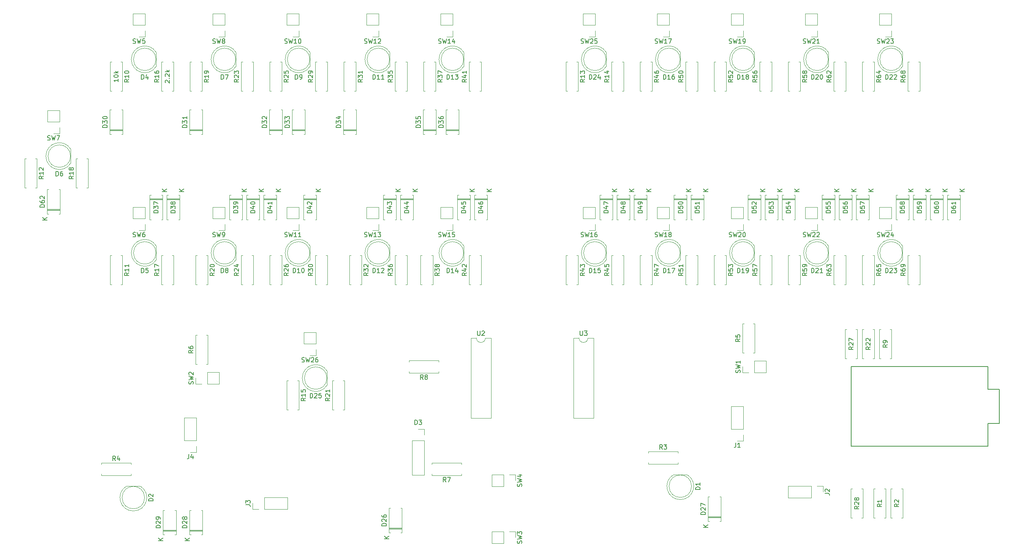
<source format=gbr>
G04 #@! TF.GenerationSoftware,KiCad,Pcbnew,(5.1.4)-1*
G04 #@! TF.CreationDate,2020-06-29T14:55:14+08:00*
G04 #@! TF.ProjectId,Kerbal Controller PCB,4b657262-616c-4204-936f-6e74726f6c6c,rev?*
G04 #@! TF.SameCoordinates,Original*
G04 #@! TF.FileFunction,Legend,Top*
G04 #@! TF.FilePolarity,Positive*
%FSLAX46Y46*%
G04 Gerber Fmt 4.6, Leading zero omitted, Abs format (unit mm)*
G04 Created by KiCad (PCBNEW (5.1.4)-1) date 2020-06-29 14:55:14*
%MOMM*%
%LPD*%
G04 APERTURE LIST*
%ADD10C,0.150000*%
%ADD11C,0.120000*%
G04 APERTURE END LIST*
D10*
X63047619Y-35694761D02*
X63000000Y-35647142D01*
X62952380Y-35551904D01*
X62952380Y-35313809D01*
X63000000Y-35218571D01*
X63047619Y-35170952D01*
X63142857Y-35123333D01*
X63238095Y-35123333D01*
X63380952Y-35170952D01*
X63952380Y-35742380D01*
X63952380Y-35123333D01*
X63857142Y-34694761D02*
X63904761Y-34647142D01*
X63952380Y-34694761D01*
X63904761Y-34742380D01*
X63857142Y-34694761D01*
X63952380Y-34694761D01*
X63047619Y-34266190D02*
X63000000Y-34218571D01*
X62952380Y-34123333D01*
X62952380Y-33885238D01*
X63000000Y-33790000D01*
X63047619Y-33742380D01*
X63142857Y-33694761D01*
X63238095Y-33694761D01*
X63380952Y-33742380D01*
X63952380Y-34313809D01*
X63952380Y-33694761D01*
X63952380Y-33266190D02*
X62952380Y-33266190D01*
X63571428Y-33170952D02*
X63952380Y-32885238D01*
X63285714Y-32885238D02*
X63666666Y-33266190D01*
X52522380Y-34885238D02*
X52522380Y-35456666D01*
X52522380Y-35170952D02*
X51522380Y-35170952D01*
X51665238Y-35266190D01*
X51760476Y-35361428D01*
X51808095Y-35456666D01*
X51522380Y-34266190D02*
X51522380Y-34170952D01*
X51570000Y-34075714D01*
X51617619Y-34028095D01*
X51712857Y-33980476D01*
X51903333Y-33932857D01*
X52141428Y-33932857D01*
X52331904Y-33980476D01*
X52427142Y-34028095D01*
X52474761Y-34075714D01*
X52522380Y-34170952D01*
X52522380Y-34266190D01*
X52474761Y-34361428D01*
X52427142Y-34409047D01*
X52331904Y-34456666D01*
X52141428Y-34504285D01*
X51903333Y-34504285D01*
X51712857Y-34456666D01*
X51617619Y-34409047D01*
X51570000Y-34361428D01*
X51522380Y-34266190D01*
X52522380Y-33504285D02*
X51522380Y-33504285D01*
X52141428Y-33409047D02*
X52522380Y-33123333D01*
X51855714Y-33123333D02*
X52236666Y-33504285D01*
D11*
X36630000Y-64170000D02*
X39570000Y-64170000D01*
X36630000Y-63930000D02*
X39570000Y-63930000D01*
X36630000Y-64050000D02*
X39570000Y-64050000D01*
X39570000Y-59510000D02*
X39240000Y-59510000D01*
X39570000Y-64950000D02*
X39570000Y-59510000D01*
X39240000Y-64950000D02*
X39570000Y-64950000D01*
X36630000Y-59510000D02*
X36960000Y-59510000D01*
X36630000Y-64950000D02*
X36630000Y-59510000D01*
X36960000Y-64950000D02*
X36630000Y-64950000D01*
X222150000Y-97250000D02*
X222480000Y-97250000D01*
X222150000Y-90710000D02*
X222150000Y-97250000D01*
X222480000Y-90710000D02*
X222150000Y-90710000D01*
X224890000Y-97250000D02*
X224560000Y-97250000D01*
X224890000Y-90710000D02*
X224890000Y-97250000D01*
X224560000Y-90710000D02*
X224890000Y-90710000D01*
X240230000Y-61560000D02*
X237290000Y-61560000D01*
X240230000Y-61800000D02*
X237290000Y-61800000D01*
X240230000Y-61680000D02*
X237290000Y-61680000D01*
X237290000Y-66220000D02*
X237620000Y-66220000D01*
X237290000Y-60780000D02*
X237290000Y-66220000D01*
X237620000Y-60780000D02*
X237290000Y-60780000D01*
X240230000Y-66220000D02*
X239900000Y-66220000D01*
X240230000Y-60780000D02*
X240230000Y-66220000D01*
X239900000Y-60780000D02*
X240230000Y-60780000D01*
X236420000Y-61560000D02*
X233480000Y-61560000D01*
X236420000Y-61800000D02*
X233480000Y-61800000D01*
X236420000Y-61680000D02*
X233480000Y-61680000D01*
X233480000Y-66220000D02*
X233810000Y-66220000D01*
X233480000Y-60780000D02*
X233480000Y-66220000D01*
X233810000Y-60780000D02*
X233480000Y-60780000D01*
X236420000Y-66220000D02*
X236090000Y-66220000D01*
X236420000Y-60780000D02*
X236420000Y-66220000D01*
X236090000Y-60780000D02*
X236420000Y-60780000D01*
X232610000Y-61560000D02*
X229670000Y-61560000D01*
X232610000Y-61800000D02*
X229670000Y-61800000D01*
X232610000Y-61680000D02*
X229670000Y-61680000D01*
X229670000Y-66220000D02*
X230000000Y-66220000D01*
X229670000Y-60780000D02*
X229670000Y-66220000D01*
X230000000Y-60780000D02*
X229670000Y-60780000D01*
X232610000Y-66220000D02*
X232280000Y-66220000D01*
X232610000Y-60780000D02*
X232610000Y-66220000D01*
X232280000Y-60780000D02*
X232610000Y-60780000D01*
X228800000Y-61560000D02*
X225860000Y-61560000D01*
X228800000Y-61800000D02*
X225860000Y-61800000D01*
X228800000Y-61680000D02*
X225860000Y-61680000D01*
X225860000Y-66220000D02*
X226190000Y-66220000D01*
X225860000Y-60780000D02*
X225860000Y-66220000D01*
X226190000Y-60780000D02*
X225860000Y-60780000D01*
X228800000Y-66220000D02*
X228470000Y-66220000D01*
X228800000Y-60780000D02*
X228800000Y-66220000D01*
X228470000Y-60780000D02*
X228800000Y-60780000D01*
X219910000Y-61560000D02*
X216970000Y-61560000D01*
X219910000Y-61800000D02*
X216970000Y-61800000D01*
X219910000Y-61680000D02*
X216970000Y-61680000D01*
X216970000Y-66220000D02*
X217300000Y-66220000D01*
X216970000Y-60780000D02*
X216970000Y-66220000D01*
X217300000Y-60780000D02*
X216970000Y-60780000D01*
X219910000Y-66220000D02*
X219580000Y-66220000D01*
X219910000Y-60780000D02*
X219910000Y-66220000D01*
X219580000Y-60780000D02*
X219910000Y-60780000D01*
X216100000Y-61560000D02*
X213160000Y-61560000D01*
X216100000Y-61800000D02*
X213160000Y-61800000D01*
X216100000Y-61680000D02*
X213160000Y-61680000D01*
X213160000Y-66220000D02*
X213490000Y-66220000D01*
X213160000Y-60780000D02*
X213160000Y-66220000D01*
X213490000Y-60780000D02*
X213160000Y-60780000D01*
X216100000Y-66220000D02*
X215770000Y-66220000D01*
X216100000Y-60780000D02*
X216100000Y-66220000D01*
X215770000Y-60780000D02*
X216100000Y-60780000D01*
X212290000Y-61560000D02*
X209350000Y-61560000D01*
X212290000Y-61800000D02*
X209350000Y-61800000D01*
X212290000Y-61680000D02*
X209350000Y-61680000D01*
X209350000Y-66220000D02*
X209680000Y-66220000D01*
X209350000Y-60780000D02*
X209350000Y-66220000D01*
X209680000Y-60780000D02*
X209350000Y-60780000D01*
X212290000Y-66220000D02*
X211960000Y-66220000D01*
X212290000Y-60780000D02*
X212290000Y-66220000D01*
X211960000Y-60780000D02*
X212290000Y-60780000D01*
X203400000Y-61560000D02*
X200460000Y-61560000D01*
X203400000Y-61800000D02*
X200460000Y-61800000D01*
X203400000Y-61680000D02*
X200460000Y-61680000D01*
X200460000Y-66220000D02*
X200790000Y-66220000D01*
X200460000Y-60780000D02*
X200460000Y-66220000D01*
X200790000Y-60780000D02*
X200460000Y-60780000D01*
X203400000Y-66220000D02*
X203070000Y-66220000D01*
X203400000Y-60780000D02*
X203400000Y-66220000D01*
X203070000Y-60780000D02*
X203400000Y-60780000D01*
X199590000Y-61560000D02*
X196650000Y-61560000D01*
X199590000Y-61800000D02*
X196650000Y-61800000D01*
X199590000Y-61680000D02*
X196650000Y-61680000D01*
X196650000Y-66220000D02*
X196980000Y-66220000D01*
X196650000Y-60780000D02*
X196650000Y-66220000D01*
X196980000Y-60780000D02*
X196650000Y-60780000D01*
X199590000Y-66220000D02*
X199260000Y-66220000D01*
X199590000Y-60780000D02*
X199590000Y-66220000D01*
X199260000Y-60780000D02*
X199590000Y-60780000D01*
X195780000Y-61560000D02*
X192840000Y-61560000D01*
X195780000Y-61800000D02*
X192840000Y-61800000D01*
X195780000Y-61680000D02*
X192840000Y-61680000D01*
X192840000Y-66220000D02*
X193170000Y-66220000D01*
X192840000Y-60780000D02*
X192840000Y-66220000D01*
X193170000Y-60780000D02*
X192840000Y-60780000D01*
X195780000Y-66220000D02*
X195450000Y-66220000D01*
X195780000Y-60780000D02*
X195780000Y-66220000D01*
X195450000Y-60780000D02*
X195780000Y-60780000D01*
X183080000Y-61560000D02*
X180140000Y-61560000D01*
X183080000Y-61800000D02*
X180140000Y-61800000D01*
X183080000Y-61680000D02*
X180140000Y-61680000D01*
X180140000Y-66220000D02*
X180470000Y-66220000D01*
X180140000Y-60780000D02*
X180140000Y-66220000D01*
X180470000Y-60780000D02*
X180140000Y-60780000D01*
X183080000Y-66220000D02*
X182750000Y-66220000D01*
X183080000Y-60780000D02*
X183080000Y-66220000D01*
X182750000Y-60780000D02*
X183080000Y-60780000D01*
X179270000Y-61560000D02*
X176330000Y-61560000D01*
X179270000Y-61800000D02*
X176330000Y-61800000D01*
X179270000Y-61680000D02*
X176330000Y-61680000D01*
X176330000Y-66220000D02*
X176660000Y-66220000D01*
X176330000Y-60780000D02*
X176330000Y-66220000D01*
X176660000Y-60780000D02*
X176330000Y-60780000D01*
X179270000Y-66220000D02*
X178940000Y-66220000D01*
X179270000Y-60780000D02*
X179270000Y-66220000D01*
X178940000Y-60780000D02*
X179270000Y-60780000D01*
X170380000Y-61560000D02*
X167440000Y-61560000D01*
X170380000Y-61800000D02*
X167440000Y-61800000D01*
X170380000Y-61680000D02*
X167440000Y-61680000D01*
X167440000Y-66220000D02*
X167770000Y-66220000D01*
X167440000Y-60780000D02*
X167440000Y-66220000D01*
X167770000Y-60780000D02*
X167440000Y-60780000D01*
X170380000Y-66220000D02*
X170050000Y-66220000D01*
X170380000Y-60780000D02*
X170380000Y-66220000D01*
X170050000Y-60780000D02*
X170380000Y-60780000D01*
X166570000Y-61560000D02*
X163630000Y-61560000D01*
X166570000Y-61800000D02*
X163630000Y-61800000D01*
X166570000Y-61680000D02*
X163630000Y-61680000D01*
X163630000Y-66220000D02*
X163960000Y-66220000D01*
X163630000Y-60780000D02*
X163630000Y-66220000D01*
X163960000Y-60780000D02*
X163630000Y-60780000D01*
X166570000Y-66220000D02*
X166240000Y-66220000D01*
X166570000Y-60780000D02*
X166570000Y-66220000D01*
X166240000Y-60780000D02*
X166570000Y-60780000D01*
X162760000Y-61560000D02*
X159820000Y-61560000D01*
X162760000Y-61800000D02*
X159820000Y-61800000D01*
X162760000Y-61680000D02*
X159820000Y-61680000D01*
X159820000Y-66220000D02*
X160150000Y-66220000D01*
X159820000Y-60780000D02*
X159820000Y-66220000D01*
X160150000Y-60780000D02*
X159820000Y-60780000D01*
X162760000Y-66220000D02*
X162430000Y-66220000D01*
X162760000Y-60780000D02*
X162760000Y-66220000D01*
X162430000Y-60780000D02*
X162760000Y-60780000D01*
X134820000Y-61560000D02*
X131880000Y-61560000D01*
X134820000Y-61800000D02*
X131880000Y-61800000D01*
X134820000Y-61680000D02*
X131880000Y-61680000D01*
X131880000Y-66220000D02*
X132210000Y-66220000D01*
X131880000Y-60780000D02*
X131880000Y-66220000D01*
X132210000Y-60780000D02*
X131880000Y-60780000D01*
X134820000Y-66220000D02*
X134490000Y-66220000D01*
X134820000Y-60780000D02*
X134820000Y-66220000D01*
X134490000Y-60780000D02*
X134820000Y-60780000D01*
X131010000Y-61560000D02*
X128070000Y-61560000D01*
X131010000Y-61800000D02*
X128070000Y-61800000D01*
X131010000Y-61680000D02*
X128070000Y-61680000D01*
X128070000Y-66220000D02*
X128400000Y-66220000D01*
X128070000Y-60780000D02*
X128070000Y-66220000D01*
X128400000Y-60780000D02*
X128070000Y-60780000D01*
X131010000Y-66220000D02*
X130680000Y-66220000D01*
X131010000Y-60780000D02*
X131010000Y-66220000D01*
X130680000Y-60780000D02*
X131010000Y-60780000D01*
X118310000Y-61560000D02*
X115370000Y-61560000D01*
X118310000Y-61800000D02*
X115370000Y-61800000D01*
X118310000Y-61680000D02*
X115370000Y-61680000D01*
X115370000Y-66220000D02*
X115700000Y-66220000D01*
X115370000Y-60780000D02*
X115370000Y-66220000D01*
X115700000Y-60780000D02*
X115370000Y-60780000D01*
X118310000Y-66220000D02*
X117980000Y-66220000D01*
X118310000Y-60780000D02*
X118310000Y-66220000D01*
X117980000Y-60780000D02*
X118310000Y-60780000D01*
X114500000Y-61560000D02*
X111560000Y-61560000D01*
X114500000Y-61800000D02*
X111560000Y-61800000D01*
X114500000Y-61680000D02*
X111560000Y-61680000D01*
X111560000Y-66220000D02*
X111890000Y-66220000D01*
X111560000Y-60780000D02*
X111560000Y-66220000D01*
X111890000Y-60780000D02*
X111560000Y-60780000D01*
X114500000Y-66220000D02*
X114170000Y-66220000D01*
X114500000Y-60780000D02*
X114500000Y-66220000D01*
X114170000Y-60780000D02*
X114500000Y-60780000D01*
X96720000Y-61560000D02*
X93780000Y-61560000D01*
X96720000Y-61800000D02*
X93780000Y-61800000D01*
X96720000Y-61680000D02*
X93780000Y-61680000D01*
X93780000Y-66220000D02*
X94110000Y-66220000D01*
X93780000Y-60780000D02*
X93780000Y-66220000D01*
X94110000Y-60780000D02*
X93780000Y-60780000D01*
X96720000Y-66220000D02*
X96390000Y-66220000D01*
X96720000Y-60780000D02*
X96720000Y-66220000D01*
X96390000Y-60780000D02*
X96720000Y-60780000D01*
X87830000Y-61560000D02*
X84890000Y-61560000D01*
X87830000Y-61800000D02*
X84890000Y-61800000D01*
X87830000Y-61680000D02*
X84890000Y-61680000D01*
X84890000Y-66220000D02*
X85220000Y-66220000D01*
X84890000Y-60780000D02*
X84890000Y-66220000D01*
X85220000Y-60780000D02*
X84890000Y-60780000D01*
X87830000Y-66220000D02*
X87500000Y-66220000D01*
X87830000Y-60780000D02*
X87830000Y-66220000D01*
X87500000Y-60780000D02*
X87830000Y-60780000D01*
X84020000Y-61560000D02*
X81080000Y-61560000D01*
X84020000Y-61800000D02*
X81080000Y-61800000D01*
X84020000Y-61680000D02*
X81080000Y-61680000D01*
X81080000Y-66220000D02*
X81410000Y-66220000D01*
X81080000Y-60780000D02*
X81080000Y-66220000D01*
X81410000Y-60780000D02*
X81080000Y-60780000D01*
X84020000Y-66220000D02*
X83690000Y-66220000D01*
X84020000Y-60780000D02*
X84020000Y-66220000D01*
X83690000Y-60780000D02*
X84020000Y-60780000D01*
X80210000Y-61560000D02*
X77270000Y-61560000D01*
X80210000Y-61800000D02*
X77270000Y-61800000D01*
X80210000Y-61680000D02*
X77270000Y-61680000D01*
X77270000Y-66220000D02*
X77600000Y-66220000D01*
X77270000Y-60780000D02*
X77270000Y-66220000D01*
X77600000Y-60780000D02*
X77270000Y-60780000D01*
X80210000Y-66220000D02*
X79880000Y-66220000D01*
X80210000Y-60780000D02*
X80210000Y-66220000D01*
X79880000Y-60780000D02*
X80210000Y-60780000D01*
X66240000Y-61560000D02*
X63300000Y-61560000D01*
X66240000Y-61800000D02*
X63300000Y-61800000D01*
X66240000Y-61680000D02*
X63300000Y-61680000D01*
X63300000Y-66220000D02*
X63630000Y-66220000D01*
X63300000Y-60780000D02*
X63300000Y-66220000D01*
X63630000Y-60780000D02*
X63300000Y-60780000D01*
X66240000Y-66220000D02*
X65910000Y-66220000D01*
X66240000Y-60780000D02*
X66240000Y-66220000D01*
X65910000Y-60780000D02*
X66240000Y-60780000D01*
X62430000Y-61560000D02*
X59490000Y-61560000D01*
X62430000Y-61800000D02*
X59490000Y-61800000D01*
X62430000Y-61680000D02*
X59490000Y-61680000D01*
X59490000Y-66220000D02*
X59820000Y-66220000D01*
X59490000Y-60780000D02*
X59490000Y-66220000D01*
X59820000Y-60780000D02*
X59490000Y-60780000D01*
X62430000Y-66220000D02*
X62100000Y-66220000D01*
X62430000Y-60780000D02*
X62430000Y-66220000D01*
X62100000Y-60780000D02*
X62430000Y-60780000D01*
X120450000Y-46390000D02*
X123390000Y-46390000D01*
X120450000Y-46150000D02*
X123390000Y-46150000D01*
X120450000Y-46270000D02*
X123390000Y-46270000D01*
X123390000Y-41730000D02*
X123060000Y-41730000D01*
X123390000Y-47170000D02*
X123390000Y-41730000D01*
X123060000Y-47170000D02*
X123390000Y-47170000D01*
X120450000Y-41730000D02*
X120780000Y-41730000D01*
X120450000Y-47170000D02*
X120450000Y-41730000D01*
X120780000Y-47170000D02*
X120450000Y-47170000D01*
X218540000Y-126270000D02*
X218210000Y-126270000D01*
X218540000Y-132810000D02*
X218540000Y-126270000D01*
X218210000Y-132810000D02*
X218540000Y-132810000D01*
X215800000Y-126270000D02*
X216130000Y-126270000D01*
X215800000Y-132810000D02*
X215800000Y-126270000D01*
X216130000Y-132810000D02*
X215800000Y-132810000D01*
X214530000Y-97250000D02*
X214860000Y-97250000D01*
X214530000Y-90710000D02*
X214530000Y-97250000D01*
X214860000Y-90710000D02*
X214530000Y-90710000D01*
X217270000Y-97250000D02*
X216940000Y-97250000D01*
X217270000Y-90710000D02*
X217270000Y-97250000D01*
X216940000Y-90710000D02*
X217270000Y-90710000D01*
X218340000Y-97250000D02*
X218670000Y-97250000D01*
X218340000Y-90710000D02*
X218340000Y-97250000D01*
X218670000Y-90710000D02*
X218340000Y-90710000D01*
X221080000Y-97250000D02*
X220750000Y-97250000D01*
X221080000Y-90710000D02*
X221080000Y-97250000D01*
X220750000Y-90710000D02*
X221080000Y-90710000D01*
X125530000Y-46390000D02*
X128470000Y-46390000D01*
X125530000Y-46150000D02*
X128470000Y-46150000D01*
X125530000Y-46270000D02*
X128470000Y-46270000D01*
X128470000Y-41730000D02*
X128140000Y-41730000D01*
X128470000Y-47170000D02*
X128470000Y-41730000D01*
X128140000Y-47170000D02*
X128470000Y-47170000D01*
X125530000Y-41730000D02*
X125860000Y-41730000D01*
X125530000Y-47170000D02*
X125530000Y-41730000D01*
X125860000Y-47170000D02*
X125530000Y-47170000D01*
X102670000Y-46390000D02*
X105610000Y-46390000D01*
X102670000Y-46150000D02*
X105610000Y-46150000D01*
X102670000Y-46270000D02*
X105610000Y-46270000D01*
X105610000Y-41730000D02*
X105280000Y-41730000D01*
X105610000Y-47170000D02*
X105610000Y-41730000D01*
X105280000Y-47170000D02*
X105610000Y-47170000D01*
X102670000Y-41730000D02*
X103000000Y-41730000D01*
X102670000Y-47170000D02*
X102670000Y-41730000D01*
X103000000Y-47170000D02*
X102670000Y-47170000D01*
X91240000Y-46390000D02*
X94180000Y-46390000D01*
X91240000Y-46150000D02*
X94180000Y-46150000D01*
X91240000Y-46270000D02*
X94180000Y-46270000D01*
X94180000Y-41730000D02*
X93850000Y-41730000D01*
X94180000Y-47170000D02*
X94180000Y-41730000D01*
X93850000Y-47170000D02*
X94180000Y-47170000D01*
X91240000Y-41730000D02*
X91570000Y-41730000D01*
X91240000Y-47170000D02*
X91240000Y-41730000D01*
X91570000Y-47170000D02*
X91240000Y-47170000D01*
X86160000Y-46390000D02*
X89100000Y-46390000D01*
X86160000Y-46150000D02*
X89100000Y-46150000D01*
X86160000Y-46270000D02*
X89100000Y-46270000D01*
X89100000Y-41730000D02*
X88770000Y-41730000D01*
X89100000Y-47170000D02*
X89100000Y-41730000D01*
X88770000Y-47170000D02*
X89100000Y-47170000D01*
X86160000Y-41730000D02*
X86490000Y-41730000D01*
X86160000Y-47170000D02*
X86160000Y-41730000D01*
X86490000Y-47170000D02*
X86160000Y-47170000D01*
X68380000Y-46390000D02*
X71320000Y-46390000D01*
X68380000Y-46150000D02*
X71320000Y-46150000D01*
X68380000Y-46270000D02*
X71320000Y-46270000D01*
X71320000Y-41730000D02*
X70990000Y-41730000D01*
X71320000Y-47170000D02*
X71320000Y-41730000D01*
X70990000Y-47170000D02*
X71320000Y-47170000D01*
X68380000Y-41730000D02*
X68710000Y-41730000D01*
X68380000Y-47170000D02*
X68380000Y-41730000D01*
X68710000Y-47170000D02*
X68380000Y-47170000D01*
X50600000Y-46390000D02*
X53540000Y-46390000D01*
X50600000Y-46150000D02*
X53540000Y-46150000D01*
X50600000Y-46270000D02*
X53540000Y-46270000D01*
X53540000Y-41730000D02*
X53210000Y-41730000D01*
X53540000Y-47170000D02*
X53540000Y-41730000D01*
X53210000Y-47170000D02*
X53540000Y-47170000D01*
X50600000Y-41730000D02*
X50930000Y-41730000D01*
X50600000Y-47170000D02*
X50600000Y-41730000D01*
X50930000Y-47170000D02*
X50600000Y-47170000D01*
X62470000Y-135750000D02*
X65410000Y-135750000D01*
X62470000Y-135510000D02*
X65410000Y-135510000D01*
X62470000Y-135630000D02*
X65410000Y-135630000D01*
X65410000Y-131090000D02*
X65080000Y-131090000D01*
X65410000Y-136530000D02*
X65410000Y-131090000D01*
X65080000Y-136530000D02*
X65410000Y-136530000D01*
X62470000Y-131090000D02*
X62800000Y-131090000D01*
X62470000Y-136530000D02*
X62470000Y-131090000D01*
X62800000Y-136530000D02*
X62470000Y-136530000D01*
X68380000Y-135750000D02*
X71320000Y-135750000D01*
X68380000Y-135510000D02*
X71320000Y-135510000D01*
X68380000Y-135630000D02*
X71320000Y-135630000D01*
X71320000Y-131090000D02*
X70990000Y-131090000D01*
X71320000Y-136530000D02*
X71320000Y-131090000D01*
X70990000Y-136530000D02*
X71320000Y-136530000D01*
X68380000Y-131090000D02*
X68710000Y-131090000D01*
X68380000Y-136530000D02*
X68380000Y-131090000D01*
X68710000Y-136530000D02*
X68380000Y-136530000D01*
X183950000Y-132750000D02*
X186890000Y-132750000D01*
X183950000Y-132510000D02*
X186890000Y-132510000D01*
X183950000Y-132630000D02*
X186890000Y-132630000D01*
X186890000Y-128090000D02*
X186560000Y-128090000D01*
X186890000Y-133530000D02*
X186890000Y-128090000D01*
X186560000Y-133530000D02*
X186890000Y-133530000D01*
X183950000Y-128090000D02*
X184280000Y-128090000D01*
X183950000Y-133530000D02*
X183950000Y-128090000D01*
X184280000Y-133530000D02*
X183950000Y-133530000D01*
X112830000Y-135290000D02*
X115770000Y-135290000D01*
X112830000Y-135050000D02*
X115770000Y-135050000D01*
X112830000Y-135170000D02*
X115770000Y-135170000D01*
X115770000Y-130630000D02*
X115440000Y-130630000D01*
X115770000Y-136070000D02*
X115770000Y-130630000D01*
X115440000Y-136070000D02*
X115770000Y-136070000D01*
X112830000Y-130630000D02*
X113160000Y-130630000D01*
X112830000Y-136070000D02*
X112830000Y-130630000D01*
X113160000Y-136070000D02*
X112830000Y-136070000D01*
X224690000Y-132810000D02*
X225020000Y-132810000D01*
X224690000Y-126270000D02*
X224690000Y-132810000D01*
X225020000Y-126270000D02*
X224690000Y-126270000D01*
X227430000Y-132810000D02*
X227100000Y-132810000D01*
X227430000Y-126270000D02*
X227430000Y-132810000D01*
X227100000Y-126270000D02*
X227430000Y-126270000D01*
X220880000Y-132810000D02*
X221210000Y-132810000D01*
X220880000Y-126270000D02*
X220880000Y-132810000D01*
X221210000Y-126270000D02*
X220880000Y-126270000D01*
X223620000Y-132810000D02*
X223290000Y-132810000D01*
X223620000Y-126270000D02*
X223620000Y-132810000D01*
X223290000Y-126270000D02*
X223620000Y-126270000D01*
X96580000Y-96580000D02*
X95250000Y-96580000D01*
X96580000Y-95250000D02*
X96580000Y-96580000D01*
X96580000Y-93980000D02*
X93920000Y-93980000D01*
X93920000Y-93980000D02*
X93920000Y-91380000D01*
X96580000Y-93980000D02*
X96580000Y-91380000D01*
X96580000Y-91380000D02*
X93920000Y-91380000D01*
X158810000Y-25460000D02*
X157480000Y-25460000D01*
X158810000Y-24130000D02*
X158810000Y-25460000D01*
X158810000Y-22860000D02*
X156150000Y-22860000D01*
X156150000Y-22860000D02*
X156150000Y-20260000D01*
X158810000Y-22860000D02*
X158810000Y-20260000D01*
X158810000Y-20260000D02*
X156150000Y-20260000D01*
X102970000Y-102140000D02*
X102640000Y-102140000D01*
X102970000Y-108680000D02*
X102970000Y-102140000D01*
X102640000Y-108680000D02*
X102970000Y-108680000D01*
X100230000Y-102140000D02*
X100560000Y-102140000D01*
X100230000Y-108680000D02*
X100230000Y-102140000D01*
X100560000Y-108680000D02*
X100230000Y-108680000D01*
X90070000Y-108680000D02*
X90400000Y-108680000D01*
X90070000Y-102140000D02*
X90070000Y-108680000D01*
X90400000Y-102140000D02*
X90070000Y-102140000D01*
X92810000Y-108680000D02*
X92480000Y-108680000D01*
X92810000Y-102140000D02*
X92810000Y-108680000D01*
X92480000Y-102140000D02*
X92810000Y-102140000D01*
X165200000Y-31020000D02*
X164870000Y-31020000D01*
X165200000Y-37560000D02*
X165200000Y-31020000D01*
X164870000Y-37560000D02*
X165200000Y-37560000D01*
X162460000Y-31020000D02*
X162790000Y-31020000D01*
X162460000Y-37560000D02*
X162460000Y-31020000D01*
X162790000Y-37560000D02*
X162460000Y-37560000D01*
X152300000Y-37560000D02*
X152630000Y-37560000D01*
X152300000Y-31020000D02*
X152300000Y-37560000D01*
X152630000Y-31020000D02*
X152300000Y-31020000D01*
X155040000Y-37560000D02*
X154710000Y-37560000D01*
X155040000Y-31020000D02*
X155040000Y-37560000D01*
X154710000Y-31020000D02*
X155040000Y-31020000D01*
X99080000Y-103145000D02*
X99080000Y-100055000D01*
X99020000Y-101600000D02*
G75*
G03X99020000Y-101600000I-2500000J0D01*
G01*
X93530000Y-101600462D02*
G75*
G02X99080000Y-100055170I2990000J462D01*
G01*
X93530000Y-101599538D02*
G75*
G03X99080000Y-103144830I2990000J-462D01*
G01*
X161310000Y-32025000D02*
X161310000Y-28935000D01*
X161250000Y-30480000D02*
G75*
G03X161250000Y-30480000I-2500000J0D01*
G01*
X155760000Y-30480462D02*
G75*
G02X161310000Y-28935170I2990000J462D01*
G01*
X155760000Y-30479538D02*
G75*
G03X161310000Y-32024830I2990000J-462D01*
G01*
X224850000Y-68640000D02*
X223520000Y-68640000D01*
X224850000Y-67310000D02*
X224850000Y-68640000D01*
X224850000Y-66040000D02*
X222190000Y-66040000D01*
X222190000Y-66040000D02*
X222190000Y-63440000D01*
X224850000Y-66040000D02*
X224850000Y-63440000D01*
X224850000Y-63440000D02*
X222190000Y-63440000D01*
X224850000Y-25460000D02*
X223520000Y-25460000D01*
X224850000Y-24130000D02*
X224850000Y-25460000D01*
X224850000Y-22860000D02*
X222190000Y-22860000D01*
X222190000Y-22860000D02*
X222190000Y-20260000D01*
X224850000Y-22860000D02*
X224850000Y-20260000D01*
X224850000Y-20260000D02*
X222190000Y-20260000D01*
X208340000Y-68640000D02*
X207010000Y-68640000D01*
X208340000Y-67310000D02*
X208340000Y-68640000D01*
X208340000Y-66040000D02*
X205680000Y-66040000D01*
X205680000Y-66040000D02*
X205680000Y-63440000D01*
X208340000Y-66040000D02*
X208340000Y-63440000D01*
X208340000Y-63440000D02*
X205680000Y-63440000D01*
X208340000Y-25460000D02*
X207010000Y-25460000D01*
X208340000Y-24130000D02*
X208340000Y-25460000D01*
X208340000Y-22860000D02*
X205680000Y-22860000D01*
X205680000Y-22860000D02*
X205680000Y-20260000D01*
X208340000Y-22860000D02*
X208340000Y-20260000D01*
X208340000Y-20260000D02*
X205680000Y-20260000D01*
X191830000Y-68640000D02*
X190500000Y-68640000D01*
X191830000Y-67310000D02*
X191830000Y-68640000D01*
X191830000Y-66040000D02*
X189170000Y-66040000D01*
X189170000Y-66040000D02*
X189170000Y-63440000D01*
X191830000Y-66040000D02*
X191830000Y-63440000D01*
X191830000Y-63440000D02*
X189170000Y-63440000D01*
X191830000Y-25460000D02*
X190500000Y-25460000D01*
X191830000Y-24130000D02*
X191830000Y-25460000D01*
X191830000Y-22860000D02*
X189170000Y-22860000D01*
X189170000Y-22860000D02*
X189170000Y-20260000D01*
X191830000Y-22860000D02*
X191830000Y-20260000D01*
X191830000Y-20260000D02*
X189170000Y-20260000D01*
X175320000Y-68640000D02*
X173990000Y-68640000D01*
X175320000Y-67310000D02*
X175320000Y-68640000D01*
X175320000Y-66040000D02*
X172660000Y-66040000D01*
X172660000Y-66040000D02*
X172660000Y-63440000D01*
X175320000Y-66040000D02*
X175320000Y-63440000D01*
X175320000Y-63440000D02*
X172660000Y-63440000D01*
X175320000Y-25460000D02*
X173990000Y-25460000D01*
X175320000Y-24130000D02*
X175320000Y-25460000D01*
X175320000Y-22860000D02*
X172660000Y-22860000D01*
X172660000Y-22860000D02*
X172660000Y-20260000D01*
X175320000Y-22860000D02*
X175320000Y-20260000D01*
X175320000Y-20260000D02*
X172660000Y-20260000D01*
X158810000Y-68640000D02*
X157480000Y-68640000D01*
X158810000Y-67310000D02*
X158810000Y-68640000D01*
X158810000Y-66040000D02*
X156150000Y-66040000D01*
X156150000Y-66040000D02*
X156150000Y-63440000D01*
X158810000Y-66040000D02*
X158810000Y-63440000D01*
X158810000Y-63440000D02*
X156150000Y-63440000D01*
X231240000Y-74200000D02*
X230910000Y-74200000D01*
X231240000Y-80740000D02*
X231240000Y-74200000D01*
X230910000Y-80740000D02*
X231240000Y-80740000D01*
X228500000Y-74200000D02*
X228830000Y-74200000D01*
X228500000Y-80740000D02*
X228500000Y-74200000D01*
X228830000Y-80740000D02*
X228500000Y-80740000D01*
X231240000Y-31020000D02*
X230910000Y-31020000D01*
X231240000Y-37560000D02*
X231240000Y-31020000D01*
X230910000Y-37560000D02*
X231240000Y-37560000D01*
X228500000Y-31020000D02*
X228830000Y-31020000D01*
X228500000Y-37560000D02*
X228500000Y-31020000D01*
X228830000Y-37560000D02*
X228500000Y-37560000D01*
X218340000Y-80740000D02*
X218670000Y-80740000D01*
X218340000Y-74200000D02*
X218340000Y-80740000D01*
X218670000Y-74200000D02*
X218340000Y-74200000D01*
X221080000Y-80740000D02*
X220750000Y-80740000D01*
X221080000Y-74200000D02*
X221080000Y-80740000D01*
X220750000Y-74200000D02*
X221080000Y-74200000D01*
X218340000Y-37560000D02*
X218670000Y-37560000D01*
X218340000Y-31020000D02*
X218340000Y-37560000D01*
X218670000Y-31020000D02*
X218340000Y-31020000D01*
X221080000Y-37560000D02*
X220750000Y-37560000D01*
X221080000Y-31020000D02*
X221080000Y-37560000D01*
X220750000Y-31020000D02*
X221080000Y-31020000D01*
X214730000Y-74200000D02*
X214400000Y-74200000D01*
X214730000Y-80740000D02*
X214730000Y-74200000D01*
X214400000Y-80740000D02*
X214730000Y-80740000D01*
X211990000Y-74200000D02*
X212320000Y-74200000D01*
X211990000Y-80740000D02*
X211990000Y-74200000D01*
X212320000Y-80740000D02*
X211990000Y-80740000D01*
X214730000Y-31020000D02*
X214400000Y-31020000D01*
X214730000Y-37560000D02*
X214730000Y-31020000D01*
X214400000Y-37560000D02*
X214730000Y-37560000D01*
X211990000Y-31020000D02*
X212320000Y-31020000D01*
X211990000Y-37560000D02*
X211990000Y-31020000D01*
X212320000Y-37560000D02*
X211990000Y-37560000D01*
X201830000Y-80740000D02*
X202160000Y-80740000D01*
X201830000Y-74200000D02*
X201830000Y-80740000D01*
X202160000Y-74200000D02*
X201830000Y-74200000D01*
X204570000Y-80740000D02*
X204240000Y-80740000D01*
X204570000Y-74200000D02*
X204570000Y-80740000D01*
X204240000Y-74200000D02*
X204570000Y-74200000D01*
X201830000Y-37560000D02*
X202160000Y-37560000D01*
X201830000Y-31020000D02*
X201830000Y-37560000D01*
X202160000Y-31020000D02*
X201830000Y-31020000D01*
X204570000Y-37560000D02*
X204240000Y-37560000D01*
X204570000Y-31020000D02*
X204570000Y-37560000D01*
X204240000Y-31020000D02*
X204570000Y-31020000D01*
X198220000Y-74200000D02*
X197890000Y-74200000D01*
X198220000Y-80740000D02*
X198220000Y-74200000D01*
X197890000Y-80740000D02*
X198220000Y-80740000D01*
X195480000Y-74200000D02*
X195810000Y-74200000D01*
X195480000Y-80740000D02*
X195480000Y-74200000D01*
X195810000Y-80740000D02*
X195480000Y-80740000D01*
X198220000Y-31020000D02*
X197890000Y-31020000D01*
X198220000Y-37560000D02*
X198220000Y-31020000D01*
X197890000Y-37560000D02*
X198220000Y-37560000D01*
X195480000Y-31020000D02*
X195810000Y-31020000D01*
X195480000Y-37560000D02*
X195480000Y-31020000D01*
X195810000Y-37560000D02*
X195480000Y-37560000D01*
X185320000Y-80740000D02*
X185650000Y-80740000D01*
X185320000Y-74200000D02*
X185320000Y-80740000D01*
X185650000Y-74200000D02*
X185320000Y-74200000D01*
X188060000Y-80740000D02*
X187730000Y-80740000D01*
X188060000Y-74200000D02*
X188060000Y-80740000D01*
X187730000Y-74200000D02*
X188060000Y-74200000D01*
X185320000Y-37560000D02*
X185650000Y-37560000D01*
X185320000Y-31020000D02*
X185320000Y-37560000D01*
X185650000Y-31020000D02*
X185320000Y-31020000D01*
X188060000Y-37560000D02*
X187730000Y-37560000D01*
X188060000Y-31020000D02*
X188060000Y-37560000D01*
X187730000Y-31020000D02*
X188060000Y-31020000D01*
X181710000Y-74200000D02*
X181380000Y-74200000D01*
X181710000Y-80740000D02*
X181710000Y-74200000D01*
X181380000Y-80740000D02*
X181710000Y-80740000D01*
X178970000Y-74200000D02*
X179300000Y-74200000D01*
X178970000Y-80740000D02*
X178970000Y-74200000D01*
X179300000Y-80740000D02*
X178970000Y-80740000D01*
X181710000Y-31020000D02*
X181380000Y-31020000D01*
X181710000Y-37560000D02*
X181710000Y-31020000D01*
X181380000Y-37560000D02*
X181710000Y-37560000D01*
X178970000Y-31020000D02*
X179300000Y-31020000D01*
X178970000Y-37560000D02*
X178970000Y-31020000D01*
X179300000Y-37560000D02*
X178970000Y-37560000D01*
X168810000Y-80740000D02*
X169140000Y-80740000D01*
X168810000Y-74200000D02*
X168810000Y-80740000D01*
X169140000Y-74200000D02*
X168810000Y-74200000D01*
X171550000Y-80740000D02*
X171220000Y-80740000D01*
X171550000Y-74200000D02*
X171550000Y-80740000D01*
X171220000Y-74200000D02*
X171550000Y-74200000D01*
X168810000Y-37560000D02*
X169140000Y-37560000D01*
X168810000Y-31020000D02*
X168810000Y-37560000D01*
X169140000Y-31020000D02*
X168810000Y-31020000D01*
X171550000Y-37560000D02*
X171220000Y-37560000D01*
X171550000Y-31020000D02*
X171550000Y-37560000D01*
X171220000Y-31020000D02*
X171550000Y-31020000D01*
X165200000Y-74200000D02*
X164870000Y-74200000D01*
X165200000Y-80740000D02*
X165200000Y-74200000D01*
X164870000Y-80740000D02*
X165200000Y-80740000D01*
X162460000Y-74200000D02*
X162790000Y-74200000D01*
X162460000Y-80740000D02*
X162460000Y-74200000D01*
X162790000Y-80740000D02*
X162460000Y-80740000D01*
X152300000Y-80740000D02*
X152630000Y-80740000D01*
X152300000Y-74200000D02*
X152300000Y-80740000D01*
X152630000Y-74200000D02*
X152300000Y-74200000D01*
X155040000Y-80740000D02*
X154710000Y-80740000D01*
X155040000Y-74200000D02*
X155040000Y-80740000D01*
X154710000Y-74200000D02*
X155040000Y-74200000D01*
X227350000Y-75205000D02*
X227350000Y-72115000D01*
X227290000Y-73660000D02*
G75*
G03X227290000Y-73660000I-2500000J0D01*
G01*
X221800000Y-73660462D02*
G75*
G02X227350000Y-72115170I2990000J462D01*
G01*
X221800000Y-73659538D02*
G75*
G03X227350000Y-75204830I2990000J-462D01*
G01*
X227350000Y-32025000D02*
X227350000Y-28935000D01*
X227290000Y-30480000D02*
G75*
G03X227290000Y-30480000I-2500000J0D01*
G01*
X221800000Y-30480462D02*
G75*
G02X227350000Y-28935170I2990000J462D01*
G01*
X221800000Y-30479538D02*
G75*
G03X227350000Y-32024830I2990000J-462D01*
G01*
X210840000Y-75205000D02*
X210840000Y-72115000D01*
X210780000Y-73660000D02*
G75*
G03X210780000Y-73660000I-2500000J0D01*
G01*
X205290000Y-73660462D02*
G75*
G02X210840000Y-72115170I2990000J462D01*
G01*
X205290000Y-73659538D02*
G75*
G03X210840000Y-75204830I2990000J-462D01*
G01*
X210840000Y-32025000D02*
X210840000Y-28935000D01*
X210780000Y-30480000D02*
G75*
G03X210780000Y-30480000I-2500000J0D01*
G01*
X205290000Y-30480462D02*
G75*
G02X210840000Y-28935170I2990000J462D01*
G01*
X205290000Y-30479538D02*
G75*
G03X210840000Y-32024830I2990000J-462D01*
G01*
X194330000Y-75205000D02*
X194330000Y-72115000D01*
X194270000Y-73660000D02*
G75*
G03X194270000Y-73660000I-2500000J0D01*
G01*
X188780000Y-73660462D02*
G75*
G02X194330000Y-72115170I2990000J462D01*
G01*
X188780000Y-73659538D02*
G75*
G03X194330000Y-75204830I2990000J-462D01*
G01*
X194330000Y-32025000D02*
X194330000Y-28935000D01*
X194270000Y-30480000D02*
G75*
G03X194270000Y-30480000I-2500000J0D01*
G01*
X188780000Y-30480462D02*
G75*
G02X194330000Y-28935170I2990000J462D01*
G01*
X188780000Y-30479538D02*
G75*
G03X194330000Y-32024830I2990000J-462D01*
G01*
X177820000Y-75205000D02*
X177820000Y-72115000D01*
X177760000Y-73660000D02*
G75*
G03X177760000Y-73660000I-2500000J0D01*
G01*
X172270000Y-73660462D02*
G75*
G02X177820000Y-72115170I2990000J462D01*
G01*
X172270000Y-73659538D02*
G75*
G03X177820000Y-75204830I2990000J-462D01*
G01*
X177820000Y-32025000D02*
X177820000Y-28935000D01*
X177760000Y-30480000D02*
G75*
G03X177760000Y-30480000I-2500000J0D01*
G01*
X172270000Y-30480462D02*
G75*
G02X177820000Y-28935170I2990000J462D01*
G01*
X172270000Y-30479538D02*
G75*
G03X177820000Y-32024830I2990000J-462D01*
G01*
X161310000Y-75205000D02*
X161310000Y-72115000D01*
X161250000Y-73660000D02*
G75*
G03X161250000Y-73660000I-2500000J0D01*
G01*
X155760000Y-73660462D02*
G75*
G02X161310000Y-72115170I2990000J462D01*
G01*
X155760000Y-73659538D02*
G75*
G03X161310000Y-75204830I2990000J-462D01*
G01*
X127060000Y-68640000D02*
X125730000Y-68640000D01*
X127060000Y-67310000D02*
X127060000Y-68640000D01*
X127060000Y-66040000D02*
X124400000Y-66040000D01*
X124400000Y-66040000D02*
X124400000Y-63440000D01*
X127060000Y-66040000D02*
X127060000Y-63440000D01*
X127060000Y-63440000D02*
X124400000Y-63440000D01*
X127060000Y-25460000D02*
X125730000Y-25460000D01*
X127060000Y-24130000D02*
X127060000Y-25460000D01*
X127060000Y-22860000D02*
X124400000Y-22860000D01*
X124400000Y-22860000D02*
X124400000Y-20260000D01*
X127060000Y-22860000D02*
X127060000Y-20260000D01*
X127060000Y-20260000D02*
X124400000Y-20260000D01*
X110550000Y-68640000D02*
X109220000Y-68640000D01*
X110550000Y-67310000D02*
X110550000Y-68640000D01*
X110550000Y-66040000D02*
X107890000Y-66040000D01*
X107890000Y-66040000D02*
X107890000Y-63440000D01*
X110550000Y-66040000D02*
X110550000Y-63440000D01*
X110550000Y-63440000D02*
X107890000Y-63440000D01*
X110550000Y-25460000D02*
X109220000Y-25460000D01*
X110550000Y-24130000D02*
X110550000Y-25460000D01*
X110550000Y-22860000D02*
X107890000Y-22860000D01*
X107890000Y-22860000D02*
X107890000Y-20260000D01*
X110550000Y-22860000D02*
X110550000Y-20260000D01*
X110550000Y-20260000D02*
X107890000Y-20260000D01*
X92770000Y-68640000D02*
X91440000Y-68640000D01*
X92770000Y-67310000D02*
X92770000Y-68640000D01*
X92770000Y-66040000D02*
X90110000Y-66040000D01*
X90110000Y-66040000D02*
X90110000Y-63440000D01*
X92770000Y-66040000D02*
X92770000Y-63440000D01*
X92770000Y-63440000D02*
X90110000Y-63440000D01*
X92770000Y-25460000D02*
X91440000Y-25460000D01*
X92770000Y-24130000D02*
X92770000Y-25460000D01*
X92770000Y-22860000D02*
X90110000Y-22860000D01*
X90110000Y-22860000D02*
X90110000Y-20260000D01*
X92770000Y-22860000D02*
X92770000Y-20260000D01*
X92770000Y-20260000D02*
X90110000Y-20260000D01*
X76260000Y-68640000D02*
X74930000Y-68640000D01*
X76260000Y-67310000D02*
X76260000Y-68640000D01*
X76260000Y-66040000D02*
X73600000Y-66040000D01*
X73600000Y-66040000D02*
X73600000Y-63440000D01*
X76260000Y-66040000D02*
X76260000Y-63440000D01*
X76260000Y-63440000D02*
X73600000Y-63440000D01*
X76260000Y-25460000D02*
X74930000Y-25460000D01*
X76260000Y-24130000D02*
X76260000Y-25460000D01*
X76260000Y-22860000D02*
X73600000Y-22860000D01*
X73600000Y-22860000D02*
X73600000Y-20260000D01*
X76260000Y-22860000D02*
X76260000Y-20260000D01*
X76260000Y-20260000D02*
X73600000Y-20260000D01*
X39430000Y-47050000D02*
X38100000Y-47050000D01*
X39430000Y-45720000D02*
X39430000Y-47050000D01*
X39430000Y-44450000D02*
X36770000Y-44450000D01*
X36770000Y-44450000D02*
X36770000Y-41850000D01*
X39430000Y-44450000D02*
X39430000Y-41850000D01*
X39430000Y-41850000D02*
X36770000Y-41850000D01*
X58480000Y-68640000D02*
X57150000Y-68640000D01*
X58480000Y-67310000D02*
X58480000Y-68640000D01*
X58480000Y-66040000D02*
X55820000Y-66040000D01*
X55820000Y-66040000D02*
X55820000Y-63440000D01*
X58480000Y-66040000D02*
X58480000Y-63440000D01*
X58480000Y-63440000D02*
X55820000Y-63440000D01*
X58480000Y-25460000D02*
X57150000Y-25460000D01*
X58480000Y-24130000D02*
X58480000Y-25460000D01*
X58480000Y-22860000D02*
X55820000Y-22860000D01*
X55820000Y-22860000D02*
X55820000Y-20260000D01*
X58480000Y-22860000D02*
X58480000Y-20260000D01*
X58480000Y-20260000D02*
X55820000Y-20260000D01*
X133450000Y-74200000D02*
X133120000Y-74200000D01*
X133450000Y-80740000D02*
X133450000Y-74200000D01*
X133120000Y-80740000D02*
X133450000Y-80740000D01*
X130710000Y-74200000D02*
X131040000Y-74200000D01*
X130710000Y-80740000D02*
X130710000Y-74200000D01*
X131040000Y-80740000D02*
X130710000Y-80740000D01*
X133450000Y-31020000D02*
X133120000Y-31020000D01*
X133450000Y-37560000D02*
X133450000Y-31020000D01*
X133120000Y-37560000D02*
X133450000Y-37560000D01*
X130710000Y-31020000D02*
X131040000Y-31020000D01*
X130710000Y-37560000D02*
X130710000Y-31020000D01*
X131040000Y-37560000D02*
X130710000Y-37560000D01*
X119915000Y-80740000D02*
X120245000Y-80740000D01*
X119915000Y-74200000D02*
X119915000Y-80740000D01*
X120245000Y-74200000D02*
X119915000Y-74200000D01*
X122655000Y-80740000D02*
X122325000Y-80740000D01*
X122655000Y-74200000D02*
X122655000Y-80740000D01*
X122325000Y-74200000D02*
X122655000Y-74200000D01*
X120550000Y-37560000D02*
X120880000Y-37560000D01*
X120550000Y-31020000D02*
X120550000Y-37560000D01*
X120880000Y-31020000D02*
X120550000Y-31020000D01*
X123290000Y-37560000D02*
X122960000Y-37560000D01*
X123290000Y-31020000D02*
X123290000Y-37560000D01*
X122960000Y-31020000D02*
X123290000Y-31020000D01*
X116940000Y-74200000D02*
X116610000Y-74200000D01*
X116940000Y-80740000D02*
X116940000Y-74200000D01*
X116610000Y-80740000D02*
X116940000Y-80740000D01*
X114200000Y-74200000D02*
X114530000Y-74200000D01*
X114200000Y-80740000D02*
X114200000Y-74200000D01*
X114530000Y-80740000D02*
X114200000Y-80740000D01*
X116940000Y-31020000D02*
X116610000Y-31020000D01*
X116940000Y-37560000D02*
X116940000Y-31020000D01*
X116610000Y-37560000D02*
X116940000Y-37560000D01*
X114200000Y-31020000D02*
X114530000Y-31020000D01*
X114200000Y-37560000D02*
X114200000Y-31020000D01*
X114530000Y-37560000D02*
X114200000Y-37560000D01*
X104040000Y-80740000D02*
X104370000Y-80740000D01*
X104040000Y-74200000D02*
X104040000Y-80740000D01*
X104370000Y-74200000D02*
X104040000Y-74200000D01*
X106780000Y-80740000D02*
X106450000Y-80740000D01*
X106780000Y-74200000D02*
X106780000Y-80740000D01*
X106450000Y-74200000D02*
X106780000Y-74200000D01*
X102770000Y-37560000D02*
X103100000Y-37560000D01*
X102770000Y-31020000D02*
X102770000Y-37560000D01*
X103100000Y-31020000D02*
X102770000Y-31020000D01*
X105510000Y-37560000D02*
X105180000Y-37560000D01*
X105510000Y-31020000D02*
X105510000Y-37560000D01*
X105180000Y-31020000D02*
X105510000Y-31020000D01*
X99160000Y-74200000D02*
X98830000Y-74200000D01*
X99160000Y-80740000D02*
X99160000Y-74200000D01*
X98830000Y-80740000D02*
X99160000Y-80740000D01*
X96420000Y-74200000D02*
X96750000Y-74200000D01*
X96420000Y-80740000D02*
X96420000Y-74200000D01*
X96750000Y-80740000D02*
X96420000Y-80740000D01*
X99160000Y-31020000D02*
X98830000Y-31020000D01*
X99160000Y-37560000D02*
X99160000Y-31020000D01*
X98830000Y-37560000D02*
X99160000Y-37560000D01*
X96420000Y-31020000D02*
X96750000Y-31020000D01*
X96420000Y-37560000D02*
X96420000Y-31020000D01*
X96750000Y-37560000D02*
X96420000Y-37560000D01*
X86260000Y-80740000D02*
X86590000Y-80740000D01*
X86260000Y-74200000D02*
X86260000Y-80740000D01*
X86590000Y-74200000D02*
X86260000Y-74200000D01*
X89000000Y-80740000D02*
X88670000Y-80740000D01*
X89000000Y-74200000D02*
X89000000Y-80740000D01*
X88670000Y-74200000D02*
X89000000Y-74200000D01*
X86260000Y-37560000D02*
X86590000Y-37560000D01*
X86260000Y-31020000D02*
X86260000Y-37560000D01*
X86590000Y-31020000D02*
X86260000Y-31020000D01*
X89000000Y-37560000D02*
X88670000Y-37560000D01*
X89000000Y-31020000D02*
X89000000Y-37560000D01*
X88670000Y-31020000D02*
X89000000Y-31020000D01*
X82650000Y-74200000D02*
X82320000Y-74200000D01*
X82650000Y-80740000D02*
X82650000Y-74200000D01*
X82320000Y-80740000D02*
X82650000Y-80740000D01*
X79910000Y-74200000D02*
X80240000Y-74200000D01*
X79910000Y-80740000D02*
X79910000Y-74200000D01*
X80240000Y-80740000D02*
X79910000Y-80740000D01*
X82650000Y-31020000D02*
X82320000Y-31020000D01*
X82650000Y-37560000D02*
X82650000Y-31020000D01*
X82320000Y-37560000D02*
X82650000Y-37560000D01*
X79910000Y-31020000D02*
X80240000Y-31020000D01*
X79910000Y-37560000D02*
X79910000Y-31020000D01*
X80240000Y-37560000D02*
X79910000Y-37560000D01*
X69750000Y-80740000D02*
X70080000Y-80740000D01*
X69750000Y-74200000D02*
X69750000Y-80740000D01*
X70080000Y-74200000D02*
X69750000Y-74200000D01*
X72490000Y-80740000D02*
X72160000Y-80740000D01*
X72490000Y-74200000D02*
X72490000Y-80740000D01*
X72160000Y-74200000D02*
X72490000Y-74200000D01*
X68480000Y-37560000D02*
X68810000Y-37560000D01*
X68480000Y-31020000D02*
X68480000Y-37560000D01*
X68810000Y-31020000D02*
X68480000Y-31020000D01*
X71220000Y-37560000D02*
X70890000Y-37560000D01*
X71220000Y-31020000D02*
X71220000Y-37560000D01*
X70890000Y-31020000D02*
X71220000Y-31020000D01*
X45820000Y-52610000D02*
X45490000Y-52610000D01*
X45820000Y-59150000D02*
X45820000Y-52610000D01*
X45490000Y-59150000D02*
X45820000Y-59150000D01*
X43080000Y-52610000D02*
X43410000Y-52610000D01*
X43080000Y-59150000D02*
X43080000Y-52610000D01*
X43410000Y-59150000D02*
X43080000Y-59150000D01*
X64870000Y-74200000D02*
X64540000Y-74200000D01*
X64870000Y-80740000D02*
X64870000Y-74200000D01*
X64540000Y-80740000D02*
X64870000Y-80740000D01*
X62130000Y-74200000D02*
X62460000Y-74200000D01*
X62130000Y-80740000D02*
X62130000Y-74200000D01*
X62460000Y-80740000D02*
X62130000Y-80740000D01*
X64870000Y-31020000D02*
X64540000Y-31020000D01*
X64870000Y-37560000D02*
X64870000Y-31020000D01*
X64540000Y-37560000D02*
X64870000Y-37560000D01*
X62130000Y-31020000D02*
X62460000Y-31020000D01*
X62130000Y-37560000D02*
X62130000Y-31020000D01*
X62460000Y-37560000D02*
X62130000Y-37560000D01*
X31650000Y-59150000D02*
X31980000Y-59150000D01*
X31650000Y-52610000D02*
X31650000Y-59150000D01*
X31980000Y-52610000D02*
X31650000Y-52610000D01*
X34390000Y-59150000D02*
X34060000Y-59150000D01*
X34390000Y-52610000D02*
X34390000Y-59150000D01*
X34060000Y-52610000D02*
X34390000Y-52610000D01*
X50700000Y-80740000D02*
X51030000Y-80740000D01*
X50700000Y-74200000D02*
X50700000Y-80740000D01*
X51030000Y-74200000D02*
X50700000Y-74200000D01*
X53440000Y-80740000D02*
X53110000Y-80740000D01*
X53440000Y-74200000D02*
X53440000Y-80740000D01*
X53110000Y-74200000D02*
X53440000Y-74200000D01*
X50700000Y-37560000D02*
X51030000Y-37560000D01*
X50700000Y-31020000D02*
X50700000Y-37560000D01*
X51030000Y-31020000D02*
X50700000Y-31020000D01*
X53440000Y-37560000D02*
X53110000Y-37560000D01*
X53440000Y-31020000D02*
X53440000Y-37560000D01*
X53110000Y-31020000D02*
X53440000Y-31020000D01*
X129560000Y-75205000D02*
X129560000Y-72115000D01*
X129500000Y-73660000D02*
G75*
G03X129500000Y-73660000I-2500000J0D01*
G01*
X124010000Y-73660462D02*
G75*
G02X129560000Y-72115170I2990000J462D01*
G01*
X124010000Y-73659538D02*
G75*
G03X129560000Y-75204830I2990000J-462D01*
G01*
X129560000Y-32025000D02*
X129560000Y-28935000D01*
X129500000Y-30480000D02*
G75*
G03X129500000Y-30480000I-2500000J0D01*
G01*
X124010000Y-30480462D02*
G75*
G02X129560000Y-28935170I2990000J462D01*
G01*
X124010000Y-30479538D02*
G75*
G03X129560000Y-32024830I2990000J-462D01*
G01*
X113050000Y-75205000D02*
X113050000Y-72115000D01*
X112990000Y-73660000D02*
G75*
G03X112990000Y-73660000I-2500000J0D01*
G01*
X107500000Y-73660462D02*
G75*
G02X113050000Y-72115170I2990000J462D01*
G01*
X107500000Y-73659538D02*
G75*
G03X113050000Y-75204830I2990000J-462D01*
G01*
X113050000Y-32025000D02*
X113050000Y-28935000D01*
X112990000Y-30480000D02*
G75*
G03X112990000Y-30480000I-2500000J0D01*
G01*
X107500000Y-30480462D02*
G75*
G02X113050000Y-28935170I2990000J462D01*
G01*
X107500000Y-30479538D02*
G75*
G03X113050000Y-32024830I2990000J-462D01*
G01*
X95270000Y-75205000D02*
X95270000Y-72115000D01*
X95210000Y-73660000D02*
G75*
G03X95210000Y-73660000I-2500000J0D01*
G01*
X89720000Y-73660462D02*
G75*
G02X95270000Y-72115170I2990000J462D01*
G01*
X89720000Y-73659538D02*
G75*
G03X95270000Y-75204830I2990000J-462D01*
G01*
X95270000Y-32025000D02*
X95270000Y-28935000D01*
X95210000Y-30480000D02*
G75*
G03X95210000Y-30480000I-2500000J0D01*
G01*
X89720000Y-30480462D02*
G75*
G02X95270000Y-28935170I2990000J462D01*
G01*
X89720000Y-30479538D02*
G75*
G03X95270000Y-32024830I2990000J-462D01*
G01*
X78760000Y-75205000D02*
X78760000Y-72115000D01*
X78700000Y-73660000D02*
G75*
G03X78700000Y-73660000I-2500000J0D01*
G01*
X73210000Y-73660462D02*
G75*
G02X78760000Y-72115170I2990000J462D01*
G01*
X73210000Y-73659538D02*
G75*
G03X78760000Y-75204830I2990000J-462D01*
G01*
X78760000Y-32025000D02*
X78760000Y-28935000D01*
X78700000Y-30480000D02*
G75*
G03X78700000Y-30480000I-2500000J0D01*
G01*
X73210000Y-30480462D02*
G75*
G02X78760000Y-28935170I2990000J462D01*
G01*
X73210000Y-30479538D02*
G75*
G03X78760000Y-32024830I2990000J-462D01*
G01*
X41930000Y-53615000D02*
X41930000Y-50525000D01*
X41870000Y-52070000D02*
G75*
G03X41870000Y-52070000I-2500000J0D01*
G01*
X36380000Y-52070462D02*
G75*
G02X41930000Y-50525170I2990000J462D01*
G01*
X36380000Y-52069538D02*
G75*
G03X41930000Y-53614830I2990000J-462D01*
G01*
X60980000Y-75205000D02*
X60980000Y-72115000D01*
X60920000Y-73660000D02*
G75*
G03X60920000Y-73660000I-2500000J0D01*
G01*
X55430000Y-73660462D02*
G75*
G02X60980000Y-72115170I2990000J462D01*
G01*
X55430000Y-73659538D02*
G75*
G03X60980000Y-75204830I2990000J-462D01*
G01*
X60980000Y-32025000D02*
X60980000Y-28935000D01*
X60920000Y-30480000D02*
G75*
G03X60920000Y-30480000I-2500000J0D01*
G01*
X55430000Y-30480462D02*
G75*
G02X60980000Y-28935170I2990000J462D01*
G01*
X55430000Y-30479538D02*
G75*
G03X60980000Y-32024830I2990000J-462D01*
G01*
X158460000Y-92650000D02*
X157210000Y-92650000D01*
X158460000Y-110550000D02*
X158460000Y-92650000D01*
X153960000Y-110550000D02*
X158460000Y-110550000D01*
X153960000Y-92650000D02*
X153960000Y-110550000D01*
X155210000Y-92650000D02*
X153960000Y-92650000D01*
X157210000Y-92650000D02*
G75*
G02X155210000Y-92650000I-1000000J0D01*
G01*
X135600000Y-92650000D02*
X134350000Y-92650000D01*
X135600000Y-110550000D02*
X135600000Y-92650000D01*
X131100000Y-110550000D02*
X135600000Y-110550000D01*
X131100000Y-92650000D02*
X131100000Y-110550000D01*
X132350000Y-92650000D02*
X131100000Y-92650000D01*
X134350000Y-92650000D02*
G75*
G02X132350000Y-92650000I-1000000J0D01*
G01*
X141030000Y-123130000D02*
X141030000Y-124460000D01*
X139700000Y-123130000D02*
X141030000Y-123130000D01*
X138430000Y-123130000D02*
X138430000Y-125790000D01*
X138430000Y-125790000D02*
X135830000Y-125790000D01*
X138430000Y-123130000D02*
X135830000Y-123130000D01*
X135830000Y-123130000D02*
X135830000Y-125790000D01*
X141030000Y-135830000D02*
X141030000Y-137160000D01*
X139700000Y-135830000D02*
X141030000Y-135830000D01*
X138430000Y-135830000D02*
X138430000Y-138490000D01*
X138430000Y-138490000D02*
X135830000Y-138490000D01*
X138430000Y-135830000D02*
X135830000Y-135830000D01*
X135830000Y-135830000D02*
X135830000Y-138490000D01*
X117380000Y-97690000D02*
X117380000Y-98020000D01*
X123920000Y-97690000D02*
X117380000Y-97690000D01*
X123920000Y-98020000D02*
X123920000Y-97690000D01*
X117380000Y-100430000D02*
X117380000Y-100100000D01*
X123920000Y-100430000D02*
X117380000Y-100430000D01*
X123920000Y-100100000D02*
X123920000Y-100430000D01*
X122460000Y-120550000D02*
X122460000Y-120880000D01*
X129000000Y-120550000D02*
X122460000Y-120550000D01*
X129000000Y-120880000D02*
X129000000Y-120550000D01*
X122460000Y-123290000D02*
X122460000Y-122960000D01*
X129000000Y-123290000D02*
X122460000Y-123290000D01*
X129000000Y-122960000D02*
X129000000Y-123290000D01*
X119380000Y-112970000D02*
X120710000Y-112970000D01*
X120710000Y-112970000D02*
X120710000Y-114300000D01*
X120710000Y-115570000D02*
X120710000Y-123250000D01*
X118050000Y-123250000D02*
X120710000Y-123250000D01*
X118050000Y-115570000D02*
X118050000Y-123250000D01*
X118050000Y-115570000D02*
X120710000Y-115570000D01*
X72490000Y-91980000D02*
X72160000Y-91980000D01*
X72490000Y-98520000D02*
X72490000Y-91980000D01*
X72160000Y-98520000D02*
X72490000Y-98520000D01*
X69750000Y-91980000D02*
X70080000Y-91980000D01*
X69750000Y-98520000D02*
X69750000Y-91980000D01*
X70080000Y-98520000D02*
X69750000Y-98520000D01*
X194410000Y-89440000D02*
X194080000Y-89440000D01*
X194410000Y-95980000D02*
X194410000Y-89440000D01*
X194080000Y-95980000D02*
X194410000Y-95980000D01*
X191670000Y-89440000D02*
X192000000Y-89440000D01*
X191670000Y-95980000D02*
X191670000Y-89440000D01*
X192000000Y-95980000D02*
X191670000Y-95980000D01*
D10*
X215900000Y-116840000D02*
X215900000Y-99060000D01*
X246380000Y-116840000D02*
X215900000Y-116840000D01*
X246380000Y-111760000D02*
X246380000Y-116840000D01*
X248920000Y-111760000D02*
X246380000Y-111760000D01*
X248920000Y-104140000D02*
X248920000Y-111760000D01*
X246380000Y-104140000D02*
X248920000Y-104140000D01*
X246380000Y-99060000D02*
X246380000Y-104140000D01*
X246380000Y-99060000D02*
X215900000Y-99060000D01*
D11*
X69790000Y-102930000D02*
X69790000Y-101600000D01*
X71120000Y-102930000D02*
X69790000Y-102930000D01*
X72390000Y-102930000D02*
X72390000Y-100270000D01*
X72390000Y-100270000D02*
X74990000Y-100270000D01*
X72390000Y-102930000D02*
X74990000Y-102930000D01*
X74990000Y-102930000D02*
X74990000Y-100270000D01*
X191710000Y-100390000D02*
X191710000Y-99060000D01*
X193040000Y-100390000D02*
X191710000Y-100390000D01*
X194310000Y-100390000D02*
X194310000Y-97730000D01*
X194310000Y-97730000D02*
X196910000Y-97730000D01*
X194310000Y-100390000D02*
X196910000Y-100390000D01*
X196910000Y-100390000D02*
X196910000Y-97730000D01*
X55340000Y-123290000D02*
X55340000Y-122960000D01*
X48800000Y-123290000D02*
X55340000Y-123290000D01*
X48800000Y-122960000D02*
X48800000Y-123290000D01*
X55340000Y-120550000D02*
X55340000Y-120880000D01*
X48800000Y-120550000D02*
X55340000Y-120550000D01*
X48800000Y-120880000D02*
X48800000Y-120550000D01*
X177260000Y-120750000D02*
X177260000Y-120420000D01*
X170720000Y-120750000D02*
X177260000Y-120750000D01*
X170720000Y-120420000D02*
X170720000Y-120750000D01*
X177260000Y-118010000D02*
X177260000Y-118340000D01*
X170720000Y-118010000D02*
X177260000Y-118010000D01*
X170720000Y-118340000D02*
X170720000Y-118010000D01*
X69910000Y-118170000D02*
X68580000Y-118170000D01*
X69910000Y-116840000D02*
X69910000Y-118170000D01*
X69910000Y-115570000D02*
X67250000Y-115570000D01*
X67250000Y-115570000D02*
X67250000Y-110430000D01*
X69910000Y-115570000D02*
X69910000Y-110430000D01*
X69910000Y-110430000D02*
X67250000Y-110430000D01*
X82490000Y-130870000D02*
X82490000Y-129540000D01*
X83820000Y-130870000D02*
X82490000Y-130870000D01*
X85090000Y-130870000D02*
X85090000Y-128210000D01*
X85090000Y-128210000D02*
X90230000Y-128210000D01*
X85090000Y-130870000D02*
X90230000Y-130870000D01*
X90230000Y-130870000D02*
X90230000Y-128210000D01*
X209610000Y-125670000D02*
X209610000Y-127000000D01*
X208280000Y-125670000D02*
X209610000Y-125670000D01*
X207010000Y-125670000D02*
X207010000Y-128330000D01*
X207010000Y-128330000D02*
X201870000Y-128330000D01*
X207010000Y-125670000D02*
X201870000Y-125670000D01*
X201870000Y-125670000D02*
X201870000Y-128330000D01*
X191830000Y-115630000D02*
X190500000Y-115630000D01*
X191830000Y-114300000D02*
X191830000Y-115630000D01*
X191830000Y-113030000D02*
X189170000Y-113030000D01*
X189170000Y-113030000D02*
X189170000Y-107890000D01*
X191830000Y-113030000D02*
X191830000Y-107890000D01*
X191830000Y-107890000D02*
X189170000Y-107890000D01*
X57425000Y-125710000D02*
X54335000Y-125710000D01*
X58380000Y-128270000D02*
G75*
G03X58380000Y-128270000I-2500000J0D01*
G01*
X55880462Y-131260000D02*
G75*
G02X54335170Y-125710000I-462J2990000D01*
G01*
X55879538Y-131260000D02*
G75*
G03X57424830Y-125710000I462J2990000D01*
G01*
X179345000Y-123170000D02*
X176255000Y-123170000D01*
X180300000Y-125730000D02*
G75*
G03X180300000Y-125730000I-2500000J0D01*
G01*
X177800462Y-128720000D02*
G75*
G02X176255170Y-123170000I-462J2990000D01*
G01*
X177799538Y-128720000D02*
G75*
G03X179344830Y-123170000I462J2990000D01*
G01*
D10*
X36082380Y-63444285D02*
X35082380Y-63444285D01*
X35082380Y-63206190D01*
X35130000Y-63063333D01*
X35225238Y-62968095D01*
X35320476Y-62920476D01*
X35510952Y-62872857D01*
X35653809Y-62872857D01*
X35844285Y-62920476D01*
X35939523Y-62968095D01*
X36034761Y-63063333D01*
X36082380Y-63206190D01*
X36082380Y-63444285D01*
X35082380Y-62015714D02*
X35082380Y-62206190D01*
X35130000Y-62301428D01*
X35177619Y-62349047D01*
X35320476Y-62444285D01*
X35510952Y-62491904D01*
X35891904Y-62491904D01*
X35987142Y-62444285D01*
X36034761Y-62396666D01*
X36082380Y-62301428D01*
X36082380Y-62110952D01*
X36034761Y-62015714D01*
X35987142Y-61968095D01*
X35891904Y-61920476D01*
X35653809Y-61920476D01*
X35558571Y-61968095D01*
X35510952Y-62015714D01*
X35463333Y-62110952D01*
X35463333Y-62301428D01*
X35510952Y-62396666D01*
X35558571Y-62444285D01*
X35653809Y-62491904D01*
X35177619Y-61539523D02*
X35130000Y-61491904D01*
X35082380Y-61396666D01*
X35082380Y-61158571D01*
X35130000Y-61063333D01*
X35177619Y-61015714D01*
X35272857Y-60968095D01*
X35368095Y-60968095D01*
X35510952Y-61015714D01*
X36082380Y-61587142D01*
X36082380Y-60968095D01*
X36652380Y-66301904D02*
X35652380Y-66301904D01*
X36652380Y-65730476D02*
X36080952Y-66159047D01*
X35652380Y-65730476D02*
X36223809Y-66301904D01*
X223972380Y-94146666D02*
X223496190Y-94480000D01*
X223972380Y-94718095D02*
X222972380Y-94718095D01*
X222972380Y-94337142D01*
X223020000Y-94241904D01*
X223067619Y-94194285D01*
X223162857Y-94146666D01*
X223305714Y-94146666D01*
X223400952Y-94194285D01*
X223448571Y-94241904D01*
X223496190Y-94337142D01*
X223496190Y-94718095D01*
X223972380Y-93670476D02*
X223972380Y-93480000D01*
X223924761Y-93384761D01*
X223877142Y-93337142D01*
X223734285Y-93241904D01*
X223543809Y-93194285D01*
X223162857Y-93194285D01*
X223067619Y-93241904D01*
X223020000Y-93289523D01*
X222972380Y-93384761D01*
X222972380Y-93575238D01*
X223020000Y-93670476D01*
X223067619Y-93718095D01*
X223162857Y-93765714D01*
X223400952Y-93765714D01*
X223496190Y-93718095D01*
X223543809Y-93670476D01*
X223591428Y-93575238D01*
X223591428Y-93384761D01*
X223543809Y-93289523D01*
X223496190Y-93241904D01*
X223400952Y-93194285D01*
X239212380Y-64714285D02*
X238212380Y-64714285D01*
X238212380Y-64476190D01*
X238260000Y-64333333D01*
X238355238Y-64238095D01*
X238450476Y-64190476D01*
X238640952Y-64142857D01*
X238783809Y-64142857D01*
X238974285Y-64190476D01*
X239069523Y-64238095D01*
X239164761Y-64333333D01*
X239212380Y-64476190D01*
X239212380Y-64714285D01*
X238212380Y-63285714D02*
X238212380Y-63476190D01*
X238260000Y-63571428D01*
X238307619Y-63619047D01*
X238450476Y-63714285D01*
X238640952Y-63761904D01*
X239021904Y-63761904D01*
X239117142Y-63714285D01*
X239164761Y-63666666D01*
X239212380Y-63571428D01*
X239212380Y-63380952D01*
X239164761Y-63285714D01*
X239117142Y-63238095D01*
X239021904Y-63190476D01*
X238783809Y-63190476D01*
X238688571Y-63238095D01*
X238640952Y-63285714D01*
X238593333Y-63380952D01*
X238593333Y-63571428D01*
X238640952Y-63666666D01*
X238688571Y-63714285D01*
X238783809Y-63761904D01*
X239212380Y-62238095D02*
X239212380Y-62809523D01*
X239212380Y-62523809D02*
X238212380Y-62523809D01*
X238355238Y-62619047D01*
X238450476Y-62714285D01*
X238498095Y-62809523D01*
X241112380Y-59951904D02*
X240112380Y-59951904D01*
X241112380Y-59380476D02*
X240540952Y-59809047D01*
X240112380Y-59380476D02*
X240683809Y-59951904D01*
X235402380Y-64714285D02*
X234402380Y-64714285D01*
X234402380Y-64476190D01*
X234450000Y-64333333D01*
X234545238Y-64238095D01*
X234640476Y-64190476D01*
X234830952Y-64142857D01*
X234973809Y-64142857D01*
X235164285Y-64190476D01*
X235259523Y-64238095D01*
X235354761Y-64333333D01*
X235402380Y-64476190D01*
X235402380Y-64714285D01*
X234402380Y-63285714D02*
X234402380Y-63476190D01*
X234450000Y-63571428D01*
X234497619Y-63619047D01*
X234640476Y-63714285D01*
X234830952Y-63761904D01*
X235211904Y-63761904D01*
X235307142Y-63714285D01*
X235354761Y-63666666D01*
X235402380Y-63571428D01*
X235402380Y-63380952D01*
X235354761Y-63285714D01*
X235307142Y-63238095D01*
X235211904Y-63190476D01*
X234973809Y-63190476D01*
X234878571Y-63238095D01*
X234830952Y-63285714D01*
X234783333Y-63380952D01*
X234783333Y-63571428D01*
X234830952Y-63666666D01*
X234878571Y-63714285D01*
X234973809Y-63761904D01*
X234402380Y-62571428D02*
X234402380Y-62476190D01*
X234450000Y-62380952D01*
X234497619Y-62333333D01*
X234592857Y-62285714D01*
X234783333Y-62238095D01*
X235021428Y-62238095D01*
X235211904Y-62285714D01*
X235307142Y-62333333D01*
X235354761Y-62380952D01*
X235402380Y-62476190D01*
X235402380Y-62571428D01*
X235354761Y-62666666D01*
X235307142Y-62714285D01*
X235211904Y-62761904D01*
X235021428Y-62809523D01*
X234783333Y-62809523D01*
X234592857Y-62761904D01*
X234497619Y-62714285D01*
X234450000Y-62666666D01*
X234402380Y-62571428D01*
X237302380Y-59951904D02*
X236302380Y-59951904D01*
X237302380Y-59380476D02*
X236730952Y-59809047D01*
X236302380Y-59380476D02*
X236873809Y-59951904D01*
X231592380Y-64714285D02*
X230592380Y-64714285D01*
X230592380Y-64476190D01*
X230640000Y-64333333D01*
X230735238Y-64238095D01*
X230830476Y-64190476D01*
X231020952Y-64142857D01*
X231163809Y-64142857D01*
X231354285Y-64190476D01*
X231449523Y-64238095D01*
X231544761Y-64333333D01*
X231592380Y-64476190D01*
X231592380Y-64714285D01*
X230592380Y-63238095D02*
X230592380Y-63714285D01*
X231068571Y-63761904D01*
X231020952Y-63714285D01*
X230973333Y-63619047D01*
X230973333Y-63380952D01*
X231020952Y-63285714D01*
X231068571Y-63238095D01*
X231163809Y-63190476D01*
X231401904Y-63190476D01*
X231497142Y-63238095D01*
X231544761Y-63285714D01*
X231592380Y-63380952D01*
X231592380Y-63619047D01*
X231544761Y-63714285D01*
X231497142Y-63761904D01*
X231592380Y-62714285D02*
X231592380Y-62523809D01*
X231544761Y-62428571D01*
X231497142Y-62380952D01*
X231354285Y-62285714D01*
X231163809Y-62238095D01*
X230782857Y-62238095D01*
X230687619Y-62285714D01*
X230640000Y-62333333D01*
X230592380Y-62428571D01*
X230592380Y-62619047D01*
X230640000Y-62714285D01*
X230687619Y-62761904D01*
X230782857Y-62809523D01*
X231020952Y-62809523D01*
X231116190Y-62761904D01*
X231163809Y-62714285D01*
X231211428Y-62619047D01*
X231211428Y-62428571D01*
X231163809Y-62333333D01*
X231116190Y-62285714D01*
X231020952Y-62238095D01*
X233492380Y-59951904D02*
X232492380Y-59951904D01*
X233492380Y-59380476D02*
X232920952Y-59809047D01*
X232492380Y-59380476D02*
X233063809Y-59951904D01*
X227782380Y-64714285D02*
X226782380Y-64714285D01*
X226782380Y-64476190D01*
X226830000Y-64333333D01*
X226925238Y-64238095D01*
X227020476Y-64190476D01*
X227210952Y-64142857D01*
X227353809Y-64142857D01*
X227544285Y-64190476D01*
X227639523Y-64238095D01*
X227734761Y-64333333D01*
X227782380Y-64476190D01*
X227782380Y-64714285D01*
X226782380Y-63238095D02*
X226782380Y-63714285D01*
X227258571Y-63761904D01*
X227210952Y-63714285D01*
X227163333Y-63619047D01*
X227163333Y-63380952D01*
X227210952Y-63285714D01*
X227258571Y-63238095D01*
X227353809Y-63190476D01*
X227591904Y-63190476D01*
X227687142Y-63238095D01*
X227734761Y-63285714D01*
X227782380Y-63380952D01*
X227782380Y-63619047D01*
X227734761Y-63714285D01*
X227687142Y-63761904D01*
X227210952Y-62619047D02*
X227163333Y-62714285D01*
X227115714Y-62761904D01*
X227020476Y-62809523D01*
X226972857Y-62809523D01*
X226877619Y-62761904D01*
X226830000Y-62714285D01*
X226782380Y-62619047D01*
X226782380Y-62428571D01*
X226830000Y-62333333D01*
X226877619Y-62285714D01*
X226972857Y-62238095D01*
X227020476Y-62238095D01*
X227115714Y-62285714D01*
X227163333Y-62333333D01*
X227210952Y-62428571D01*
X227210952Y-62619047D01*
X227258571Y-62714285D01*
X227306190Y-62761904D01*
X227401428Y-62809523D01*
X227591904Y-62809523D01*
X227687142Y-62761904D01*
X227734761Y-62714285D01*
X227782380Y-62619047D01*
X227782380Y-62428571D01*
X227734761Y-62333333D01*
X227687142Y-62285714D01*
X227591904Y-62238095D01*
X227401428Y-62238095D01*
X227306190Y-62285714D01*
X227258571Y-62333333D01*
X227210952Y-62428571D01*
X229682380Y-59951904D02*
X228682380Y-59951904D01*
X229682380Y-59380476D02*
X229110952Y-59809047D01*
X228682380Y-59380476D02*
X229253809Y-59951904D01*
X218892380Y-64714285D02*
X217892380Y-64714285D01*
X217892380Y-64476190D01*
X217940000Y-64333333D01*
X218035238Y-64238095D01*
X218130476Y-64190476D01*
X218320952Y-64142857D01*
X218463809Y-64142857D01*
X218654285Y-64190476D01*
X218749523Y-64238095D01*
X218844761Y-64333333D01*
X218892380Y-64476190D01*
X218892380Y-64714285D01*
X217892380Y-63238095D02*
X217892380Y-63714285D01*
X218368571Y-63761904D01*
X218320952Y-63714285D01*
X218273333Y-63619047D01*
X218273333Y-63380952D01*
X218320952Y-63285714D01*
X218368571Y-63238095D01*
X218463809Y-63190476D01*
X218701904Y-63190476D01*
X218797142Y-63238095D01*
X218844761Y-63285714D01*
X218892380Y-63380952D01*
X218892380Y-63619047D01*
X218844761Y-63714285D01*
X218797142Y-63761904D01*
X217892380Y-62857142D02*
X217892380Y-62190476D01*
X218892380Y-62619047D01*
X220792380Y-59951904D02*
X219792380Y-59951904D01*
X220792380Y-59380476D02*
X220220952Y-59809047D01*
X219792380Y-59380476D02*
X220363809Y-59951904D01*
X215082380Y-64714285D02*
X214082380Y-64714285D01*
X214082380Y-64476190D01*
X214130000Y-64333333D01*
X214225238Y-64238095D01*
X214320476Y-64190476D01*
X214510952Y-64142857D01*
X214653809Y-64142857D01*
X214844285Y-64190476D01*
X214939523Y-64238095D01*
X215034761Y-64333333D01*
X215082380Y-64476190D01*
X215082380Y-64714285D01*
X214082380Y-63238095D02*
X214082380Y-63714285D01*
X214558571Y-63761904D01*
X214510952Y-63714285D01*
X214463333Y-63619047D01*
X214463333Y-63380952D01*
X214510952Y-63285714D01*
X214558571Y-63238095D01*
X214653809Y-63190476D01*
X214891904Y-63190476D01*
X214987142Y-63238095D01*
X215034761Y-63285714D01*
X215082380Y-63380952D01*
X215082380Y-63619047D01*
X215034761Y-63714285D01*
X214987142Y-63761904D01*
X214082380Y-62333333D02*
X214082380Y-62523809D01*
X214130000Y-62619047D01*
X214177619Y-62666666D01*
X214320476Y-62761904D01*
X214510952Y-62809523D01*
X214891904Y-62809523D01*
X214987142Y-62761904D01*
X215034761Y-62714285D01*
X215082380Y-62619047D01*
X215082380Y-62428571D01*
X215034761Y-62333333D01*
X214987142Y-62285714D01*
X214891904Y-62238095D01*
X214653809Y-62238095D01*
X214558571Y-62285714D01*
X214510952Y-62333333D01*
X214463333Y-62428571D01*
X214463333Y-62619047D01*
X214510952Y-62714285D01*
X214558571Y-62761904D01*
X214653809Y-62809523D01*
X216982380Y-59951904D02*
X215982380Y-59951904D01*
X216982380Y-59380476D02*
X216410952Y-59809047D01*
X215982380Y-59380476D02*
X216553809Y-59951904D01*
X211272380Y-64714285D02*
X210272380Y-64714285D01*
X210272380Y-64476190D01*
X210320000Y-64333333D01*
X210415238Y-64238095D01*
X210510476Y-64190476D01*
X210700952Y-64142857D01*
X210843809Y-64142857D01*
X211034285Y-64190476D01*
X211129523Y-64238095D01*
X211224761Y-64333333D01*
X211272380Y-64476190D01*
X211272380Y-64714285D01*
X210272380Y-63238095D02*
X210272380Y-63714285D01*
X210748571Y-63761904D01*
X210700952Y-63714285D01*
X210653333Y-63619047D01*
X210653333Y-63380952D01*
X210700952Y-63285714D01*
X210748571Y-63238095D01*
X210843809Y-63190476D01*
X211081904Y-63190476D01*
X211177142Y-63238095D01*
X211224761Y-63285714D01*
X211272380Y-63380952D01*
X211272380Y-63619047D01*
X211224761Y-63714285D01*
X211177142Y-63761904D01*
X210272380Y-62285714D02*
X210272380Y-62761904D01*
X210748571Y-62809523D01*
X210700952Y-62761904D01*
X210653333Y-62666666D01*
X210653333Y-62428571D01*
X210700952Y-62333333D01*
X210748571Y-62285714D01*
X210843809Y-62238095D01*
X211081904Y-62238095D01*
X211177142Y-62285714D01*
X211224761Y-62333333D01*
X211272380Y-62428571D01*
X211272380Y-62666666D01*
X211224761Y-62761904D01*
X211177142Y-62809523D01*
X213172380Y-59951904D02*
X212172380Y-59951904D01*
X213172380Y-59380476D02*
X212600952Y-59809047D01*
X212172380Y-59380476D02*
X212743809Y-59951904D01*
X202382380Y-64714285D02*
X201382380Y-64714285D01*
X201382380Y-64476190D01*
X201430000Y-64333333D01*
X201525238Y-64238095D01*
X201620476Y-64190476D01*
X201810952Y-64142857D01*
X201953809Y-64142857D01*
X202144285Y-64190476D01*
X202239523Y-64238095D01*
X202334761Y-64333333D01*
X202382380Y-64476190D01*
X202382380Y-64714285D01*
X201382380Y-63238095D02*
X201382380Y-63714285D01*
X201858571Y-63761904D01*
X201810952Y-63714285D01*
X201763333Y-63619047D01*
X201763333Y-63380952D01*
X201810952Y-63285714D01*
X201858571Y-63238095D01*
X201953809Y-63190476D01*
X202191904Y-63190476D01*
X202287142Y-63238095D01*
X202334761Y-63285714D01*
X202382380Y-63380952D01*
X202382380Y-63619047D01*
X202334761Y-63714285D01*
X202287142Y-63761904D01*
X201715714Y-62333333D02*
X202382380Y-62333333D01*
X201334761Y-62571428D02*
X202049047Y-62809523D01*
X202049047Y-62190476D01*
X204282380Y-59951904D02*
X203282380Y-59951904D01*
X204282380Y-59380476D02*
X203710952Y-59809047D01*
X203282380Y-59380476D02*
X203853809Y-59951904D01*
X198572380Y-64714285D02*
X197572380Y-64714285D01*
X197572380Y-64476190D01*
X197620000Y-64333333D01*
X197715238Y-64238095D01*
X197810476Y-64190476D01*
X198000952Y-64142857D01*
X198143809Y-64142857D01*
X198334285Y-64190476D01*
X198429523Y-64238095D01*
X198524761Y-64333333D01*
X198572380Y-64476190D01*
X198572380Y-64714285D01*
X197572380Y-63238095D02*
X197572380Y-63714285D01*
X198048571Y-63761904D01*
X198000952Y-63714285D01*
X197953333Y-63619047D01*
X197953333Y-63380952D01*
X198000952Y-63285714D01*
X198048571Y-63238095D01*
X198143809Y-63190476D01*
X198381904Y-63190476D01*
X198477142Y-63238095D01*
X198524761Y-63285714D01*
X198572380Y-63380952D01*
X198572380Y-63619047D01*
X198524761Y-63714285D01*
X198477142Y-63761904D01*
X197572380Y-62857142D02*
X197572380Y-62238095D01*
X197953333Y-62571428D01*
X197953333Y-62428571D01*
X198000952Y-62333333D01*
X198048571Y-62285714D01*
X198143809Y-62238095D01*
X198381904Y-62238095D01*
X198477142Y-62285714D01*
X198524761Y-62333333D01*
X198572380Y-62428571D01*
X198572380Y-62714285D01*
X198524761Y-62809523D01*
X198477142Y-62857142D01*
X200472380Y-59951904D02*
X199472380Y-59951904D01*
X200472380Y-59380476D02*
X199900952Y-59809047D01*
X199472380Y-59380476D02*
X200043809Y-59951904D01*
X194762380Y-64714285D02*
X193762380Y-64714285D01*
X193762380Y-64476190D01*
X193810000Y-64333333D01*
X193905238Y-64238095D01*
X194000476Y-64190476D01*
X194190952Y-64142857D01*
X194333809Y-64142857D01*
X194524285Y-64190476D01*
X194619523Y-64238095D01*
X194714761Y-64333333D01*
X194762380Y-64476190D01*
X194762380Y-64714285D01*
X193762380Y-63238095D02*
X193762380Y-63714285D01*
X194238571Y-63761904D01*
X194190952Y-63714285D01*
X194143333Y-63619047D01*
X194143333Y-63380952D01*
X194190952Y-63285714D01*
X194238571Y-63238095D01*
X194333809Y-63190476D01*
X194571904Y-63190476D01*
X194667142Y-63238095D01*
X194714761Y-63285714D01*
X194762380Y-63380952D01*
X194762380Y-63619047D01*
X194714761Y-63714285D01*
X194667142Y-63761904D01*
X193857619Y-62809523D02*
X193810000Y-62761904D01*
X193762380Y-62666666D01*
X193762380Y-62428571D01*
X193810000Y-62333333D01*
X193857619Y-62285714D01*
X193952857Y-62238095D01*
X194048095Y-62238095D01*
X194190952Y-62285714D01*
X194762380Y-62857142D01*
X194762380Y-62238095D01*
X196662380Y-59951904D02*
X195662380Y-59951904D01*
X196662380Y-59380476D02*
X196090952Y-59809047D01*
X195662380Y-59380476D02*
X196233809Y-59951904D01*
X182062380Y-64714285D02*
X181062380Y-64714285D01*
X181062380Y-64476190D01*
X181110000Y-64333333D01*
X181205238Y-64238095D01*
X181300476Y-64190476D01*
X181490952Y-64142857D01*
X181633809Y-64142857D01*
X181824285Y-64190476D01*
X181919523Y-64238095D01*
X182014761Y-64333333D01*
X182062380Y-64476190D01*
X182062380Y-64714285D01*
X181062380Y-63238095D02*
X181062380Y-63714285D01*
X181538571Y-63761904D01*
X181490952Y-63714285D01*
X181443333Y-63619047D01*
X181443333Y-63380952D01*
X181490952Y-63285714D01*
X181538571Y-63238095D01*
X181633809Y-63190476D01*
X181871904Y-63190476D01*
X181967142Y-63238095D01*
X182014761Y-63285714D01*
X182062380Y-63380952D01*
X182062380Y-63619047D01*
X182014761Y-63714285D01*
X181967142Y-63761904D01*
X182062380Y-62238095D02*
X182062380Y-62809523D01*
X182062380Y-62523809D02*
X181062380Y-62523809D01*
X181205238Y-62619047D01*
X181300476Y-62714285D01*
X181348095Y-62809523D01*
X183962380Y-59951904D02*
X182962380Y-59951904D01*
X183962380Y-59380476D02*
X183390952Y-59809047D01*
X182962380Y-59380476D02*
X183533809Y-59951904D01*
X178352380Y-64714285D02*
X177352380Y-64714285D01*
X177352380Y-64476190D01*
X177400000Y-64333333D01*
X177495238Y-64238095D01*
X177590476Y-64190476D01*
X177780952Y-64142857D01*
X177923809Y-64142857D01*
X178114285Y-64190476D01*
X178209523Y-64238095D01*
X178304761Y-64333333D01*
X178352380Y-64476190D01*
X178352380Y-64714285D01*
X177352380Y-63238095D02*
X177352380Y-63714285D01*
X177828571Y-63761904D01*
X177780952Y-63714285D01*
X177733333Y-63619047D01*
X177733333Y-63380952D01*
X177780952Y-63285714D01*
X177828571Y-63238095D01*
X177923809Y-63190476D01*
X178161904Y-63190476D01*
X178257142Y-63238095D01*
X178304761Y-63285714D01*
X178352380Y-63380952D01*
X178352380Y-63619047D01*
X178304761Y-63714285D01*
X178257142Y-63761904D01*
X177352380Y-62571428D02*
X177352380Y-62476190D01*
X177400000Y-62380952D01*
X177447619Y-62333333D01*
X177542857Y-62285714D01*
X177733333Y-62238095D01*
X177971428Y-62238095D01*
X178161904Y-62285714D01*
X178257142Y-62333333D01*
X178304761Y-62380952D01*
X178352380Y-62476190D01*
X178352380Y-62571428D01*
X178304761Y-62666666D01*
X178257142Y-62714285D01*
X178161904Y-62761904D01*
X177971428Y-62809523D01*
X177733333Y-62809523D01*
X177542857Y-62761904D01*
X177447619Y-62714285D01*
X177400000Y-62666666D01*
X177352380Y-62571428D01*
X180152380Y-59951904D02*
X179152380Y-59951904D01*
X180152380Y-59380476D02*
X179580952Y-59809047D01*
X179152380Y-59380476D02*
X179723809Y-59951904D01*
X169362380Y-64714285D02*
X168362380Y-64714285D01*
X168362380Y-64476190D01*
X168410000Y-64333333D01*
X168505238Y-64238095D01*
X168600476Y-64190476D01*
X168790952Y-64142857D01*
X168933809Y-64142857D01*
X169124285Y-64190476D01*
X169219523Y-64238095D01*
X169314761Y-64333333D01*
X169362380Y-64476190D01*
X169362380Y-64714285D01*
X168695714Y-63285714D02*
X169362380Y-63285714D01*
X168314761Y-63523809D02*
X169029047Y-63761904D01*
X169029047Y-63142857D01*
X169362380Y-62714285D02*
X169362380Y-62523809D01*
X169314761Y-62428571D01*
X169267142Y-62380952D01*
X169124285Y-62285714D01*
X168933809Y-62238095D01*
X168552857Y-62238095D01*
X168457619Y-62285714D01*
X168410000Y-62333333D01*
X168362380Y-62428571D01*
X168362380Y-62619047D01*
X168410000Y-62714285D01*
X168457619Y-62761904D01*
X168552857Y-62809523D01*
X168790952Y-62809523D01*
X168886190Y-62761904D01*
X168933809Y-62714285D01*
X168981428Y-62619047D01*
X168981428Y-62428571D01*
X168933809Y-62333333D01*
X168886190Y-62285714D01*
X168790952Y-62238095D01*
X171262380Y-59951904D02*
X170262380Y-59951904D01*
X171262380Y-59380476D02*
X170690952Y-59809047D01*
X170262380Y-59380476D02*
X170833809Y-59951904D01*
X165552380Y-64714285D02*
X164552380Y-64714285D01*
X164552380Y-64476190D01*
X164600000Y-64333333D01*
X164695238Y-64238095D01*
X164790476Y-64190476D01*
X164980952Y-64142857D01*
X165123809Y-64142857D01*
X165314285Y-64190476D01*
X165409523Y-64238095D01*
X165504761Y-64333333D01*
X165552380Y-64476190D01*
X165552380Y-64714285D01*
X164885714Y-63285714D02*
X165552380Y-63285714D01*
X164504761Y-63523809D02*
X165219047Y-63761904D01*
X165219047Y-63142857D01*
X164980952Y-62619047D02*
X164933333Y-62714285D01*
X164885714Y-62761904D01*
X164790476Y-62809523D01*
X164742857Y-62809523D01*
X164647619Y-62761904D01*
X164600000Y-62714285D01*
X164552380Y-62619047D01*
X164552380Y-62428571D01*
X164600000Y-62333333D01*
X164647619Y-62285714D01*
X164742857Y-62238095D01*
X164790476Y-62238095D01*
X164885714Y-62285714D01*
X164933333Y-62333333D01*
X164980952Y-62428571D01*
X164980952Y-62619047D01*
X165028571Y-62714285D01*
X165076190Y-62761904D01*
X165171428Y-62809523D01*
X165361904Y-62809523D01*
X165457142Y-62761904D01*
X165504761Y-62714285D01*
X165552380Y-62619047D01*
X165552380Y-62428571D01*
X165504761Y-62333333D01*
X165457142Y-62285714D01*
X165361904Y-62238095D01*
X165171428Y-62238095D01*
X165076190Y-62285714D01*
X165028571Y-62333333D01*
X164980952Y-62428571D01*
X167452380Y-59951904D02*
X166452380Y-59951904D01*
X167452380Y-59380476D02*
X166880952Y-59809047D01*
X166452380Y-59380476D02*
X167023809Y-59951904D01*
X161742380Y-64714285D02*
X160742380Y-64714285D01*
X160742380Y-64476190D01*
X160790000Y-64333333D01*
X160885238Y-64238095D01*
X160980476Y-64190476D01*
X161170952Y-64142857D01*
X161313809Y-64142857D01*
X161504285Y-64190476D01*
X161599523Y-64238095D01*
X161694761Y-64333333D01*
X161742380Y-64476190D01*
X161742380Y-64714285D01*
X161075714Y-63285714D02*
X161742380Y-63285714D01*
X160694761Y-63523809D02*
X161409047Y-63761904D01*
X161409047Y-63142857D01*
X160742380Y-62857142D02*
X160742380Y-62190476D01*
X161742380Y-62619047D01*
X163642380Y-59951904D02*
X162642380Y-59951904D01*
X163642380Y-59380476D02*
X163070952Y-59809047D01*
X162642380Y-59380476D02*
X163213809Y-59951904D01*
X133802380Y-64714285D02*
X132802380Y-64714285D01*
X132802380Y-64476190D01*
X132850000Y-64333333D01*
X132945238Y-64238095D01*
X133040476Y-64190476D01*
X133230952Y-64142857D01*
X133373809Y-64142857D01*
X133564285Y-64190476D01*
X133659523Y-64238095D01*
X133754761Y-64333333D01*
X133802380Y-64476190D01*
X133802380Y-64714285D01*
X133135714Y-63285714D02*
X133802380Y-63285714D01*
X132754761Y-63523809D02*
X133469047Y-63761904D01*
X133469047Y-63142857D01*
X132802380Y-62333333D02*
X132802380Y-62523809D01*
X132850000Y-62619047D01*
X132897619Y-62666666D01*
X133040476Y-62761904D01*
X133230952Y-62809523D01*
X133611904Y-62809523D01*
X133707142Y-62761904D01*
X133754761Y-62714285D01*
X133802380Y-62619047D01*
X133802380Y-62428571D01*
X133754761Y-62333333D01*
X133707142Y-62285714D01*
X133611904Y-62238095D01*
X133373809Y-62238095D01*
X133278571Y-62285714D01*
X133230952Y-62333333D01*
X133183333Y-62428571D01*
X133183333Y-62619047D01*
X133230952Y-62714285D01*
X133278571Y-62761904D01*
X133373809Y-62809523D01*
X135702380Y-59951904D02*
X134702380Y-59951904D01*
X135702380Y-59380476D02*
X135130952Y-59809047D01*
X134702380Y-59380476D02*
X135273809Y-59951904D01*
X129992380Y-64714285D02*
X128992380Y-64714285D01*
X128992380Y-64476190D01*
X129040000Y-64333333D01*
X129135238Y-64238095D01*
X129230476Y-64190476D01*
X129420952Y-64142857D01*
X129563809Y-64142857D01*
X129754285Y-64190476D01*
X129849523Y-64238095D01*
X129944761Y-64333333D01*
X129992380Y-64476190D01*
X129992380Y-64714285D01*
X129325714Y-63285714D02*
X129992380Y-63285714D01*
X128944761Y-63523809D02*
X129659047Y-63761904D01*
X129659047Y-63142857D01*
X128992380Y-62285714D02*
X128992380Y-62761904D01*
X129468571Y-62809523D01*
X129420952Y-62761904D01*
X129373333Y-62666666D01*
X129373333Y-62428571D01*
X129420952Y-62333333D01*
X129468571Y-62285714D01*
X129563809Y-62238095D01*
X129801904Y-62238095D01*
X129897142Y-62285714D01*
X129944761Y-62333333D01*
X129992380Y-62428571D01*
X129992380Y-62666666D01*
X129944761Y-62761904D01*
X129897142Y-62809523D01*
X131892380Y-59951904D02*
X130892380Y-59951904D01*
X131892380Y-59380476D02*
X131320952Y-59809047D01*
X130892380Y-59380476D02*
X131463809Y-59951904D01*
X117292380Y-64714285D02*
X116292380Y-64714285D01*
X116292380Y-64476190D01*
X116340000Y-64333333D01*
X116435238Y-64238095D01*
X116530476Y-64190476D01*
X116720952Y-64142857D01*
X116863809Y-64142857D01*
X117054285Y-64190476D01*
X117149523Y-64238095D01*
X117244761Y-64333333D01*
X117292380Y-64476190D01*
X117292380Y-64714285D01*
X116625714Y-63285714D02*
X117292380Y-63285714D01*
X116244761Y-63523809D02*
X116959047Y-63761904D01*
X116959047Y-63142857D01*
X116625714Y-62333333D02*
X117292380Y-62333333D01*
X116244761Y-62571428D02*
X116959047Y-62809523D01*
X116959047Y-62190476D01*
X119192380Y-59951904D02*
X118192380Y-59951904D01*
X119192380Y-59380476D02*
X118620952Y-59809047D01*
X118192380Y-59380476D02*
X118763809Y-59951904D01*
X113482380Y-64714285D02*
X112482380Y-64714285D01*
X112482380Y-64476190D01*
X112530000Y-64333333D01*
X112625238Y-64238095D01*
X112720476Y-64190476D01*
X112910952Y-64142857D01*
X113053809Y-64142857D01*
X113244285Y-64190476D01*
X113339523Y-64238095D01*
X113434761Y-64333333D01*
X113482380Y-64476190D01*
X113482380Y-64714285D01*
X112815714Y-63285714D02*
X113482380Y-63285714D01*
X112434761Y-63523809D02*
X113149047Y-63761904D01*
X113149047Y-63142857D01*
X112482380Y-62857142D02*
X112482380Y-62238095D01*
X112863333Y-62571428D01*
X112863333Y-62428571D01*
X112910952Y-62333333D01*
X112958571Y-62285714D01*
X113053809Y-62238095D01*
X113291904Y-62238095D01*
X113387142Y-62285714D01*
X113434761Y-62333333D01*
X113482380Y-62428571D01*
X113482380Y-62714285D01*
X113434761Y-62809523D01*
X113387142Y-62857142D01*
X115382380Y-59951904D02*
X114382380Y-59951904D01*
X115382380Y-59380476D02*
X114810952Y-59809047D01*
X114382380Y-59380476D02*
X114953809Y-59951904D01*
X95652380Y-64714285D02*
X94652380Y-64714285D01*
X94652380Y-64476190D01*
X94700000Y-64333333D01*
X94795238Y-64238095D01*
X94890476Y-64190476D01*
X95080952Y-64142857D01*
X95223809Y-64142857D01*
X95414285Y-64190476D01*
X95509523Y-64238095D01*
X95604761Y-64333333D01*
X95652380Y-64476190D01*
X95652380Y-64714285D01*
X94985714Y-63285714D02*
X95652380Y-63285714D01*
X94604761Y-63523809D02*
X95319047Y-63761904D01*
X95319047Y-63142857D01*
X94747619Y-62809523D02*
X94700000Y-62761904D01*
X94652380Y-62666666D01*
X94652380Y-62428571D01*
X94700000Y-62333333D01*
X94747619Y-62285714D01*
X94842857Y-62238095D01*
X94938095Y-62238095D01*
X95080952Y-62285714D01*
X95652380Y-62857142D01*
X95652380Y-62238095D01*
X97602380Y-59951904D02*
X96602380Y-59951904D01*
X97602380Y-59380476D02*
X97030952Y-59809047D01*
X96602380Y-59380476D02*
X97173809Y-59951904D01*
X86812380Y-64714285D02*
X85812380Y-64714285D01*
X85812380Y-64476190D01*
X85860000Y-64333333D01*
X85955238Y-64238095D01*
X86050476Y-64190476D01*
X86240952Y-64142857D01*
X86383809Y-64142857D01*
X86574285Y-64190476D01*
X86669523Y-64238095D01*
X86764761Y-64333333D01*
X86812380Y-64476190D01*
X86812380Y-64714285D01*
X86145714Y-63285714D02*
X86812380Y-63285714D01*
X85764761Y-63523809D02*
X86479047Y-63761904D01*
X86479047Y-63142857D01*
X86812380Y-62238095D02*
X86812380Y-62809523D01*
X86812380Y-62523809D02*
X85812380Y-62523809D01*
X85955238Y-62619047D01*
X86050476Y-62714285D01*
X86098095Y-62809523D01*
X88712380Y-59951904D02*
X87712380Y-59951904D01*
X88712380Y-59380476D02*
X88140952Y-59809047D01*
X87712380Y-59380476D02*
X88283809Y-59951904D01*
X83002380Y-64714285D02*
X82002380Y-64714285D01*
X82002380Y-64476190D01*
X82050000Y-64333333D01*
X82145238Y-64238095D01*
X82240476Y-64190476D01*
X82430952Y-64142857D01*
X82573809Y-64142857D01*
X82764285Y-64190476D01*
X82859523Y-64238095D01*
X82954761Y-64333333D01*
X83002380Y-64476190D01*
X83002380Y-64714285D01*
X82335714Y-63285714D02*
X83002380Y-63285714D01*
X81954761Y-63523809D02*
X82669047Y-63761904D01*
X82669047Y-63142857D01*
X82002380Y-62571428D02*
X82002380Y-62476190D01*
X82050000Y-62380952D01*
X82097619Y-62333333D01*
X82192857Y-62285714D01*
X82383333Y-62238095D01*
X82621428Y-62238095D01*
X82811904Y-62285714D01*
X82907142Y-62333333D01*
X82954761Y-62380952D01*
X83002380Y-62476190D01*
X83002380Y-62571428D01*
X82954761Y-62666666D01*
X82907142Y-62714285D01*
X82811904Y-62761904D01*
X82621428Y-62809523D01*
X82383333Y-62809523D01*
X82192857Y-62761904D01*
X82097619Y-62714285D01*
X82050000Y-62666666D01*
X82002380Y-62571428D01*
X84902380Y-59951904D02*
X83902380Y-59951904D01*
X84902380Y-59380476D02*
X84330952Y-59809047D01*
X83902380Y-59380476D02*
X84473809Y-59951904D01*
X79192380Y-64714285D02*
X78192380Y-64714285D01*
X78192380Y-64476190D01*
X78240000Y-64333333D01*
X78335238Y-64238095D01*
X78430476Y-64190476D01*
X78620952Y-64142857D01*
X78763809Y-64142857D01*
X78954285Y-64190476D01*
X79049523Y-64238095D01*
X79144761Y-64333333D01*
X79192380Y-64476190D01*
X79192380Y-64714285D01*
X78192380Y-63809523D02*
X78192380Y-63190476D01*
X78573333Y-63523809D01*
X78573333Y-63380952D01*
X78620952Y-63285714D01*
X78668571Y-63238095D01*
X78763809Y-63190476D01*
X79001904Y-63190476D01*
X79097142Y-63238095D01*
X79144761Y-63285714D01*
X79192380Y-63380952D01*
X79192380Y-63666666D01*
X79144761Y-63761904D01*
X79097142Y-63809523D01*
X79192380Y-62714285D02*
X79192380Y-62523809D01*
X79144761Y-62428571D01*
X79097142Y-62380952D01*
X78954285Y-62285714D01*
X78763809Y-62238095D01*
X78382857Y-62238095D01*
X78287619Y-62285714D01*
X78240000Y-62333333D01*
X78192380Y-62428571D01*
X78192380Y-62619047D01*
X78240000Y-62714285D01*
X78287619Y-62761904D01*
X78382857Y-62809523D01*
X78620952Y-62809523D01*
X78716190Y-62761904D01*
X78763809Y-62714285D01*
X78811428Y-62619047D01*
X78811428Y-62428571D01*
X78763809Y-62333333D01*
X78716190Y-62285714D01*
X78620952Y-62238095D01*
X81092380Y-59951904D02*
X80092380Y-59951904D01*
X81092380Y-59380476D02*
X80520952Y-59809047D01*
X80092380Y-59380476D02*
X80663809Y-59951904D01*
X65222380Y-64714285D02*
X64222380Y-64714285D01*
X64222380Y-64476190D01*
X64270000Y-64333333D01*
X64365238Y-64238095D01*
X64460476Y-64190476D01*
X64650952Y-64142857D01*
X64793809Y-64142857D01*
X64984285Y-64190476D01*
X65079523Y-64238095D01*
X65174761Y-64333333D01*
X65222380Y-64476190D01*
X65222380Y-64714285D01*
X64222380Y-63809523D02*
X64222380Y-63190476D01*
X64603333Y-63523809D01*
X64603333Y-63380952D01*
X64650952Y-63285714D01*
X64698571Y-63238095D01*
X64793809Y-63190476D01*
X65031904Y-63190476D01*
X65127142Y-63238095D01*
X65174761Y-63285714D01*
X65222380Y-63380952D01*
X65222380Y-63666666D01*
X65174761Y-63761904D01*
X65127142Y-63809523D01*
X64650952Y-62619047D02*
X64603333Y-62714285D01*
X64555714Y-62761904D01*
X64460476Y-62809523D01*
X64412857Y-62809523D01*
X64317619Y-62761904D01*
X64270000Y-62714285D01*
X64222380Y-62619047D01*
X64222380Y-62428571D01*
X64270000Y-62333333D01*
X64317619Y-62285714D01*
X64412857Y-62238095D01*
X64460476Y-62238095D01*
X64555714Y-62285714D01*
X64603333Y-62333333D01*
X64650952Y-62428571D01*
X64650952Y-62619047D01*
X64698571Y-62714285D01*
X64746190Y-62761904D01*
X64841428Y-62809523D01*
X65031904Y-62809523D01*
X65127142Y-62761904D01*
X65174761Y-62714285D01*
X65222380Y-62619047D01*
X65222380Y-62428571D01*
X65174761Y-62333333D01*
X65127142Y-62285714D01*
X65031904Y-62238095D01*
X64841428Y-62238095D01*
X64746190Y-62285714D01*
X64698571Y-62333333D01*
X64650952Y-62428571D01*
X67122380Y-59951904D02*
X66122380Y-59951904D01*
X67122380Y-59380476D02*
X66550952Y-59809047D01*
X66122380Y-59380476D02*
X66693809Y-59951904D01*
X61412380Y-64714285D02*
X60412380Y-64714285D01*
X60412380Y-64476190D01*
X60460000Y-64333333D01*
X60555238Y-64238095D01*
X60650476Y-64190476D01*
X60840952Y-64142857D01*
X60983809Y-64142857D01*
X61174285Y-64190476D01*
X61269523Y-64238095D01*
X61364761Y-64333333D01*
X61412380Y-64476190D01*
X61412380Y-64714285D01*
X60412380Y-63809523D02*
X60412380Y-63190476D01*
X60793333Y-63523809D01*
X60793333Y-63380952D01*
X60840952Y-63285714D01*
X60888571Y-63238095D01*
X60983809Y-63190476D01*
X61221904Y-63190476D01*
X61317142Y-63238095D01*
X61364761Y-63285714D01*
X61412380Y-63380952D01*
X61412380Y-63666666D01*
X61364761Y-63761904D01*
X61317142Y-63809523D01*
X60412380Y-62857142D02*
X60412380Y-62190476D01*
X61412380Y-62619047D01*
X63312380Y-59951904D02*
X62312380Y-59951904D01*
X63312380Y-59380476D02*
X62740952Y-59809047D01*
X62312380Y-59380476D02*
X62883809Y-59951904D01*
X119902380Y-45664285D02*
X118902380Y-45664285D01*
X118902380Y-45426190D01*
X118950000Y-45283333D01*
X119045238Y-45188095D01*
X119140476Y-45140476D01*
X119330952Y-45092857D01*
X119473809Y-45092857D01*
X119664285Y-45140476D01*
X119759523Y-45188095D01*
X119854761Y-45283333D01*
X119902380Y-45426190D01*
X119902380Y-45664285D01*
X118902380Y-44759523D02*
X118902380Y-44140476D01*
X119283333Y-44473809D01*
X119283333Y-44330952D01*
X119330952Y-44235714D01*
X119378571Y-44188095D01*
X119473809Y-44140476D01*
X119711904Y-44140476D01*
X119807142Y-44188095D01*
X119854761Y-44235714D01*
X119902380Y-44330952D01*
X119902380Y-44616666D01*
X119854761Y-44711904D01*
X119807142Y-44759523D01*
X118902380Y-43235714D02*
X118902380Y-43711904D01*
X119378571Y-43759523D01*
X119330952Y-43711904D01*
X119283333Y-43616666D01*
X119283333Y-43378571D01*
X119330952Y-43283333D01*
X119378571Y-43235714D01*
X119473809Y-43188095D01*
X119711904Y-43188095D01*
X119807142Y-43235714D01*
X119854761Y-43283333D01*
X119902380Y-43378571D01*
X119902380Y-43616666D01*
X119854761Y-43711904D01*
X119807142Y-43759523D01*
X217622380Y-130182857D02*
X217146190Y-130516190D01*
X217622380Y-130754285D02*
X216622380Y-130754285D01*
X216622380Y-130373333D01*
X216670000Y-130278095D01*
X216717619Y-130230476D01*
X216812857Y-130182857D01*
X216955714Y-130182857D01*
X217050952Y-130230476D01*
X217098571Y-130278095D01*
X217146190Y-130373333D01*
X217146190Y-130754285D01*
X216717619Y-129801904D02*
X216670000Y-129754285D01*
X216622380Y-129659047D01*
X216622380Y-129420952D01*
X216670000Y-129325714D01*
X216717619Y-129278095D01*
X216812857Y-129230476D01*
X216908095Y-129230476D01*
X217050952Y-129278095D01*
X217622380Y-129849523D01*
X217622380Y-129230476D01*
X217050952Y-128659047D02*
X217003333Y-128754285D01*
X216955714Y-128801904D01*
X216860476Y-128849523D01*
X216812857Y-128849523D01*
X216717619Y-128801904D01*
X216670000Y-128754285D01*
X216622380Y-128659047D01*
X216622380Y-128468571D01*
X216670000Y-128373333D01*
X216717619Y-128325714D01*
X216812857Y-128278095D01*
X216860476Y-128278095D01*
X216955714Y-128325714D01*
X217003333Y-128373333D01*
X217050952Y-128468571D01*
X217050952Y-128659047D01*
X217098571Y-128754285D01*
X217146190Y-128801904D01*
X217241428Y-128849523D01*
X217431904Y-128849523D01*
X217527142Y-128801904D01*
X217574761Y-128754285D01*
X217622380Y-128659047D01*
X217622380Y-128468571D01*
X217574761Y-128373333D01*
X217527142Y-128325714D01*
X217431904Y-128278095D01*
X217241428Y-128278095D01*
X217146190Y-128325714D01*
X217098571Y-128373333D01*
X217050952Y-128468571D01*
X216352380Y-94622857D02*
X215876190Y-94956190D01*
X216352380Y-95194285D02*
X215352380Y-95194285D01*
X215352380Y-94813333D01*
X215400000Y-94718095D01*
X215447619Y-94670476D01*
X215542857Y-94622857D01*
X215685714Y-94622857D01*
X215780952Y-94670476D01*
X215828571Y-94718095D01*
X215876190Y-94813333D01*
X215876190Y-95194285D01*
X215447619Y-94241904D02*
X215400000Y-94194285D01*
X215352380Y-94099047D01*
X215352380Y-93860952D01*
X215400000Y-93765714D01*
X215447619Y-93718095D01*
X215542857Y-93670476D01*
X215638095Y-93670476D01*
X215780952Y-93718095D01*
X216352380Y-94289523D01*
X216352380Y-93670476D01*
X215352380Y-93337142D02*
X215352380Y-92670476D01*
X216352380Y-93099047D01*
X220162380Y-94622857D02*
X219686190Y-94956190D01*
X220162380Y-95194285D02*
X219162380Y-95194285D01*
X219162380Y-94813333D01*
X219210000Y-94718095D01*
X219257619Y-94670476D01*
X219352857Y-94622857D01*
X219495714Y-94622857D01*
X219590952Y-94670476D01*
X219638571Y-94718095D01*
X219686190Y-94813333D01*
X219686190Y-95194285D01*
X219257619Y-94241904D02*
X219210000Y-94194285D01*
X219162380Y-94099047D01*
X219162380Y-93860952D01*
X219210000Y-93765714D01*
X219257619Y-93718095D01*
X219352857Y-93670476D01*
X219448095Y-93670476D01*
X219590952Y-93718095D01*
X220162380Y-94289523D01*
X220162380Y-93670476D01*
X219257619Y-93289523D02*
X219210000Y-93241904D01*
X219162380Y-93146666D01*
X219162380Y-92908571D01*
X219210000Y-92813333D01*
X219257619Y-92765714D01*
X219352857Y-92718095D01*
X219448095Y-92718095D01*
X219590952Y-92765714D01*
X220162380Y-93337142D01*
X220162380Y-92718095D01*
X124982380Y-45664285D02*
X123982380Y-45664285D01*
X123982380Y-45426190D01*
X124030000Y-45283333D01*
X124125238Y-45188095D01*
X124220476Y-45140476D01*
X124410952Y-45092857D01*
X124553809Y-45092857D01*
X124744285Y-45140476D01*
X124839523Y-45188095D01*
X124934761Y-45283333D01*
X124982380Y-45426190D01*
X124982380Y-45664285D01*
X123982380Y-44759523D02*
X123982380Y-44140476D01*
X124363333Y-44473809D01*
X124363333Y-44330952D01*
X124410952Y-44235714D01*
X124458571Y-44188095D01*
X124553809Y-44140476D01*
X124791904Y-44140476D01*
X124887142Y-44188095D01*
X124934761Y-44235714D01*
X124982380Y-44330952D01*
X124982380Y-44616666D01*
X124934761Y-44711904D01*
X124887142Y-44759523D01*
X123982380Y-43283333D02*
X123982380Y-43473809D01*
X124030000Y-43569047D01*
X124077619Y-43616666D01*
X124220476Y-43711904D01*
X124410952Y-43759523D01*
X124791904Y-43759523D01*
X124887142Y-43711904D01*
X124934761Y-43664285D01*
X124982380Y-43569047D01*
X124982380Y-43378571D01*
X124934761Y-43283333D01*
X124887142Y-43235714D01*
X124791904Y-43188095D01*
X124553809Y-43188095D01*
X124458571Y-43235714D01*
X124410952Y-43283333D01*
X124363333Y-43378571D01*
X124363333Y-43569047D01*
X124410952Y-43664285D01*
X124458571Y-43711904D01*
X124553809Y-43759523D01*
X102122380Y-45664285D02*
X101122380Y-45664285D01*
X101122380Y-45426190D01*
X101170000Y-45283333D01*
X101265238Y-45188095D01*
X101360476Y-45140476D01*
X101550952Y-45092857D01*
X101693809Y-45092857D01*
X101884285Y-45140476D01*
X101979523Y-45188095D01*
X102074761Y-45283333D01*
X102122380Y-45426190D01*
X102122380Y-45664285D01*
X101122380Y-44759523D02*
X101122380Y-44140476D01*
X101503333Y-44473809D01*
X101503333Y-44330952D01*
X101550952Y-44235714D01*
X101598571Y-44188095D01*
X101693809Y-44140476D01*
X101931904Y-44140476D01*
X102027142Y-44188095D01*
X102074761Y-44235714D01*
X102122380Y-44330952D01*
X102122380Y-44616666D01*
X102074761Y-44711904D01*
X102027142Y-44759523D01*
X101455714Y-43283333D02*
X102122380Y-43283333D01*
X101074761Y-43521428D02*
X101789047Y-43759523D01*
X101789047Y-43140476D01*
X90692380Y-45664285D02*
X89692380Y-45664285D01*
X89692380Y-45426190D01*
X89740000Y-45283333D01*
X89835238Y-45188095D01*
X89930476Y-45140476D01*
X90120952Y-45092857D01*
X90263809Y-45092857D01*
X90454285Y-45140476D01*
X90549523Y-45188095D01*
X90644761Y-45283333D01*
X90692380Y-45426190D01*
X90692380Y-45664285D01*
X89692380Y-44759523D02*
X89692380Y-44140476D01*
X90073333Y-44473809D01*
X90073333Y-44330952D01*
X90120952Y-44235714D01*
X90168571Y-44188095D01*
X90263809Y-44140476D01*
X90501904Y-44140476D01*
X90597142Y-44188095D01*
X90644761Y-44235714D01*
X90692380Y-44330952D01*
X90692380Y-44616666D01*
X90644761Y-44711904D01*
X90597142Y-44759523D01*
X89692380Y-43807142D02*
X89692380Y-43188095D01*
X90073333Y-43521428D01*
X90073333Y-43378571D01*
X90120952Y-43283333D01*
X90168571Y-43235714D01*
X90263809Y-43188095D01*
X90501904Y-43188095D01*
X90597142Y-43235714D01*
X90644761Y-43283333D01*
X90692380Y-43378571D01*
X90692380Y-43664285D01*
X90644761Y-43759523D01*
X90597142Y-43807142D01*
X85612380Y-45664285D02*
X84612380Y-45664285D01*
X84612380Y-45426190D01*
X84660000Y-45283333D01*
X84755238Y-45188095D01*
X84850476Y-45140476D01*
X85040952Y-45092857D01*
X85183809Y-45092857D01*
X85374285Y-45140476D01*
X85469523Y-45188095D01*
X85564761Y-45283333D01*
X85612380Y-45426190D01*
X85612380Y-45664285D01*
X84612380Y-44759523D02*
X84612380Y-44140476D01*
X84993333Y-44473809D01*
X84993333Y-44330952D01*
X85040952Y-44235714D01*
X85088571Y-44188095D01*
X85183809Y-44140476D01*
X85421904Y-44140476D01*
X85517142Y-44188095D01*
X85564761Y-44235714D01*
X85612380Y-44330952D01*
X85612380Y-44616666D01*
X85564761Y-44711904D01*
X85517142Y-44759523D01*
X84707619Y-43759523D02*
X84660000Y-43711904D01*
X84612380Y-43616666D01*
X84612380Y-43378571D01*
X84660000Y-43283333D01*
X84707619Y-43235714D01*
X84802857Y-43188095D01*
X84898095Y-43188095D01*
X85040952Y-43235714D01*
X85612380Y-43807142D01*
X85612380Y-43188095D01*
X67832380Y-45664285D02*
X66832380Y-45664285D01*
X66832380Y-45426190D01*
X66880000Y-45283333D01*
X66975238Y-45188095D01*
X67070476Y-45140476D01*
X67260952Y-45092857D01*
X67403809Y-45092857D01*
X67594285Y-45140476D01*
X67689523Y-45188095D01*
X67784761Y-45283333D01*
X67832380Y-45426190D01*
X67832380Y-45664285D01*
X66832380Y-44759523D02*
X66832380Y-44140476D01*
X67213333Y-44473809D01*
X67213333Y-44330952D01*
X67260952Y-44235714D01*
X67308571Y-44188095D01*
X67403809Y-44140476D01*
X67641904Y-44140476D01*
X67737142Y-44188095D01*
X67784761Y-44235714D01*
X67832380Y-44330952D01*
X67832380Y-44616666D01*
X67784761Y-44711904D01*
X67737142Y-44759523D01*
X67832380Y-43188095D02*
X67832380Y-43759523D01*
X67832380Y-43473809D02*
X66832380Y-43473809D01*
X66975238Y-43569047D01*
X67070476Y-43664285D01*
X67118095Y-43759523D01*
X50052380Y-45664285D02*
X49052380Y-45664285D01*
X49052380Y-45426190D01*
X49100000Y-45283333D01*
X49195238Y-45188095D01*
X49290476Y-45140476D01*
X49480952Y-45092857D01*
X49623809Y-45092857D01*
X49814285Y-45140476D01*
X49909523Y-45188095D01*
X50004761Y-45283333D01*
X50052380Y-45426190D01*
X50052380Y-45664285D01*
X49052380Y-44759523D02*
X49052380Y-44140476D01*
X49433333Y-44473809D01*
X49433333Y-44330952D01*
X49480952Y-44235714D01*
X49528571Y-44188095D01*
X49623809Y-44140476D01*
X49861904Y-44140476D01*
X49957142Y-44188095D01*
X50004761Y-44235714D01*
X50052380Y-44330952D01*
X50052380Y-44616666D01*
X50004761Y-44711904D01*
X49957142Y-44759523D01*
X49052380Y-43521428D02*
X49052380Y-43426190D01*
X49100000Y-43330952D01*
X49147619Y-43283333D01*
X49242857Y-43235714D01*
X49433333Y-43188095D01*
X49671428Y-43188095D01*
X49861904Y-43235714D01*
X49957142Y-43283333D01*
X50004761Y-43330952D01*
X50052380Y-43426190D01*
X50052380Y-43521428D01*
X50004761Y-43616666D01*
X49957142Y-43664285D01*
X49861904Y-43711904D01*
X49671428Y-43759523D01*
X49433333Y-43759523D01*
X49242857Y-43711904D01*
X49147619Y-43664285D01*
X49100000Y-43616666D01*
X49052380Y-43521428D01*
X61922380Y-135024285D02*
X60922380Y-135024285D01*
X60922380Y-134786190D01*
X60970000Y-134643333D01*
X61065238Y-134548095D01*
X61160476Y-134500476D01*
X61350952Y-134452857D01*
X61493809Y-134452857D01*
X61684285Y-134500476D01*
X61779523Y-134548095D01*
X61874761Y-134643333D01*
X61922380Y-134786190D01*
X61922380Y-135024285D01*
X61017619Y-134071904D02*
X60970000Y-134024285D01*
X60922380Y-133929047D01*
X60922380Y-133690952D01*
X60970000Y-133595714D01*
X61017619Y-133548095D01*
X61112857Y-133500476D01*
X61208095Y-133500476D01*
X61350952Y-133548095D01*
X61922380Y-134119523D01*
X61922380Y-133500476D01*
X61922380Y-133024285D02*
X61922380Y-132833809D01*
X61874761Y-132738571D01*
X61827142Y-132690952D01*
X61684285Y-132595714D01*
X61493809Y-132548095D01*
X61112857Y-132548095D01*
X61017619Y-132595714D01*
X60970000Y-132643333D01*
X60922380Y-132738571D01*
X60922380Y-132929047D01*
X60970000Y-133024285D01*
X61017619Y-133071904D01*
X61112857Y-133119523D01*
X61350952Y-133119523D01*
X61446190Y-133071904D01*
X61493809Y-133024285D01*
X61541428Y-132929047D01*
X61541428Y-132738571D01*
X61493809Y-132643333D01*
X61446190Y-132595714D01*
X61350952Y-132548095D01*
X62492380Y-137881904D02*
X61492380Y-137881904D01*
X62492380Y-137310476D02*
X61920952Y-137739047D01*
X61492380Y-137310476D02*
X62063809Y-137881904D01*
X67832380Y-135024285D02*
X66832380Y-135024285D01*
X66832380Y-134786190D01*
X66880000Y-134643333D01*
X66975238Y-134548095D01*
X67070476Y-134500476D01*
X67260952Y-134452857D01*
X67403809Y-134452857D01*
X67594285Y-134500476D01*
X67689523Y-134548095D01*
X67784761Y-134643333D01*
X67832380Y-134786190D01*
X67832380Y-135024285D01*
X66927619Y-134071904D02*
X66880000Y-134024285D01*
X66832380Y-133929047D01*
X66832380Y-133690952D01*
X66880000Y-133595714D01*
X66927619Y-133548095D01*
X67022857Y-133500476D01*
X67118095Y-133500476D01*
X67260952Y-133548095D01*
X67832380Y-134119523D01*
X67832380Y-133500476D01*
X67260952Y-132929047D02*
X67213333Y-133024285D01*
X67165714Y-133071904D01*
X67070476Y-133119523D01*
X67022857Y-133119523D01*
X66927619Y-133071904D01*
X66880000Y-133024285D01*
X66832380Y-132929047D01*
X66832380Y-132738571D01*
X66880000Y-132643333D01*
X66927619Y-132595714D01*
X67022857Y-132548095D01*
X67070476Y-132548095D01*
X67165714Y-132595714D01*
X67213333Y-132643333D01*
X67260952Y-132738571D01*
X67260952Y-132929047D01*
X67308571Y-133024285D01*
X67356190Y-133071904D01*
X67451428Y-133119523D01*
X67641904Y-133119523D01*
X67737142Y-133071904D01*
X67784761Y-133024285D01*
X67832380Y-132929047D01*
X67832380Y-132738571D01*
X67784761Y-132643333D01*
X67737142Y-132595714D01*
X67641904Y-132548095D01*
X67451428Y-132548095D01*
X67356190Y-132595714D01*
X67308571Y-132643333D01*
X67260952Y-132738571D01*
X68402380Y-137881904D02*
X67402380Y-137881904D01*
X68402380Y-137310476D02*
X67830952Y-137739047D01*
X67402380Y-137310476D02*
X67973809Y-137881904D01*
X183402380Y-132024285D02*
X182402380Y-132024285D01*
X182402380Y-131786190D01*
X182450000Y-131643333D01*
X182545238Y-131548095D01*
X182640476Y-131500476D01*
X182830952Y-131452857D01*
X182973809Y-131452857D01*
X183164285Y-131500476D01*
X183259523Y-131548095D01*
X183354761Y-131643333D01*
X183402380Y-131786190D01*
X183402380Y-132024285D01*
X182497619Y-131071904D02*
X182450000Y-131024285D01*
X182402380Y-130929047D01*
X182402380Y-130690952D01*
X182450000Y-130595714D01*
X182497619Y-130548095D01*
X182592857Y-130500476D01*
X182688095Y-130500476D01*
X182830952Y-130548095D01*
X183402380Y-131119523D01*
X183402380Y-130500476D01*
X182402380Y-130167142D02*
X182402380Y-129500476D01*
X183402380Y-129929047D01*
X183972380Y-134881904D02*
X182972380Y-134881904D01*
X183972380Y-134310476D02*
X183400952Y-134739047D01*
X182972380Y-134310476D02*
X183543809Y-134881904D01*
X112282380Y-134564285D02*
X111282380Y-134564285D01*
X111282380Y-134326190D01*
X111330000Y-134183333D01*
X111425238Y-134088095D01*
X111520476Y-134040476D01*
X111710952Y-133992857D01*
X111853809Y-133992857D01*
X112044285Y-134040476D01*
X112139523Y-134088095D01*
X112234761Y-134183333D01*
X112282380Y-134326190D01*
X112282380Y-134564285D01*
X111377619Y-133611904D02*
X111330000Y-133564285D01*
X111282380Y-133469047D01*
X111282380Y-133230952D01*
X111330000Y-133135714D01*
X111377619Y-133088095D01*
X111472857Y-133040476D01*
X111568095Y-133040476D01*
X111710952Y-133088095D01*
X112282380Y-133659523D01*
X112282380Y-133040476D01*
X111282380Y-132183333D02*
X111282380Y-132373809D01*
X111330000Y-132469047D01*
X111377619Y-132516666D01*
X111520476Y-132611904D01*
X111710952Y-132659523D01*
X112091904Y-132659523D01*
X112187142Y-132611904D01*
X112234761Y-132564285D01*
X112282380Y-132469047D01*
X112282380Y-132278571D01*
X112234761Y-132183333D01*
X112187142Y-132135714D01*
X112091904Y-132088095D01*
X111853809Y-132088095D01*
X111758571Y-132135714D01*
X111710952Y-132183333D01*
X111663333Y-132278571D01*
X111663333Y-132469047D01*
X111710952Y-132564285D01*
X111758571Y-132611904D01*
X111853809Y-132659523D01*
X112852380Y-137421904D02*
X111852380Y-137421904D01*
X112852380Y-136850476D02*
X112280952Y-137279047D01*
X111852380Y-136850476D02*
X112423809Y-137421904D01*
X226512380Y-129706666D02*
X226036190Y-130040000D01*
X226512380Y-130278095D02*
X225512380Y-130278095D01*
X225512380Y-129897142D01*
X225560000Y-129801904D01*
X225607619Y-129754285D01*
X225702857Y-129706666D01*
X225845714Y-129706666D01*
X225940952Y-129754285D01*
X225988571Y-129801904D01*
X226036190Y-129897142D01*
X226036190Y-130278095D01*
X225607619Y-129325714D02*
X225560000Y-129278095D01*
X225512380Y-129182857D01*
X225512380Y-128944761D01*
X225560000Y-128849523D01*
X225607619Y-128801904D01*
X225702857Y-128754285D01*
X225798095Y-128754285D01*
X225940952Y-128801904D01*
X226512380Y-129373333D01*
X226512380Y-128754285D01*
X222702380Y-129706666D02*
X222226190Y-130040000D01*
X222702380Y-130278095D02*
X221702380Y-130278095D01*
X221702380Y-129897142D01*
X221750000Y-129801904D01*
X221797619Y-129754285D01*
X221892857Y-129706666D01*
X222035714Y-129706666D01*
X222130952Y-129754285D01*
X222178571Y-129801904D01*
X222226190Y-129897142D01*
X222226190Y-130278095D01*
X222702380Y-128754285D02*
X222702380Y-129325714D01*
X222702380Y-129040000D02*
X221702380Y-129040000D01*
X221845238Y-129135238D01*
X221940476Y-129230476D01*
X221988095Y-129325714D01*
X93440476Y-97984761D02*
X93583333Y-98032380D01*
X93821428Y-98032380D01*
X93916666Y-97984761D01*
X93964285Y-97937142D01*
X94011904Y-97841904D01*
X94011904Y-97746666D01*
X93964285Y-97651428D01*
X93916666Y-97603809D01*
X93821428Y-97556190D01*
X93630952Y-97508571D01*
X93535714Y-97460952D01*
X93488095Y-97413333D01*
X93440476Y-97318095D01*
X93440476Y-97222857D01*
X93488095Y-97127619D01*
X93535714Y-97080000D01*
X93630952Y-97032380D01*
X93869047Y-97032380D01*
X94011904Y-97080000D01*
X94345238Y-97032380D02*
X94583333Y-98032380D01*
X94773809Y-97318095D01*
X94964285Y-98032380D01*
X95202380Y-97032380D01*
X95535714Y-97127619D02*
X95583333Y-97080000D01*
X95678571Y-97032380D01*
X95916666Y-97032380D01*
X96011904Y-97080000D01*
X96059523Y-97127619D01*
X96107142Y-97222857D01*
X96107142Y-97318095D01*
X96059523Y-97460952D01*
X95488095Y-98032380D01*
X96107142Y-98032380D01*
X96964285Y-97032380D02*
X96773809Y-97032380D01*
X96678571Y-97080000D01*
X96630952Y-97127619D01*
X96535714Y-97270476D01*
X96488095Y-97460952D01*
X96488095Y-97841904D01*
X96535714Y-97937142D01*
X96583333Y-97984761D01*
X96678571Y-98032380D01*
X96869047Y-98032380D01*
X96964285Y-97984761D01*
X97011904Y-97937142D01*
X97059523Y-97841904D01*
X97059523Y-97603809D01*
X97011904Y-97508571D01*
X96964285Y-97460952D01*
X96869047Y-97413333D01*
X96678571Y-97413333D01*
X96583333Y-97460952D01*
X96535714Y-97508571D01*
X96488095Y-97603809D01*
X155670476Y-26864761D02*
X155813333Y-26912380D01*
X156051428Y-26912380D01*
X156146666Y-26864761D01*
X156194285Y-26817142D01*
X156241904Y-26721904D01*
X156241904Y-26626666D01*
X156194285Y-26531428D01*
X156146666Y-26483809D01*
X156051428Y-26436190D01*
X155860952Y-26388571D01*
X155765714Y-26340952D01*
X155718095Y-26293333D01*
X155670476Y-26198095D01*
X155670476Y-26102857D01*
X155718095Y-26007619D01*
X155765714Y-25960000D01*
X155860952Y-25912380D01*
X156099047Y-25912380D01*
X156241904Y-25960000D01*
X156575238Y-25912380D02*
X156813333Y-26912380D01*
X157003809Y-26198095D01*
X157194285Y-26912380D01*
X157432380Y-25912380D01*
X157765714Y-26007619D02*
X157813333Y-25960000D01*
X157908571Y-25912380D01*
X158146666Y-25912380D01*
X158241904Y-25960000D01*
X158289523Y-26007619D01*
X158337142Y-26102857D01*
X158337142Y-26198095D01*
X158289523Y-26340952D01*
X157718095Y-26912380D01*
X158337142Y-26912380D01*
X159241904Y-25912380D02*
X158765714Y-25912380D01*
X158718095Y-26388571D01*
X158765714Y-26340952D01*
X158860952Y-26293333D01*
X159099047Y-26293333D01*
X159194285Y-26340952D01*
X159241904Y-26388571D01*
X159289523Y-26483809D01*
X159289523Y-26721904D01*
X159241904Y-26817142D01*
X159194285Y-26864761D01*
X159099047Y-26912380D01*
X158860952Y-26912380D01*
X158765714Y-26864761D01*
X158718095Y-26817142D01*
X99682380Y-106052857D02*
X99206190Y-106386190D01*
X99682380Y-106624285D02*
X98682380Y-106624285D01*
X98682380Y-106243333D01*
X98730000Y-106148095D01*
X98777619Y-106100476D01*
X98872857Y-106052857D01*
X99015714Y-106052857D01*
X99110952Y-106100476D01*
X99158571Y-106148095D01*
X99206190Y-106243333D01*
X99206190Y-106624285D01*
X98777619Y-105671904D02*
X98730000Y-105624285D01*
X98682380Y-105529047D01*
X98682380Y-105290952D01*
X98730000Y-105195714D01*
X98777619Y-105148095D01*
X98872857Y-105100476D01*
X98968095Y-105100476D01*
X99110952Y-105148095D01*
X99682380Y-105719523D01*
X99682380Y-105100476D01*
X99682380Y-104148095D02*
X99682380Y-104719523D01*
X99682380Y-104433809D02*
X98682380Y-104433809D01*
X98825238Y-104529047D01*
X98920476Y-104624285D01*
X98968095Y-104719523D01*
X94262380Y-106052857D02*
X93786190Y-106386190D01*
X94262380Y-106624285D02*
X93262380Y-106624285D01*
X93262380Y-106243333D01*
X93310000Y-106148095D01*
X93357619Y-106100476D01*
X93452857Y-106052857D01*
X93595714Y-106052857D01*
X93690952Y-106100476D01*
X93738571Y-106148095D01*
X93786190Y-106243333D01*
X93786190Y-106624285D01*
X94262380Y-105100476D02*
X94262380Y-105671904D01*
X94262380Y-105386190D02*
X93262380Y-105386190D01*
X93405238Y-105481428D01*
X93500476Y-105576666D01*
X93548095Y-105671904D01*
X93262380Y-104195714D02*
X93262380Y-104671904D01*
X93738571Y-104719523D01*
X93690952Y-104671904D01*
X93643333Y-104576666D01*
X93643333Y-104338571D01*
X93690952Y-104243333D01*
X93738571Y-104195714D01*
X93833809Y-104148095D01*
X94071904Y-104148095D01*
X94167142Y-104195714D01*
X94214761Y-104243333D01*
X94262380Y-104338571D01*
X94262380Y-104576666D01*
X94214761Y-104671904D01*
X94167142Y-104719523D01*
X161912380Y-34932857D02*
X161436190Y-35266190D01*
X161912380Y-35504285D02*
X160912380Y-35504285D01*
X160912380Y-35123333D01*
X160960000Y-35028095D01*
X161007619Y-34980476D01*
X161102857Y-34932857D01*
X161245714Y-34932857D01*
X161340952Y-34980476D01*
X161388571Y-35028095D01*
X161436190Y-35123333D01*
X161436190Y-35504285D01*
X161912380Y-33980476D02*
X161912380Y-34551904D01*
X161912380Y-34266190D02*
X160912380Y-34266190D01*
X161055238Y-34361428D01*
X161150476Y-34456666D01*
X161198095Y-34551904D01*
X161245714Y-33123333D02*
X161912380Y-33123333D01*
X160864761Y-33361428D02*
X161579047Y-33599523D01*
X161579047Y-32980476D01*
X156492380Y-34932857D02*
X156016190Y-35266190D01*
X156492380Y-35504285D02*
X155492380Y-35504285D01*
X155492380Y-35123333D01*
X155540000Y-35028095D01*
X155587619Y-34980476D01*
X155682857Y-34932857D01*
X155825714Y-34932857D01*
X155920952Y-34980476D01*
X155968571Y-35028095D01*
X156016190Y-35123333D01*
X156016190Y-35504285D01*
X156492380Y-33980476D02*
X156492380Y-34551904D01*
X156492380Y-34266190D02*
X155492380Y-34266190D01*
X155635238Y-34361428D01*
X155730476Y-34456666D01*
X155778095Y-34551904D01*
X155492380Y-33647142D02*
X155492380Y-33028095D01*
X155873333Y-33361428D01*
X155873333Y-33218571D01*
X155920952Y-33123333D01*
X155968571Y-33075714D01*
X156063809Y-33028095D01*
X156301904Y-33028095D01*
X156397142Y-33075714D01*
X156444761Y-33123333D01*
X156492380Y-33218571D01*
X156492380Y-33504285D01*
X156444761Y-33599523D01*
X156397142Y-33647142D01*
X95305714Y-106012380D02*
X95305714Y-105012380D01*
X95543809Y-105012380D01*
X95686666Y-105060000D01*
X95781904Y-105155238D01*
X95829523Y-105250476D01*
X95877142Y-105440952D01*
X95877142Y-105583809D01*
X95829523Y-105774285D01*
X95781904Y-105869523D01*
X95686666Y-105964761D01*
X95543809Y-106012380D01*
X95305714Y-106012380D01*
X96258095Y-105107619D02*
X96305714Y-105060000D01*
X96400952Y-105012380D01*
X96639047Y-105012380D01*
X96734285Y-105060000D01*
X96781904Y-105107619D01*
X96829523Y-105202857D01*
X96829523Y-105298095D01*
X96781904Y-105440952D01*
X96210476Y-106012380D01*
X96829523Y-106012380D01*
X97734285Y-105012380D02*
X97258095Y-105012380D01*
X97210476Y-105488571D01*
X97258095Y-105440952D01*
X97353333Y-105393333D01*
X97591428Y-105393333D01*
X97686666Y-105440952D01*
X97734285Y-105488571D01*
X97781904Y-105583809D01*
X97781904Y-105821904D01*
X97734285Y-105917142D01*
X97686666Y-105964761D01*
X97591428Y-106012380D01*
X97353333Y-106012380D01*
X97258095Y-105964761D01*
X97210476Y-105917142D01*
X157535714Y-34892380D02*
X157535714Y-33892380D01*
X157773809Y-33892380D01*
X157916666Y-33940000D01*
X158011904Y-34035238D01*
X158059523Y-34130476D01*
X158107142Y-34320952D01*
X158107142Y-34463809D01*
X158059523Y-34654285D01*
X158011904Y-34749523D01*
X157916666Y-34844761D01*
X157773809Y-34892380D01*
X157535714Y-34892380D01*
X158488095Y-33987619D02*
X158535714Y-33940000D01*
X158630952Y-33892380D01*
X158869047Y-33892380D01*
X158964285Y-33940000D01*
X159011904Y-33987619D01*
X159059523Y-34082857D01*
X159059523Y-34178095D01*
X159011904Y-34320952D01*
X158440476Y-34892380D01*
X159059523Y-34892380D01*
X159916666Y-34225714D02*
X159916666Y-34892380D01*
X159678571Y-33844761D02*
X159440476Y-34559047D01*
X160059523Y-34559047D01*
X221710476Y-70044761D02*
X221853333Y-70092380D01*
X222091428Y-70092380D01*
X222186666Y-70044761D01*
X222234285Y-69997142D01*
X222281904Y-69901904D01*
X222281904Y-69806666D01*
X222234285Y-69711428D01*
X222186666Y-69663809D01*
X222091428Y-69616190D01*
X221900952Y-69568571D01*
X221805714Y-69520952D01*
X221758095Y-69473333D01*
X221710476Y-69378095D01*
X221710476Y-69282857D01*
X221758095Y-69187619D01*
X221805714Y-69140000D01*
X221900952Y-69092380D01*
X222139047Y-69092380D01*
X222281904Y-69140000D01*
X222615238Y-69092380D02*
X222853333Y-70092380D01*
X223043809Y-69378095D01*
X223234285Y-70092380D01*
X223472380Y-69092380D01*
X223805714Y-69187619D02*
X223853333Y-69140000D01*
X223948571Y-69092380D01*
X224186666Y-69092380D01*
X224281904Y-69140000D01*
X224329523Y-69187619D01*
X224377142Y-69282857D01*
X224377142Y-69378095D01*
X224329523Y-69520952D01*
X223758095Y-70092380D01*
X224377142Y-70092380D01*
X225234285Y-69425714D02*
X225234285Y-70092380D01*
X224996190Y-69044761D02*
X224758095Y-69759047D01*
X225377142Y-69759047D01*
X221710476Y-26864761D02*
X221853333Y-26912380D01*
X222091428Y-26912380D01*
X222186666Y-26864761D01*
X222234285Y-26817142D01*
X222281904Y-26721904D01*
X222281904Y-26626666D01*
X222234285Y-26531428D01*
X222186666Y-26483809D01*
X222091428Y-26436190D01*
X221900952Y-26388571D01*
X221805714Y-26340952D01*
X221758095Y-26293333D01*
X221710476Y-26198095D01*
X221710476Y-26102857D01*
X221758095Y-26007619D01*
X221805714Y-25960000D01*
X221900952Y-25912380D01*
X222139047Y-25912380D01*
X222281904Y-25960000D01*
X222615238Y-25912380D02*
X222853333Y-26912380D01*
X223043809Y-26198095D01*
X223234285Y-26912380D01*
X223472380Y-25912380D01*
X223805714Y-26007619D02*
X223853333Y-25960000D01*
X223948571Y-25912380D01*
X224186666Y-25912380D01*
X224281904Y-25960000D01*
X224329523Y-26007619D01*
X224377142Y-26102857D01*
X224377142Y-26198095D01*
X224329523Y-26340952D01*
X223758095Y-26912380D01*
X224377142Y-26912380D01*
X224710476Y-25912380D02*
X225329523Y-25912380D01*
X224996190Y-26293333D01*
X225139047Y-26293333D01*
X225234285Y-26340952D01*
X225281904Y-26388571D01*
X225329523Y-26483809D01*
X225329523Y-26721904D01*
X225281904Y-26817142D01*
X225234285Y-26864761D01*
X225139047Y-26912380D01*
X224853333Y-26912380D01*
X224758095Y-26864761D01*
X224710476Y-26817142D01*
X205200476Y-70044761D02*
X205343333Y-70092380D01*
X205581428Y-70092380D01*
X205676666Y-70044761D01*
X205724285Y-69997142D01*
X205771904Y-69901904D01*
X205771904Y-69806666D01*
X205724285Y-69711428D01*
X205676666Y-69663809D01*
X205581428Y-69616190D01*
X205390952Y-69568571D01*
X205295714Y-69520952D01*
X205248095Y-69473333D01*
X205200476Y-69378095D01*
X205200476Y-69282857D01*
X205248095Y-69187619D01*
X205295714Y-69140000D01*
X205390952Y-69092380D01*
X205629047Y-69092380D01*
X205771904Y-69140000D01*
X206105238Y-69092380D02*
X206343333Y-70092380D01*
X206533809Y-69378095D01*
X206724285Y-70092380D01*
X206962380Y-69092380D01*
X207295714Y-69187619D02*
X207343333Y-69140000D01*
X207438571Y-69092380D01*
X207676666Y-69092380D01*
X207771904Y-69140000D01*
X207819523Y-69187619D01*
X207867142Y-69282857D01*
X207867142Y-69378095D01*
X207819523Y-69520952D01*
X207248095Y-70092380D01*
X207867142Y-70092380D01*
X208248095Y-69187619D02*
X208295714Y-69140000D01*
X208390952Y-69092380D01*
X208629047Y-69092380D01*
X208724285Y-69140000D01*
X208771904Y-69187619D01*
X208819523Y-69282857D01*
X208819523Y-69378095D01*
X208771904Y-69520952D01*
X208200476Y-70092380D01*
X208819523Y-70092380D01*
X205200476Y-26864761D02*
X205343333Y-26912380D01*
X205581428Y-26912380D01*
X205676666Y-26864761D01*
X205724285Y-26817142D01*
X205771904Y-26721904D01*
X205771904Y-26626666D01*
X205724285Y-26531428D01*
X205676666Y-26483809D01*
X205581428Y-26436190D01*
X205390952Y-26388571D01*
X205295714Y-26340952D01*
X205248095Y-26293333D01*
X205200476Y-26198095D01*
X205200476Y-26102857D01*
X205248095Y-26007619D01*
X205295714Y-25960000D01*
X205390952Y-25912380D01*
X205629047Y-25912380D01*
X205771904Y-25960000D01*
X206105238Y-25912380D02*
X206343333Y-26912380D01*
X206533809Y-26198095D01*
X206724285Y-26912380D01*
X206962380Y-25912380D01*
X207295714Y-26007619D02*
X207343333Y-25960000D01*
X207438571Y-25912380D01*
X207676666Y-25912380D01*
X207771904Y-25960000D01*
X207819523Y-26007619D01*
X207867142Y-26102857D01*
X207867142Y-26198095D01*
X207819523Y-26340952D01*
X207248095Y-26912380D01*
X207867142Y-26912380D01*
X208819523Y-26912380D02*
X208248095Y-26912380D01*
X208533809Y-26912380D02*
X208533809Y-25912380D01*
X208438571Y-26055238D01*
X208343333Y-26150476D01*
X208248095Y-26198095D01*
X188690476Y-70044761D02*
X188833333Y-70092380D01*
X189071428Y-70092380D01*
X189166666Y-70044761D01*
X189214285Y-69997142D01*
X189261904Y-69901904D01*
X189261904Y-69806666D01*
X189214285Y-69711428D01*
X189166666Y-69663809D01*
X189071428Y-69616190D01*
X188880952Y-69568571D01*
X188785714Y-69520952D01*
X188738095Y-69473333D01*
X188690476Y-69378095D01*
X188690476Y-69282857D01*
X188738095Y-69187619D01*
X188785714Y-69140000D01*
X188880952Y-69092380D01*
X189119047Y-69092380D01*
X189261904Y-69140000D01*
X189595238Y-69092380D02*
X189833333Y-70092380D01*
X190023809Y-69378095D01*
X190214285Y-70092380D01*
X190452380Y-69092380D01*
X190785714Y-69187619D02*
X190833333Y-69140000D01*
X190928571Y-69092380D01*
X191166666Y-69092380D01*
X191261904Y-69140000D01*
X191309523Y-69187619D01*
X191357142Y-69282857D01*
X191357142Y-69378095D01*
X191309523Y-69520952D01*
X190738095Y-70092380D01*
X191357142Y-70092380D01*
X191976190Y-69092380D02*
X192071428Y-69092380D01*
X192166666Y-69140000D01*
X192214285Y-69187619D01*
X192261904Y-69282857D01*
X192309523Y-69473333D01*
X192309523Y-69711428D01*
X192261904Y-69901904D01*
X192214285Y-69997142D01*
X192166666Y-70044761D01*
X192071428Y-70092380D01*
X191976190Y-70092380D01*
X191880952Y-70044761D01*
X191833333Y-69997142D01*
X191785714Y-69901904D01*
X191738095Y-69711428D01*
X191738095Y-69473333D01*
X191785714Y-69282857D01*
X191833333Y-69187619D01*
X191880952Y-69140000D01*
X191976190Y-69092380D01*
X188690476Y-26864761D02*
X188833333Y-26912380D01*
X189071428Y-26912380D01*
X189166666Y-26864761D01*
X189214285Y-26817142D01*
X189261904Y-26721904D01*
X189261904Y-26626666D01*
X189214285Y-26531428D01*
X189166666Y-26483809D01*
X189071428Y-26436190D01*
X188880952Y-26388571D01*
X188785714Y-26340952D01*
X188738095Y-26293333D01*
X188690476Y-26198095D01*
X188690476Y-26102857D01*
X188738095Y-26007619D01*
X188785714Y-25960000D01*
X188880952Y-25912380D01*
X189119047Y-25912380D01*
X189261904Y-25960000D01*
X189595238Y-25912380D02*
X189833333Y-26912380D01*
X190023809Y-26198095D01*
X190214285Y-26912380D01*
X190452380Y-25912380D01*
X191357142Y-26912380D02*
X190785714Y-26912380D01*
X191071428Y-26912380D02*
X191071428Y-25912380D01*
X190976190Y-26055238D01*
X190880952Y-26150476D01*
X190785714Y-26198095D01*
X191833333Y-26912380D02*
X192023809Y-26912380D01*
X192119047Y-26864761D01*
X192166666Y-26817142D01*
X192261904Y-26674285D01*
X192309523Y-26483809D01*
X192309523Y-26102857D01*
X192261904Y-26007619D01*
X192214285Y-25960000D01*
X192119047Y-25912380D01*
X191928571Y-25912380D01*
X191833333Y-25960000D01*
X191785714Y-26007619D01*
X191738095Y-26102857D01*
X191738095Y-26340952D01*
X191785714Y-26436190D01*
X191833333Y-26483809D01*
X191928571Y-26531428D01*
X192119047Y-26531428D01*
X192214285Y-26483809D01*
X192261904Y-26436190D01*
X192309523Y-26340952D01*
X172180476Y-70044761D02*
X172323333Y-70092380D01*
X172561428Y-70092380D01*
X172656666Y-70044761D01*
X172704285Y-69997142D01*
X172751904Y-69901904D01*
X172751904Y-69806666D01*
X172704285Y-69711428D01*
X172656666Y-69663809D01*
X172561428Y-69616190D01*
X172370952Y-69568571D01*
X172275714Y-69520952D01*
X172228095Y-69473333D01*
X172180476Y-69378095D01*
X172180476Y-69282857D01*
X172228095Y-69187619D01*
X172275714Y-69140000D01*
X172370952Y-69092380D01*
X172609047Y-69092380D01*
X172751904Y-69140000D01*
X173085238Y-69092380D02*
X173323333Y-70092380D01*
X173513809Y-69378095D01*
X173704285Y-70092380D01*
X173942380Y-69092380D01*
X174847142Y-70092380D02*
X174275714Y-70092380D01*
X174561428Y-70092380D02*
X174561428Y-69092380D01*
X174466190Y-69235238D01*
X174370952Y-69330476D01*
X174275714Y-69378095D01*
X175418571Y-69520952D02*
X175323333Y-69473333D01*
X175275714Y-69425714D01*
X175228095Y-69330476D01*
X175228095Y-69282857D01*
X175275714Y-69187619D01*
X175323333Y-69140000D01*
X175418571Y-69092380D01*
X175609047Y-69092380D01*
X175704285Y-69140000D01*
X175751904Y-69187619D01*
X175799523Y-69282857D01*
X175799523Y-69330476D01*
X175751904Y-69425714D01*
X175704285Y-69473333D01*
X175609047Y-69520952D01*
X175418571Y-69520952D01*
X175323333Y-69568571D01*
X175275714Y-69616190D01*
X175228095Y-69711428D01*
X175228095Y-69901904D01*
X175275714Y-69997142D01*
X175323333Y-70044761D01*
X175418571Y-70092380D01*
X175609047Y-70092380D01*
X175704285Y-70044761D01*
X175751904Y-69997142D01*
X175799523Y-69901904D01*
X175799523Y-69711428D01*
X175751904Y-69616190D01*
X175704285Y-69568571D01*
X175609047Y-69520952D01*
X172180476Y-26864761D02*
X172323333Y-26912380D01*
X172561428Y-26912380D01*
X172656666Y-26864761D01*
X172704285Y-26817142D01*
X172751904Y-26721904D01*
X172751904Y-26626666D01*
X172704285Y-26531428D01*
X172656666Y-26483809D01*
X172561428Y-26436190D01*
X172370952Y-26388571D01*
X172275714Y-26340952D01*
X172228095Y-26293333D01*
X172180476Y-26198095D01*
X172180476Y-26102857D01*
X172228095Y-26007619D01*
X172275714Y-25960000D01*
X172370952Y-25912380D01*
X172609047Y-25912380D01*
X172751904Y-25960000D01*
X173085238Y-25912380D02*
X173323333Y-26912380D01*
X173513809Y-26198095D01*
X173704285Y-26912380D01*
X173942380Y-25912380D01*
X174847142Y-26912380D02*
X174275714Y-26912380D01*
X174561428Y-26912380D02*
X174561428Y-25912380D01*
X174466190Y-26055238D01*
X174370952Y-26150476D01*
X174275714Y-26198095D01*
X175180476Y-25912380D02*
X175847142Y-25912380D01*
X175418571Y-26912380D01*
X155670476Y-70044761D02*
X155813333Y-70092380D01*
X156051428Y-70092380D01*
X156146666Y-70044761D01*
X156194285Y-69997142D01*
X156241904Y-69901904D01*
X156241904Y-69806666D01*
X156194285Y-69711428D01*
X156146666Y-69663809D01*
X156051428Y-69616190D01*
X155860952Y-69568571D01*
X155765714Y-69520952D01*
X155718095Y-69473333D01*
X155670476Y-69378095D01*
X155670476Y-69282857D01*
X155718095Y-69187619D01*
X155765714Y-69140000D01*
X155860952Y-69092380D01*
X156099047Y-69092380D01*
X156241904Y-69140000D01*
X156575238Y-69092380D02*
X156813333Y-70092380D01*
X157003809Y-69378095D01*
X157194285Y-70092380D01*
X157432380Y-69092380D01*
X158337142Y-70092380D02*
X157765714Y-70092380D01*
X158051428Y-70092380D02*
X158051428Y-69092380D01*
X157956190Y-69235238D01*
X157860952Y-69330476D01*
X157765714Y-69378095D01*
X159194285Y-69092380D02*
X159003809Y-69092380D01*
X158908571Y-69140000D01*
X158860952Y-69187619D01*
X158765714Y-69330476D01*
X158718095Y-69520952D01*
X158718095Y-69901904D01*
X158765714Y-69997142D01*
X158813333Y-70044761D01*
X158908571Y-70092380D01*
X159099047Y-70092380D01*
X159194285Y-70044761D01*
X159241904Y-69997142D01*
X159289523Y-69901904D01*
X159289523Y-69663809D01*
X159241904Y-69568571D01*
X159194285Y-69520952D01*
X159099047Y-69473333D01*
X158908571Y-69473333D01*
X158813333Y-69520952D01*
X158765714Y-69568571D01*
X158718095Y-69663809D01*
X227952380Y-78112857D02*
X227476190Y-78446190D01*
X227952380Y-78684285D02*
X226952380Y-78684285D01*
X226952380Y-78303333D01*
X227000000Y-78208095D01*
X227047619Y-78160476D01*
X227142857Y-78112857D01*
X227285714Y-78112857D01*
X227380952Y-78160476D01*
X227428571Y-78208095D01*
X227476190Y-78303333D01*
X227476190Y-78684285D01*
X226952380Y-77255714D02*
X226952380Y-77446190D01*
X227000000Y-77541428D01*
X227047619Y-77589047D01*
X227190476Y-77684285D01*
X227380952Y-77731904D01*
X227761904Y-77731904D01*
X227857142Y-77684285D01*
X227904761Y-77636666D01*
X227952380Y-77541428D01*
X227952380Y-77350952D01*
X227904761Y-77255714D01*
X227857142Y-77208095D01*
X227761904Y-77160476D01*
X227523809Y-77160476D01*
X227428571Y-77208095D01*
X227380952Y-77255714D01*
X227333333Y-77350952D01*
X227333333Y-77541428D01*
X227380952Y-77636666D01*
X227428571Y-77684285D01*
X227523809Y-77731904D01*
X227952380Y-76684285D02*
X227952380Y-76493809D01*
X227904761Y-76398571D01*
X227857142Y-76350952D01*
X227714285Y-76255714D01*
X227523809Y-76208095D01*
X227142857Y-76208095D01*
X227047619Y-76255714D01*
X227000000Y-76303333D01*
X226952380Y-76398571D01*
X226952380Y-76589047D01*
X227000000Y-76684285D01*
X227047619Y-76731904D01*
X227142857Y-76779523D01*
X227380952Y-76779523D01*
X227476190Y-76731904D01*
X227523809Y-76684285D01*
X227571428Y-76589047D01*
X227571428Y-76398571D01*
X227523809Y-76303333D01*
X227476190Y-76255714D01*
X227380952Y-76208095D01*
X227952380Y-34932857D02*
X227476190Y-35266190D01*
X227952380Y-35504285D02*
X226952380Y-35504285D01*
X226952380Y-35123333D01*
X227000000Y-35028095D01*
X227047619Y-34980476D01*
X227142857Y-34932857D01*
X227285714Y-34932857D01*
X227380952Y-34980476D01*
X227428571Y-35028095D01*
X227476190Y-35123333D01*
X227476190Y-35504285D01*
X226952380Y-34075714D02*
X226952380Y-34266190D01*
X227000000Y-34361428D01*
X227047619Y-34409047D01*
X227190476Y-34504285D01*
X227380952Y-34551904D01*
X227761904Y-34551904D01*
X227857142Y-34504285D01*
X227904761Y-34456666D01*
X227952380Y-34361428D01*
X227952380Y-34170952D01*
X227904761Y-34075714D01*
X227857142Y-34028095D01*
X227761904Y-33980476D01*
X227523809Y-33980476D01*
X227428571Y-34028095D01*
X227380952Y-34075714D01*
X227333333Y-34170952D01*
X227333333Y-34361428D01*
X227380952Y-34456666D01*
X227428571Y-34504285D01*
X227523809Y-34551904D01*
X227380952Y-33409047D02*
X227333333Y-33504285D01*
X227285714Y-33551904D01*
X227190476Y-33599523D01*
X227142857Y-33599523D01*
X227047619Y-33551904D01*
X227000000Y-33504285D01*
X226952380Y-33409047D01*
X226952380Y-33218571D01*
X227000000Y-33123333D01*
X227047619Y-33075714D01*
X227142857Y-33028095D01*
X227190476Y-33028095D01*
X227285714Y-33075714D01*
X227333333Y-33123333D01*
X227380952Y-33218571D01*
X227380952Y-33409047D01*
X227428571Y-33504285D01*
X227476190Y-33551904D01*
X227571428Y-33599523D01*
X227761904Y-33599523D01*
X227857142Y-33551904D01*
X227904761Y-33504285D01*
X227952380Y-33409047D01*
X227952380Y-33218571D01*
X227904761Y-33123333D01*
X227857142Y-33075714D01*
X227761904Y-33028095D01*
X227571428Y-33028095D01*
X227476190Y-33075714D01*
X227428571Y-33123333D01*
X227380952Y-33218571D01*
X222532380Y-78112857D02*
X222056190Y-78446190D01*
X222532380Y-78684285D02*
X221532380Y-78684285D01*
X221532380Y-78303333D01*
X221580000Y-78208095D01*
X221627619Y-78160476D01*
X221722857Y-78112857D01*
X221865714Y-78112857D01*
X221960952Y-78160476D01*
X222008571Y-78208095D01*
X222056190Y-78303333D01*
X222056190Y-78684285D01*
X221532380Y-77255714D02*
X221532380Y-77446190D01*
X221580000Y-77541428D01*
X221627619Y-77589047D01*
X221770476Y-77684285D01*
X221960952Y-77731904D01*
X222341904Y-77731904D01*
X222437142Y-77684285D01*
X222484761Y-77636666D01*
X222532380Y-77541428D01*
X222532380Y-77350952D01*
X222484761Y-77255714D01*
X222437142Y-77208095D01*
X222341904Y-77160476D01*
X222103809Y-77160476D01*
X222008571Y-77208095D01*
X221960952Y-77255714D01*
X221913333Y-77350952D01*
X221913333Y-77541428D01*
X221960952Y-77636666D01*
X222008571Y-77684285D01*
X222103809Y-77731904D01*
X221532380Y-76255714D02*
X221532380Y-76731904D01*
X222008571Y-76779523D01*
X221960952Y-76731904D01*
X221913333Y-76636666D01*
X221913333Y-76398571D01*
X221960952Y-76303333D01*
X222008571Y-76255714D01*
X222103809Y-76208095D01*
X222341904Y-76208095D01*
X222437142Y-76255714D01*
X222484761Y-76303333D01*
X222532380Y-76398571D01*
X222532380Y-76636666D01*
X222484761Y-76731904D01*
X222437142Y-76779523D01*
X222532380Y-34932857D02*
X222056190Y-35266190D01*
X222532380Y-35504285D02*
X221532380Y-35504285D01*
X221532380Y-35123333D01*
X221580000Y-35028095D01*
X221627619Y-34980476D01*
X221722857Y-34932857D01*
X221865714Y-34932857D01*
X221960952Y-34980476D01*
X222008571Y-35028095D01*
X222056190Y-35123333D01*
X222056190Y-35504285D01*
X221532380Y-34075714D02*
X221532380Y-34266190D01*
X221580000Y-34361428D01*
X221627619Y-34409047D01*
X221770476Y-34504285D01*
X221960952Y-34551904D01*
X222341904Y-34551904D01*
X222437142Y-34504285D01*
X222484761Y-34456666D01*
X222532380Y-34361428D01*
X222532380Y-34170952D01*
X222484761Y-34075714D01*
X222437142Y-34028095D01*
X222341904Y-33980476D01*
X222103809Y-33980476D01*
X222008571Y-34028095D01*
X221960952Y-34075714D01*
X221913333Y-34170952D01*
X221913333Y-34361428D01*
X221960952Y-34456666D01*
X222008571Y-34504285D01*
X222103809Y-34551904D01*
X221865714Y-33123333D02*
X222532380Y-33123333D01*
X221484761Y-33361428D02*
X222199047Y-33599523D01*
X222199047Y-32980476D01*
X211442380Y-78112857D02*
X210966190Y-78446190D01*
X211442380Y-78684285D02*
X210442380Y-78684285D01*
X210442380Y-78303333D01*
X210490000Y-78208095D01*
X210537619Y-78160476D01*
X210632857Y-78112857D01*
X210775714Y-78112857D01*
X210870952Y-78160476D01*
X210918571Y-78208095D01*
X210966190Y-78303333D01*
X210966190Y-78684285D01*
X210442380Y-77255714D02*
X210442380Y-77446190D01*
X210490000Y-77541428D01*
X210537619Y-77589047D01*
X210680476Y-77684285D01*
X210870952Y-77731904D01*
X211251904Y-77731904D01*
X211347142Y-77684285D01*
X211394761Y-77636666D01*
X211442380Y-77541428D01*
X211442380Y-77350952D01*
X211394761Y-77255714D01*
X211347142Y-77208095D01*
X211251904Y-77160476D01*
X211013809Y-77160476D01*
X210918571Y-77208095D01*
X210870952Y-77255714D01*
X210823333Y-77350952D01*
X210823333Y-77541428D01*
X210870952Y-77636666D01*
X210918571Y-77684285D01*
X211013809Y-77731904D01*
X210442380Y-76827142D02*
X210442380Y-76208095D01*
X210823333Y-76541428D01*
X210823333Y-76398571D01*
X210870952Y-76303333D01*
X210918571Y-76255714D01*
X211013809Y-76208095D01*
X211251904Y-76208095D01*
X211347142Y-76255714D01*
X211394761Y-76303333D01*
X211442380Y-76398571D01*
X211442380Y-76684285D01*
X211394761Y-76779523D01*
X211347142Y-76827142D01*
X211442380Y-34932857D02*
X210966190Y-35266190D01*
X211442380Y-35504285D02*
X210442380Y-35504285D01*
X210442380Y-35123333D01*
X210490000Y-35028095D01*
X210537619Y-34980476D01*
X210632857Y-34932857D01*
X210775714Y-34932857D01*
X210870952Y-34980476D01*
X210918571Y-35028095D01*
X210966190Y-35123333D01*
X210966190Y-35504285D01*
X210442380Y-34075714D02*
X210442380Y-34266190D01*
X210490000Y-34361428D01*
X210537619Y-34409047D01*
X210680476Y-34504285D01*
X210870952Y-34551904D01*
X211251904Y-34551904D01*
X211347142Y-34504285D01*
X211394761Y-34456666D01*
X211442380Y-34361428D01*
X211442380Y-34170952D01*
X211394761Y-34075714D01*
X211347142Y-34028095D01*
X211251904Y-33980476D01*
X211013809Y-33980476D01*
X210918571Y-34028095D01*
X210870952Y-34075714D01*
X210823333Y-34170952D01*
X210823333Y-34361428D01*
X210870952Y-34456666D01*
X210918571Y-34504285D01*
X211013809Y-34551904D01*
X210537619Y-33599523D02*
X210490000Y-33551904D01*
X210442380Y-33456666D01*
X210442380Y-33218571D01*
X210490000Y-33123333D01*
X210537619Y-33075714D01*
X210632857Y-33028095D01*
X210728095Y-33028095D01*
X210870952Y-33075714D01*
X211442380Y-33647142D01*
X211442380Y-33028095D01*
X206022380Y-78112857D02*
X205546190Y-78446190D01*
X206022380Y-78684285D02*
X205022380Y-78684285D01*
X205022380Y-78303333D01*
X205070000Y-78208095D01*
X205117619Y-78160476D01*
X205212857Y-78112857D01*
X205355714Y-78112857D01*
X205450952Y-78160476D01*
X205498571Y-78208095D01*
X205546190Y-78303333D01*
X205546190Y-78684285D01*
X205022380Y-77208095D02*
X205022380Y-77684285D01*
X205498571Y-77731904D01*
X205450952Y-77684285D01*
X205403333Y-77589047D01*
X205403333Y-77350952D01*
X205450952Y-77255714D01*
X205498571Y-77208095D01*
X205593809Y-77160476D01*
X205831904Y-77160476D01*
X205927142Y-77208095D01*
X205974761Y-77255714D01*
X206022380Y-77350952D01*
X206022380Y-77589047D01*
X205974761Y-77684285D01*
X205927142Y-77731904D01*
X206022380Y-76684285D02*
X206022380Y-76493809D01*
X205974761Y-76398571D01*
X205927142Y-76350952D01*
X205784285Y-76255714D01*
X205593809Y-76208095D01*
X205212857Y-76208095D01*
X205117619Y-76255714D01*
X205070000Y-76303333D01*
X205022380Y-76398571D01*
X205022380Y-76589047D01*
X205070000Y-76684285D01*
X205117619Y-76731904D01*
X205212857Y-76779523D01*
X205450952Y-76779523D01*
X205546190Y-76731904D01*
X205593809Y-76684285D01*
X205641428Y-76589047D01*
X205641428Y-76398571D01*
X205593809Y-76303333D01*
X205546190Y-76255714D01*
X205450952Y-76208095D01*
X206022380Y-34932857D02*
X205546190Y-35266190D01*
X206022380Y-35504285D02*
X205022380Y-35504285D01*
X205022380Y-35123333D01*
X205070000Y-35028095D01*
X205117619Y-34980476D01*
X205212857Y-34932857D01*
X205355714Y-34932857D01*
X205450952Y-34980476D01*
X205498571Y-35028095D01*
X205546190Y-35123333D01*
X205546190Y-35504285D01*
X205022380Y-34028095D02*
X205022380Y-34504285D01*
X205498571Y-34551904D01*
X205450952Y-34504285D01*
X205403333Y-34409047D01*
X205403333Y-34170952D01*
X205450952Y-34075714D01*
X205498571Y-34028095D01*
X205593809Y-33980476D01*
X205831904Y-33980476D01*
X205927142Y-34028095D01*
X205974761Y-34075714D01*
X206022380Y-34170952D01*
X206022380Y-34409047D01*
X205974761Y-34504285D01*
X205927142Y-34551904D01*
X205450952Y-33409047D02*
X205403333Y-33504285D01*
X205355714Y-33551904D01*
X205260476Y-33599523D01*
X205212857Y-33599523D01*
X205117619Y-33551904D01*
X205070000Y-33504285D01*
X205022380Y-33409047D01*
X205022380Y-33218571D01*
X205070000Y-33123333D01*
X205117619Y-33075714D01*
X205212857Y-33028095D01*
X205260476Y-33028095D01*
X205355714Y-33075714D01*
X205403333Y-33123333D01*
X205450952Y-33218571D01*
X205450952Y-33409047D01*
X205498571Y-33504285D01*
X205546190Y-33551904D01*
X205641428Y-33599523D01*
X205831904Y-33599523D01*
X205927142Y-33551904D01*
X205974761Y-33504285D01*
X206022380Y-33409047D01*
X206022380Y-33218571D01*
X205974761Y-33123333D01*
X205927142Y-33075714D01*
X205831904Y-33028095D01*
X205641428Y-33028095D01*
X205546190Y-33075714D01*
X205498571Y-33123333D01*
X205450952Y-33218571D01*
X194932380Y-78112857D02*
X194456190Y-78446190D01*
X194932380Y-78684285D02*
X193932380Y-78684285D01*
X193932380Y-78303333D01*
X193980000Y-78208095D01*
X194027619Y-78160476D01*
X194122857Y-78112857D01*
X194265714Y-78112857D01*
X194360952Y-78160476D01*
X194408571Y-78208095D01*
X194456190Y-78303333D01*
X194456190Y-78684285D01*
X193932380Y-77208095D02*
X193932380Y-77684285D01*
X194408571Y-77731904D01*
X194360952Y-77684285D01*
X194313333Y-77589047D01*
X194313333Y-77350952D01*
X194360952Y-77255714D01*
X194408571Y-77208095D01*
X194503809Y-77160476D01*
X194741904Y-77160476D01*
X194837142Y-77208095D01*
X194884761Y-77255714D01*
X194932380Y-77350952D01*
X194932380Y-77589047D01*
X194884761Y-77684285D01*
X194837142Y-77731904D01*
X193932380Y-76827142D02*
X193932380Y-76160476D01*
X194932380Y-76589047D01*
X194932380Y-34932857D02*
X194456190Y-35266190D01*
X194932380Y-35504285D02*
X193932380Y-35504285D01*
X193932380Y-35123333D01*
X193980000Y-35028095D01*
X194027619Y-34980476D01*
X194122857Y-34932857D01*
X194265714Y-34932857D01*
X194360952Y-34980476D01*
X194408571Y-35028095D01*
X194456190Y-35123333D01*
X194456190Y-35504285D01*
X193932380Y-34028095D02*
X193932380Y-34504285D01*
X194408571Y-34551904D01*
X194360952Y-34504285D01*
X194313333Y-34409047D01*
X194313333Y-34170952D01*
X194360952Y-34075714D01*
X194408571Y-34028095D01*
X194503809Y-33980476D01*
X194741904Y-33980476D01*
X194837142Y-34028095D01*
X194884761Y-34075714D01*
X194932380Y-34170952D01*
X194932380Y-34409047D01*
X194884761Y-34504285D01*
X194837142Y-34551904D01*
X193932380Y-33123333D02*
X193932380Y-33313809D01*
X193980000Y-33409047D01*
X194027619Y-33456666D01*
X194170476Y-33551904D01*
X194360952Y-33599523D01*
X194741904Y-33599523D01*
X194837142Y-33551904D01*
X194884761Y-33504285D01*
X194932380Y-33409047D01*
X194932380Y-33218571D01*
X194884761Y-33123333D01*
X194837142Y-33075714D01*
X194741904Y-33028095D01*
X194503809Y-33028095D01*
X194408571Y-33075714D01*
X194360952Y-33123333D01*
X194313333Y-33218571D01*
X194313333Y-33409047D01*
X194360952Y-33504285D01*
X194408571Y-33551904D01*
X194503809Y-33599523D01*
X189512380Y-78112857D02*
X189036190Y-78446190D01*
X189512380Y-78684285D02*
X188512380Y-78684285D01*
X188512380Y-78303333D01*
X188560000Y-78208095D01*
X188607619Y-78160476D01*
X188702857Y-78112857D01*
X188845714Y-78112857D01*
X188940952Y-78160476D01*
X188988571Y-78208095D01*
X189036190Y-78303333D01*
X189036190Y-78684285D01*
X188512380Y-77208095D02*
X188512380Y-77684285D01*
X188988571Y-77731904D01*
X188940952Y-77684285D01*
X188893333Y-77589047D01*
X188893333Y-77350952D01*
X188940952Y-77255714D01*
X188988571Y-77208095D01*
X189083809Y-77160476D01*
X189321904Y-77160476D01*
X189417142Y-77208095D01*
X189464761Y-77255714D01*
X189512380Y-77350952D01*
X189512380Y-77589047D01*
X189464761Y-77684285D01*
X189417142Y-77731904D01*
X188512380Y-76827142D02*
X188512380Y-76208095D01*
X188893333Y-76541428D01*
X188893333Y-76398571D01*
X188940952Y-76303333D01*
X188988571Y-76255714D01*
X189083809Y-76208095D01*
X189321904Y-76208095D01*
X189417142Y-76255714D01*
X189464761Y-76303333D01*
X189512380Y-76398571D01*
X189512380Y-76684285D01*
X189464761Y-76779523D01*
X189417142Y-76827142D01*
X189512380Y-34932857D02*
X189036190Y-35266190D01*
X189512380Y-35504285D02*
X188512380Y-35504285D01*
X188512380Y-35123333D01*
X188560000Y-35028095D01*
X188607619Y-34980476D01*
X188702857Y-34932857D01*
X188845714Y-34932857D01*
X188940952Y-34980476D01*
X188988571Y-35028095D01*
X189036190Y-35123333D01*
X189036190Y-35504285D01*
X188512380Y-34028095D02*
X188512380Y-34504285D01*
X188988571Y-34551904D01*
X188940952Y-34504285D01*
X188893333Y-34409047D01*
X188893333Y-34170952D01*
X188940952Y-34075714D01*
X188988571Y-34028095D01*
X189083809Y-33980476D01*
X189321904Y-33980476D01*
X189417142Y-34028095D01*
X189464761Y-34075714D01*
X189512380Y-34170952D01*
X189512380Y-34409047D01*
X189464761Y-34504285D01*
X189417142Y-34551904D01*
X188607619Y-33599523D02*
X188560000Y-33551904D01*
X188512380Y-33456666D01*
X188512380Y-33218571D01*
X188560000Y-33123333D01*
X188607619Y-33075714D01*
X188702857Y-33028095D01*
X188798095Y-33028095D01*
X188940952Y-33075714D01*
X189512380Y-33647142D01*
X189512380Y-33028095D01*
X178422380Y-78112857D02*
X177946190Y-78446190D01*
X178422380Y-78684285D02*
X177422380Y-78684285D01*
X177422380Y-78303333D01*
X177470000Y-78208095D01*
X177517619Y-78160476D01*
X177612857Y-78112857D01*
X177755714Y-78112857D01*
X177850952Y-78160476D01*
X177898571Y-78208095D01*
X177946190Y-78303333D01*
X177946190Y-78684285D01*
X177422380Y-77208095D02*
X177422380Y-77684285D01*
X177898571Y-77731904D01*
X177850952Y-77684285D01*
X177803333Y-77589047D01*
X177803333Y-77350952D01*
X177850952Y-77255714D01*
X177898571Y-77208095D01*
X177993809Y-77160476D01*
X178231904Y-77160476D01*
X178327142Y-77208095D01*
X178374761Y-77255714D01*
X178422380Y-77350952D01*
X178422380Y-77589047D01*
X178374761Y-77684285D01*
X178327142Y-77731904D01*
X178422380Y-76208095D02*
X178422380Y-76779523D01*
X178422380Y-76493809D02*
X177422380Y-76493809D01*
X177565238Y-76589047D01*
X177660476Y-76684285D01*
X177708095Y-76779523D01*
X178422380Y-34932857D02*
X177946190Y-35266190D01*
X178422380Y-35504285D02*
X177422380Y-35504285D01*
X177422380Y-35123333D01*
X177470000Y-35028095D01*
X177517619Y-34980476D01*
X177612857Y-34932857D01*
X177755714Y-34932857D01*
X177850952Y-34980476D01*
X177898571Y-35028095D01*
X177946190Y-35123333D01*
X177946190Y-35504285D01*
X177422380Y-34028095D02*
X177422380Y-34504285D01*
X177898571Y-34551904D01*
X177850952Y-34504285D01*
X177803333Y-34409047D01*
X177803333Y-34170952D01*
X177850952Y-34075714D01*
X177898571Y-34028095D01*
X177993809Y-33980476D01*
X178231904Y-33980476D01*
X178327142Y-34028095D01*
X178374761Y-34075714D01*
X178422380Y-34170952D01*
X178422380Y-34409047D01*
X178374761Y-34504285D01*
X178327142Y-34551904D01*
X177422380Y-33361428D02*
X177422380Y-33266190D01*
X177470000Y-33170952D01*
X177517619Y-33123333D01*
X177612857Y-33075714D01*
X177803333Y-33028095D01*
X178041428Y-33028095D01*
X178231904Y-33075714D01*
X178327142Y-33123333D01*
X178374761Y-33170952D01*
X178422380Y-33266190D01*
X178422380Y-33361428D01*
X178374761Y-33456666D01*
X178327142Y-33504285D01*
X178231904Y-33551904D01*
X178041428Y-33599523D01*
X177803333Y-33599523D01*
X177612857Y-33551904D01*
X177517619Y-33504285D01*
X177470000Y-33456666D01*
X177422380Y-33361428D01*
X173002380Y-78112857D02*
X172526190Y-78446190D01*
X173002380Y-78684285D02*
X172002380Y-78684285D01*
X172002380Y-78303333D01*
X172050000Y-78208095D01*
X172097619Y-78160476D01*
X172192857Y-78112857D01*
X172335714Y-78112857D01*
X172430952Y-78160476D01*
X172478571Y-78208095D01*
X172526190Y-78303333D01*
X172526190Y-78684285D01*
X172335714Y-77255714D02*
X173002380Y-77255714D01*
X171954761Y-77493809D02*
X172669047Y-77731904D01*
X172669047Y-77112857D01*
X172002380Y-76827142D02*
X172002380Y-76160476D01*
X173002380Y-76589047D01*
X173002380Y-34932857D02*
X172526190Y-35266190D01*
X173002380Y-35504285D02*
X172002380Y-35504285D01*
X172002380Y-35123333D01*
X172050000Y-35028095D01*
X172097619Y-34980476D01*
X172192857Y-34932857D01*
X172335714Y-34932857D01*
X172430952Y-34980476D01*
X172478571Y-35028095D01*
X172526190Y-35123333D01*
X172526190Y-35504285D01*
X172335714Y-34075714D02*
X173002380Y-34075714D01*
X171954761Y-34313809D02*
X172669047Y-34551904D01*
X172669047Y-33932857D01*
X172002380Y-33123333D02*
X172002380Y-33313809D01*
X172050000Y-33409047D01*
X172097619Y-33456666D01*
X172240476Y-33551904D01*
X172430952Y-33599523D01*
X172811904Y-33599523D01*
X172907142Y-33551904D01*
X172954761Y-33504285D01*
X173002380Y-33409047D01*
X173002380Y-33218571D01*
X172954761Y-33123333D01*
X172907142Y-33075714D01*
X172811904Y-33028095D01*
X172573809Y-33028095D01*
X172478571Y-33075714D01*
X172430952Y-33123333D01*
X172383333Y-33218571D01*
X172383333Y-33409047D01*
X172430952Y-33504285D01*
X172478571Y-33551904D01*
X172573809Y-33599523D01*
X161912380Y-78112857D02*
X161436190Y-78446190D01*
X161912380Y-78684285D02*
X160912380Y-78684285D01*
X160912380Y-78303333D01*
X160960000Y-78208095D01*
X161007619Y-78160476D01*
X161102857Y-78112857D01*
X161245714Y-78112857D01*
X161340952Y-78160476D01*
X161388571Y-78208095D01*
X161436190Y-78303333D01*
X161436190Y-78684285D01*
X161245714Y-77255714D02*
X161912380Y-77255714D01*
X160864761Y-77493809D02*
X161579047Y-77731904D01*
X161579047Y-77112857D01*
X160912380Y-76255714D02*
X160912380Y-76731904D01*
X161388571Y-76779523D01*
X161340952Y-76731904D01*
X161293333Y-76636666D01*
X161293333Y-76398571D01*
X161340952Y-76303333D01*
X161388571Y-76255714D01*
X161483809Y-76208095D01*
X161721904Y-76208095D01*
X161817142Y-76255714D01*
X161864761Y-76303333D01*
X161912380Y-76398571D01*
X161912380Y-76636666D01*
X161864761Y-76731904D01*
X161817142Y-76779523D01*
X156492380Y-78112857D02*
X156016190Y-78446190D01*
X156492380Y-78684285D02*
X155492380Y-78684285D01*
X155492380Y-78303333D01*
X155540000Y-78208095D01*
X155587619Y-78160476D01*
X155682857Y-78112857D01*
X155825714Y-78112857D01*
X155920952Y-78160476D01*
X155968571Y-78208095D01*
X156016190Y-78303333D01*
X156016190Y-78684285D01*
X155825714Y-77255714D02*
X156492380Y-77255714D01*
X155444761Y-77493809D02*
X156159047Y-77731904D01*
X156159047Y-77112857D01*
X155492380Y-76827142D02*
X155492380Y-76208095D01*
X155873333Y-76541428D01*
X155873333Y-76398571D01*
X155920952Y-76303333D01*
X155968571Y-76255714D01*
X156063809Y-76208095D01*
X156301904Y-76208095D01*
X156397142Y-76255714D01*
X156444761Y-76303333D01*
X156492380Y-76398571D01*
X156492380Y-76684285D01*
X156444761Y-76779523D01*
X156397142Y-76827142D01*
X223575714Y-78072380D02*
X223575714Y-77072380D01*
X223813809Y-77072380D01*
X223956666Y-77120000D01*
X224051904Y-77215238D01*
X224099523Y-77310476D01*
X224147142Y-77500952D01*
X224147142Y-77643809D01*
X224099523Y-77834285D01*
X224051904Y-77929523D01*
X223956666Y-78024761D01*
X223813809Y-78072380D01*
X223575714Y-78072380D01*
X224528095Y-77167619D02*
X224575714Y-77120000D01*
X224670952Y-77072380D01*
X224909047Y-77072380D01*
X225004285Y-77120000D01*
X225051904Y-77167619D01*
X225099523Y-77262857D01*
X225099523Y-77358095D01*
X225051904Y-77500952D01*
X224480476Y-78072380D01*
X225099523Y-78072380D01*
X225432857Y-77072380D02*
X226051904Y-77072380D01*
X225718571Y-77453333D01*
X225861428Y-77453333D01*
X225956666Y-77500952D01*
X226004285Y-77548571D01*
X226051904Y-77643809D01*
X226051904Y-77881904D01*
X226004285Y-77977142D01*
X225956666Y-78024761D01*
X225861428Y-78072380D01*
X225575714Y-78072380D01*
X225480476Y-78024761D01*
X225432857Y-77977142D01*
X223575714Y-34892380D02*
X223575714Y-33892380D01*
X223813809Y-33892380D01*
X223956666Y-33940000D01*
X224051904Y-34035238D01*
X224099523Y-34130476D01*
X224147142Y-34320952D01*
X224147142Y-34463809D01*
X224099523Y-34654285D01*
X224051904Y-34749523D01*
X223956666Y-34844761D01*
X223813809Y-34892380D01*
X223575714Y-34892380D01*
X224528095Y-33987619D02*
X224575714Y-33940000D01*
X224670952Y-33892380D01*
X224909047Y-33892380D01*
X225004285Y-33940000D01*
X225051904Y-33987619D01*
X225099523Y-34082857D01*
X225099523Y-34178095D01*
X225051904Y-34320952D01*
X224480476Y-34892380D01*
X225099523Y-34892380D01*
X225480476Y-33987619D02*
X225528095Y-33940000D01*
X225623333Y-33892380D01*
X225861428Y-33892380D01*
X225956666Y-33940000D01*
X226004285Y-33987619D01*
X226051904Y-34082857D01*
X226051904Y-34178095D01*
X226004285Y-34320952D01*
X225432857Y-34892380D01*
X226051904Y-34892380D01*
X207065714Y-78072380D02*
X207065714Y-77072380D01*
X207303809Y-77072380D01*
X207446666Y-77120000D01*
X207541904Y-77215238D01*
X207589523Y-77310476D01*
X207637142Y-77500952D01*
X207637142Y-77643809D01*
X207589523Y-77834285D01*
X207541904Y-77929523D01*
X207446666Y-78024761D01*
X207303809Y-78072380D01*
X207065714Y-78072380D01*
X208018095Y-77167619D02*
X208065714Y-77120000D01*
X208160952Y-77072380D01*
X208399047Y-77072380D01*
X208494285Y-77120000D01*
X208541904Y-77167619D01*
X208589523Y-77262857D01*
X208589523Y-77358095D01*
X208541904Y-77500952D01*
X207970476Y-78072380D01*
X208589523Y-78072380D01*
X209541904Y-78072380D02*
X208970476Y-78072380D01*
X209256190Y-78072380D02*
X209256190Y-77072380D01*
X209160952Y-77215238D01*
X209065714Y-77310476D01*
X208970476Y-77358095D01*
X207065714Y-34892380D02*
X207065714Y-33892380D01*
X207303809Y-33892380D01*
X207446666Y-33940000D01*
X207541904Y-34035238D01*
X207589523Y-34130476D01*
X207637142Y-34320952D01*
X207637142Y-34463809D01*
X207589523Y-34654285D01*
X207541904Y-34749523D01*
X207446666Y-34844761D01*
X207303809Y-34892380D01*
X207065714Y-34892380D01*
X208018095Y-33987619D02*
X208065714Y-33940000D01*
X208160952Y-33892380D01*
X208399047Y-33892380D01*
X208494285Y-33940000D01*
X208541904Y-33987619D01*
X208589523Y-34082857D01*
X208589523Y-34178095D01*
X208541904Y-34320952D01*
X207970476Y-34892380D01*
X208589523Y-34892380D01*
X209208571Y-33892380D02*
X209303809Y-33892380D01*
X209399047Y-33940000D01*
X209446666Y-33987619D01*
X209494285Y-34082857D01*
X209541904Y-34273333D01*
X209541904Y-34511428D01*
X209494285Y-34701904D01*
X209446666Y-34797142D01*
X209399047Y-34844761D01*
X209303809Y-34892380D01*
X209208571Y-34892380D01*
X209113333Y-34844761D01*
X209065714Y-34797142D01*
X209018095Y-34701904D01*
X208970476Y-34511428D01*
X208970476Y-34273333D01*
X209018095Y-34082857D01*
X209065714Y-33987619D01*
X209113333Y-33940000D01*
X209208571Y-33892380D01*
X190555714Y-78072380D02*
X190555714Y-77072380D01*
X190793809Y-77072380D01*
X190936666Y-77120000D01*
X191031904Y-77215238D01*
X191079523Y-77310476D01*
X191127142Y-77500952D01*
X191127142Y-77643809D01*
X191079523Y-77834285D01*
X191031904Y-77929523D01*
X190936666Y-78024761D01*
X190793809Y-78072380D01*
X190555714Y-78072380D01*
X192079523Y-78072380D02*
X191508095Y-78072380D01*
X191793809Y-78072380D02*
X191793809Y-77072380D01*
X191698571Y-77215238D01*
X191603333Y-77310476D01*
X191508095Y-77358095D01*
X192555714Y-78072380D02*
X192746190Y-78072380D01*
X192841428Y-78024761D01*
X192889047Y-77977142D01*
X192984285Y-77834285D01*
X193031904Y-77643809D01*
X193031904Y-77262857D01*
X192984285Y-77167619D01*
X192936666Y-77120000D01*
X192841428Y-77072380D01*
X192650952Y-77072380D01*
X192555714Y-77120000D01*
X192508095Y-77167619D01*
X192460476Y-77262857D01*
X192460476Y-77500952D01*
X192508095Y-77596190D01*
X192555714Y-77643809D01*
X192650952Y-77691428D01*
X192841428Y-77691428D01*
X192936666Y-77643809D01*
X192984285Y-77596190D01*
X193031904Y-77500952D01*
X190555714Y-34892380D02*
X190555714Y-33892380D01*
X190793809Y-33892380D01*
X190936666Y-33940000D01*
X191031904Y-34035238D01*
X191079523Y-34130476D01*
X191127142Y-34320952D01*
X191127142Y-34463809D01*
X191079523Y-34654285D01*
X191031904Y-34749523D01*
X190936666Y-34844761D01*
X190793809Y-34892380D01*
X190555714Y-34892380D01*
X192079523Y-34892380D02*
X191508095Y-34892380D01*
X191793809Y-34892380D02*
X191793809Y-33892380D01*
X191698571Y-34035238D01*
X191603333Y-34130476D01*
X191508095Y-34178095D01*
X192650952Y-34320952D02*
X192555714Y-34273333D01*
X192508095Y-34225714D01*
X192460476Y-34130476D01*
X192460476Y-34082857D01*
X192508095Y-33987619D01*
X192555714Y-33940000D01*
X192650952Y-33892380D01*
X192841428Y-33892380D01*
X192936666Y-33940000D01*
X192984285Y-33987619D01*
X193031904Y-34082857D01*
X193031904Y-34130476D01*
X192984285Y-34225714D01*
X192936666Y-34273333D01*
X192841428Y-34320952D01*
X192650952Y-34320952D01*
X192555714Y-34368571D01*
X192508095Y-34416190D01*
X192460476Y-34511428D01*
X192460476Y-34701904D01*
X192508095Y-34797142D01*
X192555714Y-34844761D01*
X192650952Y-34892380D01*
X192841428Y-34892380D01*
X192936666Y-34844761D01*
X192984285Y-34797142D01*
X193031904Y-34701904D01*
X193031904Y-34511428D01*
X192984285Y-34416190D01*
X192936666Y-34368571D01*
X192841428Y-34320952D01*
X174045714Y-78072380D02*
X174045714Y-77072380D01*
X174283809Y-77072380D01*
X174426666Y-77120000D01*
X174521904Y-77215238D01*
X174569523Y-77310476D01*
X174617142Y-77500952D01*
X174617142Y-77643809D01*
X174569523Y-77834285D01*
X174521904Y-77929523D01*
X174426666Y-78024761D01*
X174283809Y-78072380D01*
X174045714Y-78072380D01*
X175569523Y-78072380D02*
X174998095Y-78072380D01*
X175283809Y-78072380D02*
X175283809Y-77072380D01*
X175188571Y-77215238D01*
X175093333Y-77310476D01*
X174998095Y-77358095D01*
X175902857Y-77072380D02*
X176569523Y-77072380D01*
X176140952Y-78072380D01*
X174045714Y-34892380D02*
X174045714Y-33892380D01*
X174283809Y-33892380D01*
X174426666Y-33940000D01*
X174521904Y-34035238D01*
X174569523Y-34130476D01*
X174617142Y-34320952D01*
X174617142Y-34463809D01*
X174569523Y-34654285D01*
X174521904Y-34749523D01*
X174426666Y-34844761D01*
X174283809Y-34892380D01*
X174045714Y-34892380D01*
X175569523Y-34892380D02*
X174998095Y-34892380D01*
X175283809Y-34892380D02*
X175283809Y-33892380D01*
X175188571Y-34035238D01*
X175093333Y-34130476D01*
X174998095Y-34178095D01*
X176426666Y-33892380D02*
X176236190Y-33892380D01*
X176140952Y-33940000D01*
X176093333Y-33987619D01*
X175998095Y-34130476D01*
X175950476Y-34320952D01*
X175950476Y-34701904D01*
X175998095Y-34797142D01*
X176045714Y-34844761D01*
X176140952Y-34892380D01*
X176331428Y-34892380D01*
X176426666Y-34844761D01*
X176474285Y-34797142D01*
X176521904Y-34701904D01*
X176521904Y-34463809D01*
X176474285Y-34368571D01*
X176426666Y-34320952D01*
X176331428Y-34273333D01*
X176140952Y-34273333D01*
X176045714Y-34320952D01*
X175998095Y-34368571D01*
X175950476Y-34463809D01*
X157535714Y-78072380D02*
X157535714Y-77072380D01*
X157773809Y-77072380D01*
X157916666Y-77120000D01*
X158011904Y-77215238D01*
X158059523Y-77310476D01*
X158107142Y-77500952D01*
X158107142Y-77643809D01*
X158059523Y-77834285D01*
X158011904Y-77929523D01*
X157916666Y-78024761D01*
X157773809Y-78072380D01*
X157535714Y-78072380D01*
X159059523Y-78072380D02*
X158488095Y-78072380D01*
X158773809Y-78072380D02*
X158773809Y-77072380D01*
X158678571Y-77215238D01*
X158583333Y-77310476D01*
X158488095Y-77358095D01*
X159964285Y-77072380D02*
X159488095Y-77072380D01*
X159440476Y-77548571D01*
X159488095Y-77500952D01*
X159583333Y-77453333D01*
X159821428Y-77453333D01*
X159916666Y-77500952D01*
X159964285Y-77548571D01*
X160011904Y-77643809D01*
X160011904Y-77881904D01*
X159964285Y-77977142D01*
X159916666Y-78024761D01*
X159821428Y-78072380D01*
X159583333Y-78072380D01*
X159488095Y-78024761D01*
X159440476Y-77977142D01*
X123920476Y-70044761D02*
X124063333Y-70092380D01*
X124301428Y-70092380D01*
X124396666Y-70044761D01*
X124444285Y-69997142D01*
X124491904Y-69901904D01*
X124491904Y-69806666D01*
X124444285Y-69711428D01*
X124396666Y-69663809D01*
X124301428Y-69616190D01*
X124110952Y-69568571D01*
X124015714Y-69520952D01*
X123968095Y-69473333D01*
X123920476Y-69378095D01*
X123920476Y-69282857D01*
X123968095Y-69187619D01*
X124015714Y-69140000D01*
X124110952Y-69092380D01*
X124349047Y-69092380D01*
X124491904Y-69140000D01*
X124825238Y-69092380D02*
X125063333Y-70092380D01*
X125253809Y-69378095D01*
X125444285Y-70092380D01*
X125682380Y-69092380D01*
X126587142Y-70092380D02*
X126015714Y-70092380D01*
X126301428Y-70092380D02*
X126301428Y-69092380D01*
X126206190Y-69235238D01*
X126110952Y-69330476D01*
X126015714Y-69378095D01*
X127491904Y-69092380D02*
X127015714Y-69092380D01*
X126968095Y-69568571D01*
X127015714Y-69520952D01*
X127110952Y-69473333D01*
X127349047Y-69473333D01*
X127444285Y-69520952D01*
X127491904Y-69568571D01*
X127539523Y-69663809D01*
X127539523Y-69901904D01*
X127491904Y-69997142D01*
X127444285Y-70044761D01*
X127349047Y-70092380D01*
X127110952Y-70092380D01*
X127015714Y-70044761D01*
X126968095Y-69997142D01*
X123920476Y-26864761D02*
X124063333Y-26912380D01*
X124301428Y-26912380D01*
X124396666Y-26864761D01*
X124444285Y-26817142D01*
X124491904Y-26721904D01*
X124491904Y-26626666D01*
X124444285Y-26531428D01*
X124396666Y-26483809D01*
X124301428Y-26436190D01*
X124110952Y-26388571D01*
X124015714Y-26340952D01*
X123968095Y-26293333D01*
X123920476Y-26198095D01*
X123920476Y-26102857D01*
X123968095Y-26007619D01*
X124015714Y-25960000D01*
X124110952Y-25912380D01*
X124349047Y-25912380D01*
X124491904Y-25960000D01*
X124825238Y-25912380D02*
X125063333Y-26912380D01*
X125253809Y-26198095D01*
X125444285Y-26912380D01*
X125682380Y-25912380D01*
X126587142Y-26912380D02*
X126015714Y-26912380D01*
X126301428Y-26912380D02*
X126301428Y-25912380D01*
X126206190Y-26055238D01*
X126110952Y-26150476D01*
X126015714Y-26198095D01*
X127444285Y-26245714D02*
X127444285Y-26912380D01*
X127206190Y-25864761D02*
X126968095Y-26579047D01*
X127587142Y-26579047D01*
X107410476Y-70044761D02*
X107553333Y-70092380D01*
X107791428Y-70092380D01*
X107886666Y-70044761D01*
X107934285Y-69997142D01*
X107981904Y-69901904D01*
X107981904Y-69806666D01*
X107934285Y-69711428D01*
X107886666Y-69663809D01*
X107791428Y-69616190D01*
X107600952Y-69568571D01*
X107505714Y-69520952D01*
X107458095Y-69473333D01*
X107410476Y-69378095D01*
X107410476Y-69282857D01*
X107458095Y-69187619D01*
X107505714Y-69140000D01*
X107600952Y-69092380D01*
X107839047Y-69092380D01*
X107981904Y-69140000D01*
X108315238Y-69092380D02*
X108553333Y-70092380D01*
X108743809Y-69378095D01*
X108934285Y-70092380D01*
X109172380Y-69092380D01*
X110077142Y-70092380D02*
X109505714Y-70092380D01*
X109791428Y-70092380D02*
X109791428Y-69092380D01*
X109696190Y-69235238D01*
X109600952Y-69330476D01*
X109505714Y-69378095D01*
X110410476Y-69092380D02*
X111029523Y-69092380D01*
X110696190Y-69473333D01*
X110839047Y-69473333D01*
X110934285Y-69520952D01*
X110981904Y-69568571D01*
X111029523Y-69663809D01*
X111029523Y-69901904D01*
X110981904Y-69997142D01*
X110934285Y-70044761D01*
X110839047Y-70092380D01*
X110553333Y-70092380D01*
X110458095Y-70044761D01*
X110410476Y-69997142D01*
X107410476Y-26864761D02*
X107553333Y-26912380D01*
X107791428Y-26912380D01*
X107886666Y-26864761D01*
X107934285Y-26817142D01*
X107981904Y-26721904D01*
X107981904Y-26626666D01*
X107934285Y-26531428D01*
X107886666Y-26483809D01*
X107791428Y-26436190D01*
X107600952Y-26388571D01*
X107505714Y-26340952D01*
X107458095Y-26293333D01*
X107410476Y-26198095D01*
X107410476Y-26102857D01*
X107458095Y-26007619D01*
X107505714Y-25960000D01*
X107600952Y-25912380D01*
X107839047Y-25912380D01*
X107981904Y-25960000D01*
X108315238Y-25912380D02*
X108553333Y-26912380D01*
X108743809Y-26198095D01*
X108934285Y-26912380D01*
X109172380Y-25912380D01*
X110077142Y-26912380D02*
X109505714Y-26912380D01*
X109791428Y-26912380D02*
X109791428Y-25912380D01*
X109696190Y-26055238D01*
X109600952Y-26150476D01*
X109505714Y-26198095D01*
X110458095Y-26007619D02*
X110505714Y-25960000D01*
X110600952Y-25912380D01*
X110839047Y-25912380D01*
X110934285Y-25960000D01*
X110981904Y-26007619D01*
X111029523Y-26102857D01*
X111029523Y-26198095D01*
X110981904Y-26340952D01*
X110410476Y-26912380D01*
X111029523Y-26912380D01*
X89630476Y-70044761D02*
X89773333Y-70092380D01*
X90011428Y-70092380D01*
X90106666Y-70044761D01*
X90154285Y-69997142D01*
X90201904Y-69901904D01*
X90201904Y-69806666D01*
X90154285Y-69711428D01*
X90106666Y-69663809D01*
X90011428Y-69616190D01*
X89820952Y-69568571D01*
X89725714Y-69520952D01*
X89678095Y-69473333D01*
X89630476Y-69378095D01*
X89630476Y-69282857D01*
X89678095Y-69187619D01*
X89725714Y-69140000D01*
X89820952Y-69092380D01*
X90059047Y-69092380D01*
X90201904Y-69140000D01*
X90535238Y-69092380D02*
X90773333Y-70092380D01*
X90963809Y-69378095D01*
X91154285Y-70092380D01*
X91392380Y-69092380D01*
X92297142Y-70092380D02*
X91725714Y-70092380D01*
X92011428Y-70092380D02*
X92011428Y-69092380D01*
X91916190Y-69235238D01*
X91820952Y-69330476D01*
X91725714Y-69378095D01*
X93249523Y-70092380D02*
X92678095Y-70092380D01*
X92963809Y-70092380D02*
X92963809Y-69092380D01*
X92868571Y-69235238D01*
X92773333Y-69330476D01*
X92678095Y-69378095D01*
X89630476Y-26864761D02*
X89773333Y-26912380D01*
X90011428Y-26912380D01*
X90106666Y-26864761D01*
X90154285Y-26817142D01*
X90201904Y-26721904D01*
X90201904Y-26626666D01*
X90154285Y-26531428D01*
X90106666Y-26483809D01*
X90011428Y-26436190D01*
X89820952Y-26388571D01*
X89725714Y-26340952D01*
X89678095Y-26293333D01*
X89630476Y-26198095D01*
X89630476Y-26102857D01*
X89678095Y-26007619D01*
X89725714Y-25960000D01*
X89820952Y-25912380D01*
X90059047Y-25912380D01*
X90201904Y-25960000D01*
X90535238Y-25912380D02*
X90773333Y-26912380D01*
X90963809Y-26198095D01*
X91154285Y-26912380D01*
X91392380Y-25912380D01*
X92297142Y-26912380D02*
X91725714Y-26912380D01*
X92011428Y-26912380D02*
X92011428Y-25912380D01*
X91916190Y-26055238D01*
X91820952Y-26150476D01*
X91725714Y-26198095D01*
X92916190Y-25912380D02*
X93011428Y-25912380D01*
X93106666Y-25960000D01*
X93154285Y-26007619D01*
X93201904Y-26102857D01*
X93249523Y-26293333D01*
X93249523Y-26531428D01*
X93201904Y-26721904D01*
X93154285Y-26817142D01*
X93106666Y-26864761D01*
X93011428Y-26912380D01*
X92916190Y-26912380D01*
X92820952Y-26864761D01*
X92773333Y-26817142D01*
X92725714Y-26721904D01*
X92678095Y-26531428D01*
X92678095Y-26293333D01*
X92725714Y-26102857D01*
X92773333Y-26007619D01*
X92820952Y-25960000D01*
X92916190Y-25912380D01*
X73596666Y-70044761D02*
X73739523Y-70092380D01*
X73977619Y-70092380D01*
X74072857Y-70044761D01*
X74120476Y-69997142D01*
X74168095Y-69901904D01*
X74168095Y-69806666D01*
X74120476Y-69711428D01*
X74072857Y-69663809D01*
X73977619Y-69616190D01*
X73787142Y-69568571D01*
X73691904Y-69520952D01*
X73644285Y-69473333D01*
X73596666Y-69378095D01*
X73596666Y-69282857D01*
X73644285Y-69187619D01*
X73691904Y-69140000D01*
X73787142Y-69092380D01*
X74025238Y-69092380D01*
X74168095Y-69140000D01*
X74501428Y-69092380D02*
X74739523Y-70092380D01*
X74930000Y-69378095D01*
X75120476Y-70092380D01*
X75358571Y-69092380D01*
X75787142Y-70092380D02*
X75977619Y-70092380D01*
X76072857Y-70044761D01*
X76120476Y-69997142D01*
X76215714Y-69854285D01*
X76263333Y-69663809D01*
X76263333Y-69282857D01*
X76215714Y-69187619D01*
X76168095Y-69140000D01*
X76072857Y-69092380D01*
X75882380Y-69092380D01*
X75787142Y-69140000D01*
X75739523Y-69187619D01*
X75691904Y-69282857D01*
X75691904Y-69520952D01*
X75739523Y-69616190D01*
X75787142Y-69663809D01*
X75882380Y-69711428D01*
X76072857Y-69711428D01*
X76168095Y-69663809D01*
X76215714Y-69616190D01*
X76263333Y-69520952D01*
X73596666Y-26864761D02*
X73739523Y-26912380D01*
X73977619Y-26912380D01*
X74072857Y-26864761D01*
X74120476Y-26817142D01*
X74168095Y-26721904D01*
X74168095Y-26626666D01*
X74120476Y-26531428D01*
X74072857Y-26483809D01*
X73977619Y-26436190D01*
X73787142Y-26388571D01*
X73691904Y-26340952D01*
X73644285Y-26293333D01*
X73596666Y-26198095D01*
X73596666Y-26102857D01*
X73644285Y-26007619D01*
X73691904Y-25960000D01*
X73787142Y-25912380D01*
X74025238Y-25912380D01*
X74168095Y-25960000D01*
X74501428Y-25912380D02*
X74739523Y-26912380D01*
X74930000Y-26198095D01*
X75120476Y-26912380D01*
X75358571Y-25912380D01*
X75882380Y-26340952D02*
X75787142Y-26293333D01*
X75739523Y-26245714D01*
X75691904Y-26150476D01*
X75691904Y-26102857D01*
X75739523Y-26007619D01*
X75787142Y-25960000D01*
X75882380Y-25912380D01*
X76072857Y-25912380D01*
X76168095Y-25960000D01*
X76215714Y-26007619D01*
X76263333Y-26102857D01*
X76263333Y-26150476D01*
X76215714Y-26245714D01*
X76168095Y-26293333D01*
X76072857Y-26340952D01*
X75882380Y-26340952D01*
X75787142Y-26388571D01*
X75739523Y-26436190D01*
X75691904Y-26531428D01*
X75691904Y-26721904D01*
X75739523Y-26817142D01*
X75787142Y-26864761D01*
X75882380Y-26912380D01*
X76072857Y-26912380D01*
X76168095Y-26864761D01*
X76215714Y-26817142D01*
X76263333Y-26721904D01*
X76263333Y-26531428D01*
X76215714Y-26436190D01*
X76168095Y-26388571D01*
X76072857Y-26340952D01*
X36766666Y-48454761D02*
X36909523Y-48502380D01*
X37147619Y-48502380D01*
X37242857Y-48454761D01*
X37290476Y-48407142D01*
X37338095Y-48311904D01*
X37338095Y-48216666D01*
X37290476Y-48121428D01*
X37242857Y-48073809D01*
X37147619Y-48026190D01*
X36957142Y-47978571D01*
X36861904Y-47930952D01*
X36814285Y-47883333D01*
X36766666Y-47788095D01*
X36766666Y-47692857D01*
X36814285Y-47597619D01*
X36861904Y-47550000D01*
X36957142Y-47502380D01*
X37195238Y-47502380D01*
X37338095Y-47550000D01*
X37671428Y-47502380D02*
X37909523Y-48502380D01*
X38100000Y-47788095D01*
X38290476Y-48502380D01*
X38528571Y-47502380D01*
X38814285Y-47502380D02*
X39480952Y-47502380D01*
X39052380Y-48502380D01*
X55816666Y-70044761D02*
X55959523Y-70092380D01*
X56197619Y-70092380D01*
X56292857Y-70044761D01*
X56340476Y-69997142D01*
X56388095Y-69901904D01*
X56388095Y-69806666D01*
X56340476Y-69711428D01*
X56292857Y-69663809D01*
X56197619Y-69616190D01*
X56007142Y-69568571D01*
X55911904Y-69520952D01*
X55864285Y-69473333D01*
X55816666Y-69378095D01*
X55816666Y-69282857D01*
X55864285Y-69187619D01*
X55911904Y-69140000D01*
X56007142Y-69092380D01*
X56245238Y-69092380D01*
X56388095Y-69140000D01*
X56721428Y-69092380D02*
X56959523Y-70092380D01*
X57150000Y-69378095D01*
X57340476Y-70092380D01*
X57578571Y-69092380D01*
X58388095Y-69092380D02*
X58197619Y-69092380D01*
X58102380Y-69140000D01*
X58054761Y-69187619D01*
X57959523Y-69330476D01*
X57911904Y-69520952D01*
X57911904Y-69901904D01*
X57959523Y-69997142D01*
X58007142Y-70044761D01*
X58102380Y-70092380D01*
X58292857Y-70092380D01*
X58388095Y-70044761D01*
X58435714Y-69997142D01*
X58483333Y-69901904D01*
X58483333Y-69663809D01*
X58435714Y-69568571D01*
X58388095Y-69520952D01*
X58292857Y-69473333D01*
X58102380Y-69473333D01*
X58007142Y-69520952D01*
X57959523Y-69568571D01*
X57911904Y-69663809D01*
X55816666Y-26864761D02*
X55959523Y-26912380D01*
X56197619Y-26912380D01*
X56292857Y-26864761D01*
X56340476Y-26817142D01*
X56388095Y-26721904D01*
X56388095Y-26626666D01*
X56340476Y-26531428D01*
X56292857Y-26483809D01*
X56197619Y-26436190D01*
X56007142Y-26388571D01*
X55911904Y-26340952D01*
X55864285Y-26293333D01*
X55816666Y-26198095D01*
X55816666Y-26102857D01*
X55864285Y-26007619D01*
X55911904Y-25960000D01*
X56007142Y-25912380D01*
X56245238Y-25912380D01*
X56388095Y-25960000D01*
X56721428Y-25912380D02*
X56959523Y-26912380D01*
X57150000Y-26198095D01*
X57340476Y-26912380D01*
X57578571Y-25912380D01*
X58435714Y-25912380D02*
X57959523Y-25912380D01*
X57911904Y-26388571D01*
X57959523Y-26340952D01*
X58054761Y-26293333D01*
X58292857Y-26293333D01*
X58388095Y-26340952D01*
X58435714Y-26388571D01*
X58483333Y-26483809D01*
X58483333Y-26721904D01*
X58435714Y-26817142D01*
X58388095Y-26864761D01*
X58292857Y-26912380D01*
X58054761Y-26912380D01*
X57959523Y-26864761D01*
X57911904Y-26817142D01*
X130162380Y-78112857D02*
X129686190Y-78446190D01*
X130162380Y-78684285D02*
X129162380Y-78684285D01*
X129162380Y-78303333D01*
X129210000Y-78208095D01*
X129257619Y-78160476D01*
X129352857Y-78112857D01*
X129495714Y-78112857D01*
X129590952Y-78160476D01*
X129638571Y-78208095D01*
X129686190Y-78303333D01*
X129686190Y-78684285D01*
X129495714Y-77255714D02*
X130162380Y-77255714D01*
X129114761Y-77493809D02*
X129829047Y-77731904D01*
X129829047Y-77112857D01*
X129257619Y-76779523D02*
X129210000Y-76731904D01*
X129162380Y-76636666D01*
X129162380Y-76398571D01*
X129210000Y-76303333D01*
X129257619Y-76255714D01*
X129352857Y-76208095D01*
X129448095Y-76208095D01*
X129590952Y-76255714D01*
X130162380Y-76827142D01*
X130162380Y-76208095D01*
X130162380Y-34932857D02*
X129686190Y-35266190D01*
X130162380Y-35504285D02*
X129162380Y-35504285D01*
X129162380Y-35123333D01*
X129210000Y-35028095D01*
X129257619Y-34980476D01*
X129352857Y-34932857D01*
X129495714Y-34932857D01*
X129590952Y-34980476D01*
X129638571Y-35028095D01*
X129686190Y-35123333D01*
X129686190Y-35504285D01*
X129495714Y-34075714D02*
X130162380Y-34075714D01*
X129114761Y-34313809D02*
X129829047Y-34551904D01*
X129829047Y-33932857D01*
X130162380Y-33028095D02*
X130162380Y-33599523D01*
X130162380Y-33313809D02*
X129162380Y-33313809D01*
X129305238Y-33409047D01*
X129400476Y-33504285D01*
X129448095Y-33599523D01*
X124107380Y-78112857D02*
X123631190Y-78446190D01*
X124107380Y-78684285D02*
X123107380Y-78684285D01*
X123107380Y-78303333D01*
X123155000Y-78208095D01*
X123202619Y-78160476D01*
X123297857Y-78112857D01*
X123440714Y-78112857D01*
X123535952Y-78160476D01*
X123583571Y-78208095D01*
X123631190Y-78303333D01*
X123631190Y-78684285D01*
X123107380Y-77779523D02*
X123107380Y-77160476D01*
X123488333Y-77493809D01*
X123488333Y-77350952D01*
X123535952Y-77255714D01*
X123583571Y-77208095D01*
X123678809Y-77160476D01*
X123916904Y-77160476D01*
X124012142Y-77208095D01*
X124059761Y-77255714D01*
X124107380Y-77350952D01*
X124107380Y-77636666D01*
X124059761Y-77731904D01*
X124012142Y-77779523D01*
X123535952Y-76589047D02*
X123488333Y-76684285D01*
X123440714Y-76731904D01*
X123345476Y-76779523D01*
X123297857Y-76779523D01*
X123202619Y-76731904D01*
X123155000Y-76684285D01*
X123107380Y-76589047D01*
X123107380Y-76398571D01*
X123155000Y-76303333D01*
X123202619Y-76255714D01*
X123297857Y-76208095D01*
X123345476Y-76208095D01*
X123440714Y-76255714D01*
X123488333Y-76303333D01*
X123535952Y-76398571D01*
X123535952Y-76589047D01*
X123583571Y-76684285D01*
X123631190Y-76731904D01*
X123726428Y-76779523D01*
X123916904Y-76779523D01*
X124012142Y-76731904D01*
X124059761Y-76684285D01*
X124107380Y-76589047D01*
X124107380Y-76398571D01*
X124059761Y-76303333D01*
X124012142Y-76255714D01*
X123916904Y-76208095D01*
X123726428Y-76208095D01*
X123631190Y-76255714D01*
X123583571Y-76303333D01*
X123535952Y-76398571D01*
X124742380Y-34932857D02*
X124266190Y-35266190D01*
X124742380Y-35504285D02*
X123742380Y-35504285D01*
X123742380Y-35123333D01*
X123790000Y-35028095D01*
X123837619Y-34980476D01*
X123932857Y-34932857D01*
X124075714Y-34932857D01*
X124170952Y-34980476D01*
X124218571Y-35028095D01*
X124266190Y-35123333D01*
X124266190Y-35504285D01*
X123742380Y-34599523D02*
X123742380Y-33980476D01*
X124123333Y-34313809D01*
X124123333Y-34170952D01*
X124170952Y-34075714D01*
X124218571Y-34028095D01*
X124313809Y-33980476D01*
X124551904Y-33980476D01*
X124647142Y-34028095D01*
X124694761Y-34075714D01*
X124742380Y-34170952D01*
X124742380Y-34456666D01*
X124694761Y-34551904D01*
X124647142Y-34599523D01*
X123742380Y-33647142D02*
X123742380Y-32980476D01*
X124742380Y-33409047D01*
X113652380Y-78112857D02*
X113176190Y-78446190D01*
X113652380Y-78684285D02*
X112652380Y-78684285D01*
X112652380Y-78303333D01*
X112700000Y-78208095D01*
X112747619Y-78160476D01*
X112842857Y-78112857D01*
X112985714Y-78112857D01*
X113080952Y-78160476D01*
X113128571Y-78208095D01*
X113176190Y-78303333D01*
X113176190Y-78684285D01*
X112652380Y-77779523D02*
X112652380Y-77160476D01*
X113033333Y-77493809D01*
X113033333Y-77350952D01*
X113080952Y-77255714D01*
X113128571Y-77208095D01*
X113223809Y-77160476D01*
X113461904Y-77160476D01*
X113557142Y-77208095D01*
X113604761Y-77255714D01*
X113652380Y-77350952D01*
X113652380Y-77636666D01*
X113604761Y-77731904D01*
X113557142Y-77779523D01*
X112652380Y-76303333D02*
X112652380Y-76493809D01*
X112700000Y-76589047D01*
X112747619Y-76636666D01*
X112890476Y-76731904D01*
X113080952Y-76779523D01*
X113461904Y-76779523D01*
X113557142Y-76731904D01*
X113604761Y-76684285D01*
X113652380Y-76589047D01*
X113652380Y-76398571D01*
X113604761Y-76303333D01*
X113557142Y-76255714D01*
X113461904Y-76208095D01*
X113223809Y-76208095D01*
X113128571Y-76255714D01*
X113080952Y-76303333D01*
X113033333Y-76398571D01*
X113033333Y-76589047D01*
X113080952Y-76684285D01*
X113128571Y-76731904D01*
X113223809Y-76779523D01*
X113652380Y-34932857D02*
X113176190Y-35266190D01*
X113652380Y-35504285D02*
X112652380Y-35504285D01*
X112652380Y-35123333D01*
X112700000Y-35028095D01*
X112747619Y-34980476D01*
X112842857Y-34932857D01*
X112985714Y-34932857D01*
X113080952Y-34980476D01*
X113128571Y-35028095D01*
X113176190Y-35123333D01*
X113176190Y-35504285D01*
X112652380Y-34599523D02*
X112652380Y-33980476D01*
X113033333Y-34313809D01*
X113033333Y-34170952D01*
X113080952Y-34075714D01*
X113128571Y-34028095D01*
X113223809Y-33980476D01*
X113461904Y-33980476D01*
X113557142Y-34028095D01*
X113604761Y-34075714D01*
X113652380Y-34170952D01*
X113652380Y-34456666D01*
X113604761Y-34551904D01*
X113557142Y-34599523D01*
X112652380Y-33075714D02*
X112652380Y-33551904D01*
X113128571Y-33599523D01*
X113080952Y-33551904D01*
X113033333Y-33456666D01*
X113033333Y-33218571D01*
X113080952Y-33123333D01*
X113128571Y-33075714D01*
X113223809Y-33028095D01*
X113461904Y-33028095D01*
X113557142Y-33075714D01*
X113604761Y-33123333D01*
X113652380Y-33218571D01*
X113652380Y-33456666D01*
X113604761Y-33551904D01*
X113557142Y-33599523D01*
X108232380Y-78112857D02*
X107756190Y-78446190D01*
X108232380Y-78684285D02*
X107232380Y-78684285D01*
X107232380Y-78303333D01*
X107280000Y-78208095D01*
X107327619Y-78160476D01*
X107422857Y-78112857D01*
X107565714Y-78112857D01*
X107660952Y-78160476D01*
X107708571Y-78208095D01*
X107756190Y-78303333D01*
X107756190Y-78684285D01*
X107232380Y-77779523D02*
X107232380Y-77160476D01*
X107613333Y-77493809D01*
X107613333Y-77350952D01*
X107660952Y-77255714D01*
X107708571Y-77208095D01*
X107803809Y-77160476D01*
X108041904Y-77160476D01*
X108137142Y-77208095D01*
X108184761Y-77255714D01*
X108232380Y-77350952D01*
X108232380Y-77636666D01*
X108184761Y-77731904D01*
X108137142Y-77779523D01*
X107327619Y-76779523D02*
X107280000Y-76731904D01*
X107232380Y-76636666D01*
X107232380Y-76398571D01*
X107280000Y-76303333D01*
X107327619Y-76255714D01*
X107422857Y-76208095D01*
X107518095Y-76208095D01*
X107660952Y-76255714D01*
X108232380Y-76827142D01*
X108232380Y-76208095D01*
X106962380Y-34932857D02*
X106486190Y-35266190D01*
X106962380Y-35504285D02*
X105962380Y-35504285D01*
X105962380Y-35123333D01*
X106010000Y-35028095D01*
X106057619Y-34980476D01*
X106152857Y-34932857D01*
X106295714Y-34932857D01*
X106390952Y-34980476D01*
X106438571Y-35028095D01*
X106486190Y-35123333D01*
X106486190Y-35504285D01*
X105962380Y-34599523D02*
X105962380Y-33980476D01*
X106343333Y-34313809D01*
X106343333Y-34170952D01*
X106390952Y-34075714D01*
X106438571Y-34028095D01*
X106533809Y-33980476D01*
X106771904Y-33980476D01*
X106867142Y-34028095D01*
X106914761Y-34075714D01*
X106962380Y-34170952D01*
X106962380Y-34456666D01*
X106914761Y-34551904D01*
X106867142Y-34599523D01*
X106962380Y-33028095D02*
X106962380Y-33599523D01*
X106962380Y-33313809D02*
X105962380Y-33313809D01*
X106105238Y-33409047D01*
X106200476Y-33504285D01*
X106248095Y-33599523D01*
X95872380Y-78112857D02*
X95396190Y-78446190D01*
X95872380Y-78684285D02*
X94872380Y-78684285D01*
X94872380Y-78303333D01*
X94920000Y-78208095D01*
X94967619Y-78160476D01*
X95062857Y-78112857D01*
X95205714Y-78112857D01*
X95300952Y-78160476D01*
X95348571Y-78208095D01*
X95396190Y-78303333D01*
X95396190Y-78684285D01*
X94872380Y-77779523D02*
X94872380Y-77160476D01*
X95253333Y-77493809D01*
X95253333Y-77350952D01*
X95300952Y-77255714D01*
X95348571Y-77208095D01*
X95443809Y-77160476D01*
X95681904Y-77160476D01*
X95777142Y-77208095D01*
X95824761Y-77255714D01*
X95872380Y-77350952D01*
X95872380Y-77636666D01*
X95824761Y-77731904D01*
X95777142Y-77779523D01*
X94872380Y-76541428D02*
X94872380Y-76446190D01*
X94920000Y-76350952D01*
X94967619Y-76303333D01*
X95062857Y-76255714D01*
X95253333Y-76208095D01*
X95491428Y-76208095D01*
X95681904Y-76255714D01*
X95777142Y-76303333D01*
X95824761Y-76350952D01*
X95872380Y-76446190D01*
X95872380Y-76541428D01*
X95824761Y-76636666D01*
X95777142Y-76684285D01*
X95681904Y-76731904D01*
X95491428Y-76779523D01*
X95253333Y-76779523D01*
X95062857Y-76731904D01*
X94967619Y-76684285D01*
X94920000Y-76636666D01*
X94872380Y-76541428D01*
X95872380Y-34932857D02*
X95396190Y-35266190D01*
X95872380Y-35504285D02*
X94872380Y-35504285D01*
X94872380Y-35123333D01*
X94920000Y-35028095D01*
X94967619Y-34980476D01*
X95062857Y-34932857D01*
X95205714Y-34932857D01*
X95300952Y-34980476D01*
X95348571Y-35028095D01*
X95396190Y-35123333D01*
X95396190Y-35504285D01*
X94967619Y-34551904D02*
X94920000Y-34504285D01*
X94872380Y-34409047D01*
X94872380Y-34170952D01*
X94920000Y-34075714D01*
X94967619Y-34028095D01*
X95062857Y-33980476D01*
X95158095Y-33980476D01*
X95300952Y-34028095D01*
X95872380Y-34599523D01*
X95872380Y-33980476D01*
X95872380Y-33504285D02*
X95872380Y-33313809D01*
X95824761Y-33218571D01*
X95777142Y-33170952D01*
X95634285Y-33075714D01*
X95443809Y-33028095D01*
X95062857Y-33028095D01*
X94967619Y-33075714D01*
X94920000Y-33123333D01*
X94872380Y-33218571D01*
X94872380Y-33409047D01*
X94920000Y-33504285D01*
X94967619Y-33551904D01*
X95062857Y-33599523D01*
X95300952Y-33599523D01*
X95396190Y-33551904D01*
X95443809Y-33504285D01*
X95491428Y-33409047D01*
X95491428Y-33218571D01*
X95443809Y-33123333D01*
X95396190Y-33075714D01*
X95300952Y-33028095D01*
X90452380Y-78112857D02*
X89976190Y-78446190D01*
X90452380Y-78684285D02*
X89452380Y-78684285D01*
X89452380Y-78303333D01*
X89500000Y-78208095D01*
X89547619Y-78160476D01*
X89642857Y-78112857D01*
X89785714Y-78112857D01*
X89880952Y-78160476D01*
X89928571Y-78208095D01*
X89976190Y-78303333D01*
X89976190Y-78684285D01*
X89547619Y-77731904D02*
X89500000Y-77684285D01*
X89452380Y-77589047D01*
X89452380Y-77350952D01*
X89500000Y-77255714D01*
X89547619Y-77208095D01*
X89642857Y-77160476D01*
X89738095Y-77160476D01*
X89880952Y-77208095D01*
X90452380Y-77779523D01*
X90452380Y-77160476D01*
X89452380Y-76303333D02*
X89452380Y-76493809D01*
X89500000Y-76589047D01*
X89547619Y-76636666D01*
X89690476Y-76731904D01*
X89880952Y-76779523D01*
X90261904Y-76779523D01*
X90357142Y-76731904D01*
X90404761Y-76684285D01*
X90452380Y-76589047D01*
X90452380Y-76398571D01*
X90404761Y-76303333D01*
X90357142Y-76255714D01*
X90261904Y-76208095D01*
X90023809Y-76208095D01*
X89928571Y-76255714D01*
X89880952Y-76303333D01*
X89833333Y-76398571D01*
X89833333Y-76589047D01*
X89880952Y-76684285D01*
X89928571Y-76731904D01*
X90023809Y-76779523D01*
X90452380Y-34932857D02*
X89976190Y-35266190D01*
X90452380Y-35504285D02*
X89452380Y-35504285D01*
X89452380Y-35123333D01*
X89500000Y-35028095D01*
X89547619Y-34980476D01*
X89642857Y-34932857D01*
X89785714Y-34932857D01*
X89880952Y-34980476D01*
X89928571Y-35028095D01*
X89976190Y-35123333D01*
X89976190Y-35504285D01*
X89547619Y-34551904D02*
X89500000Y-34504285D01*
X89452380Y-34409047D01*
X89452380Y-34170952D01*
X89500000Y-34075714D01*
X89547619Y-34028095D01*
X89642857Y-33980476D01*
X89738095Y-33980476D01*
X89880952Y-34028095D01*
X90452380Y-34599523D01*
X90452380Y-33980476D01*
X89452380Y-33075714D02*
X89452380Y-33551904D01*
X89928571Y-33599523D01*
X89880952Y-33551904D01*
X89833333Y-33456666D01*
X89833333Y-33218571D01*
X89880952Y-33123333D01*
X89928571Y-33075714D01*
X90023809Y-33028095D01*
X90261904Y-33028095D01*
X90357142Y-33075714D01*
X90404761Y-33123333D01*
X90452380Y-33218571D01*
X90452380Y-33456666D01*
X90404761Y-33551904D01*
X90357142Y-33599523D01*
X79362380Y-78112857D02*
X78886190Y-78446190D01*
X79362380Y-78684285D02*
X78362380Y-78684285D01*
X78362380Y-78303333D01*
X78410000Y-78208095D01*
X78457619Y-78160476D01*
X78552857Y-78112857D01*
X78695714Y-78112857D01*
X78790952Y-78160476D01*
X78838571Y-78208095D01*
X78886190Y-78303333D01*
X78886190Y-78684285D01*
X78457619Y-77731904D02*
X78410000Y-77684285D01*
X78362380Y-77589047D01*
X78362380Y-77350952D01*
X78410000Y-77255714D01*
X78457619Y-77208095D01*
X78552857Y-77160476D01*
X78648095Y-77160476D01*
X78790952Y-77208095D01*
X79362380Y-77779523D01*
X79362380Y-77160476D01*
X78695714Y-76303333D02*
X79362380Y-76303333D01*
X78314761Y-76541428D02*
X79029047Y-76779523D01*
X79029047Y-76160476D01*
X79362380Y-34932857D02*
X78886190Y-35266190D01*
X79362380Y-35504285D02*
X78362380Y-35504285D01*
X78362380Y-35123333D01*
X78410000Y-35028095D01*
X78457619Y-34980476D01*
X78552857Y-34932857D01*
X78695714Y-34932857D01*
X78790952Y-34980476D01*
X78838571Y-35028095D01*
X78886190Y-35123333D01*
X78886190Y-35504285D01*
X78457619Y-34551904D02*
X78410000Y-34504285D01*
X78362380Y-34409047D01*
X78362380Y-34170952D01*
X78410000Y-34075714D01*
X78457619Y-34028095D01*
X78552857Y-33980476D01*
X78648095Y-33980476D01*
X78790952Y-34028095D01*
X79362380Y-34599523D01*
X79362380Y-33980476D01*
X78362380Y-33647142D02*
X78362380Y-33028095D01*
X78743333Y-33361428D01*
X78743333Y-33218571D01*
X78790952Y-33123333D01*
X78838571Y-33075714D01*
X78933809Y-33028095D01*
X79171904Y-33028095D01*
X79267142Y-33075714D01*
X79314761Y-33123333D01*
X79362380Y-33218571D01*
X79362380Y-33504285D01*
X79314761Y-33599523D01*
X79267142Y-33647142D01*
X73942380Y-78112857D02*
X73466190Y-78446190D01*
X73942380Y-78684285D02*
X72942380Y-78684285D01*
X72942380Y-78303333D01*
X72990000Y-78208095D01*
X73037619Y-78160476D01*
X73132857Y-78112857D01*
X73275714Y-78112857D01*
X73370952Y-78160476D01*
X73418571Y-78208095D01*
X73466190Y-78303333D01*
X73466190Y-78684285D01*
X73037619Y-77731904D02*
X72990000Y-77684285D01*
X72942380Y-77589047D01*
X72942380Y-77350952D01*
X72990000Y-77255714D01*
X73037619Y-77208095D01*
X73132857Y-77160476D01*
X73228095Y-77160476D01*
X73370952Y-77208095D01*
X73942380Y-77779523D01*
X73942380Y-77160476D01*
X72942380Y-76541428D02*
X72942380Y-76446190D01*
X72990000Y-76350952D01*
X73037619Y-76303333D01*
X73132857Y-76255714D01*
X73323333Y-76208095D01*
X73561428Y-76208095D01*
X73751904Y-76255714D01*
X73847142Y-76303333D01*
X73894761Y-76350952D01*
X73942380Y-76446190D01*
X73942380Y-76541428D01*
X73894761Y-76636666D01*
X73847142Y-76684285D01*
X73751904Y-76731904D01*
X73561428Y-76779523D01*
X73323333Y-76779523D01*
X73132857Y-76731904D01*
X73037619Y-76684285D01*
X72990000Y-76636666D01*
X72942380Y-76541428D01*
X72672380Y-34932857D02*
X72196190Y-35266190D01*
X72672380Y-35504285D02*
X71672380Y-35504285D01*
X71672380Y-35123333D01*
X71720000Y-35028095D01*
X71767619Y-34980476D01*
X71862857Y-34932857D01*
X72005714Y-34932857D01*
X72100952Y-34980476D01*
X72148571Y-35028095D01*
X72196190Y-35123333D01*
X72196190Y-35504285D01*
X72672380Y-33980476D02*
X72672380Y-34551904D01*
X72672380Y-34266190D02*
X71672380Y-34266190D01*
X71815238Y-34361428D01*
X71910476Y-34456666D01*
X71958095Y-34551904D01*
X72672380Y-33504285D02*
X72672380Y-33313809D01*
X72624761Y-33218571D01*
X72577142Y-33170952D01*
X72434285Y-33075714D01*
X72243809Y-33028095D01*
X71862857Y-33028095D01*
X71767619Y-33075714D01*
X71720000Y-33123333D01*
X71672380Y-33218571D01*
X71672380Y-33409047D01*
X71720000Y-33504285D01*
X71767619Y-33551904D01*
X71862857Y-33599523D01*
X72100952Y-33599523D01*
X72196190Y-33551904D01*
X72243809Y-33504285D01*
X72291428Y-33409047D01*
X72291428Y-33218571D01*
X72243809Y-33123333D01*
X72196190Y-33075714D01*
X72100952Y-33028095D01*
X42532380Y-56522857D02*
X42056190Y-56856190D01*
X42532380Y-57094285D02*
X41532380Y-57094285D01*
X41532380Y-56713333D01*
X41580000Y-56618095D01*
X41627619Y-56570476D01*
X41722857Y-56522857D01*
X41865714Y-56522857D01*
X41960952Y-56570476D01*
X42008571Y-56618095D01*
X42056190Y-56713333D01*
X42056190Y-57094285D01*
X42532380Y-55570476D02*
X42532380Y-56141904D01*
X42532380Y-55856190D02*
X41532380Y-55856190D01*
X41675238Y-55951428D01*
X41770476Y-56046666D01*
X41818095Y-56141904D01*
X41960952Y-54999047D02*
X41913333Y-55094285D01*
X41865714Y-55141904D01*
X41770476Y-55189523D01*
X41722857Y-55189523D01*
X41627619Y-55141904D01*
X41580000Y-55094285D01*
X41532380Y-54999047D01*
X41532380Y-54808571D01*
X41580000Y-54713333D01*
X41627619Y-54665714D01*
X41722857Y-54618095D01*
X41770476Y-54618095D01*
X41865714Y-54665714D01*
X41913333Y-54713333D01*
X41960952Y-54808571D01*
X41960952Y-54999047D01*
X42008571Y-55094285D01*
X42056190Y-55141904D01*
X42151428Y-55189523D01*
X42341904Y-55189523D01*
X42437142Y-55141904D01*
X42484761Y-55094285D01*
X42532380Y-54999047D01*
X42532380Y-54808571D01*
X42484761Y-54713333D01*
X42437142Y-54665714D01*
X42341904Y-54618095D01*
X42151428Y-54618095D01*
X42056190Y-54665714D01*
X42008571Y-54713333D01*
X41960952Y-54808571D01*
X61582380Y-78112857D02*
X61106190Y-78446190D01*
X61582380Y-78684285D02*
X60582380Y-78684285D01*
X60582380Y-78303333D01*
X60630000Y-78208095D01*
X60677619Y-78160476D01*
X60772857Y-78112857D01*
X60915714Y-78112857D01*
X61010952Y-78160476D01*
X61058571Y-78208095D01*
X61106190Y-78303333D01*
X61106190Y-78684285D01*
X61582380Y-77160476D02*
X61582380Y-77731904D01*
X61582380Y-77446190D02*
X60582380Y-77446190D01*
X60725238Y-77541428D01*
X60820476Y-77636666D01*
X60868095Y-77731904D01*
X60582380Y-76827142D02*
X60582380Y-76160476D01*
X61582380Y-76589047D01*
X61582380Y-34932857D02*
X61106190Y-35266190D01*
X61582380Y-35504285D02*
X60582380Y-35504285D01*
X60582380Y-35123333D01*
X60630000Y-35028095D01*
X60677619Y-34980476D01*
X60772857Y-34932857D01*
X60915714Y-34932857D01*
X61010952Y-34980476D01*
X61058571Y-35028095D01*
X61106190Y-35123333D01*
X61106190Y-35504285D01*
X61582380Y-33980476D02*
X61582380Y-34551904D01*
X61582380Y-34266190D02*
X60582380Y-34266190D01*
X60725238Y-34361428D01*
X60820476Y-34456666D01*
X60868095Y-34551904D01*
X60582380Y-33123333D02*
X60582380Y-33313809D01*
X60630000Y-33409047D01*
X60677619Y-33456666D01*
X60820476Y-33551904D01*
X61010952Y-33599523D01*
X61391904Y-33599523D01*
X61487142Y-33551904D01*
X61534761Y-33504285D01*
X61582380Y-33409047D01*
X61582380Y-33218571D01*
X61534761Y-33123333D01*
X61487142Y-33075714D01*
X61391904Y-33028095D01*
X61153809Y-33028095D01*
X61058571Y-33075714D01*
X61010952Y-33123333D01*
X60963333Y-33218571D01*
X60963333Y-33409047D01*
X61010952Y-33504285D01*
X61058571Y-33551904D01*
X61153809Y-33599523D01*
X35842380Y-56522857D02*
X35366190Y-56856190D01*
X35842380Y-57094285D02*
X34842380Y-57094285D01*
X34842380Y-56713333D01*
X34890000Y-56618095D01*
X34937619Y-56570476D01*
X35032857Y-56522857D01*
X35175714Y-56522857D01*
X35270952Y-56570476D01*
X35318571Y-56618095D01*
X35366190Y-56713333D01*
X35366190Y-57094285D01*
X35842380Y-55570476D02*
X35842380Y-56141904D01*
X35842380Y-55856190D02*
X34842380Y-55856190D01*
X34985238Y-55951428D01*
X35080476Y-56046666D01*
X35128095Y-56141904D01*
X34937619Y-55189523D02*
X34890000Y-55141904D01*
X34842380Y-55046666D01*
X34842380Y-54808571D01*
X34890000Y-54713333D01*
X34937619Y-54665714D01*
X35032857Y-54618095D01*
X35128095Y-54618095D01*
X35270952Y-54665714D01*
X35842380Y-55237142D01*
X35842380Y-54618095D01*
X54892380Y-78112857D02*
X54416190Y-78446190D01*
X54892380Y-78684285D02*
X53892380Y-78684285D01*
X53892380Y-78303333D01*
X53940000Y-78208095D01*
X53987619Y-78160476D01*
X54082857Y-78112857D01*
X54225714Y-78112857D01*
X54320952Y-78160476D01*
X54368571Y-78208095D01*
X54416190Y-78303333D01*
X54416190Y-78684285D01*
X54892380Y-77160476D02*
X54892380Y-77731904D01*
X54892380Y-77446190D02*
X53892380Y-77446190D01*
X54035238Y-77541428D01*
X54130476Y-77636666D01*
X54178095Y-77731904D01*
X54892380Y-76208095D02*
X54892380Y-76779523D01*
X54892380Y-76493809D02*
X53892380Y-76493809D01*
X54035238Y-76589047D01*
X54130476Y-76684285D01*
X54178095Y-76779523D01*
X54892380Y-34932857D02*
X54416190Y-35266190D01*
X54892380Y-35504285D02*
X53892380Y-35504285D01*
X53892380Y-35123333D01*
X53940000Y-35028095D01*
X53987619Y-34980476D01*
X54082857Y-34932857D01*
X54225714Y-34932857D01*
X54320952Y-34980476D01*
X54368571Y-35028095D01*
X54416190Y-35123333D01*
X54416190Y-35504285D01*
X54892380Y-33980476D02*
X54892380Y-34551904D01*
X54892380Y-34266190D02*
X53892380Y-34266190D01*
X54035238Y-34361428D01*
X54130476Y-34456666D01*
X54178095Y-34551904D01*
X53892380Y-33361428D02*
X53892380Y-33266190D01*
X53940000Y-33170952D01*
X53987619Y-33123333D01*
X54082857Y-33075714D01*
X54273333Y-33028095D01*
X54511428Y-33028095D01*
X54701904Y-33075714D01*
X54797142Y-33123333D01*
X54844761Y-33170952D01*
X54892380Y-33266190D01*
X54892380Y-33361428D01*
X54844761Y-33456666D01*
X54797142Y-33504285D01*
X54701904Y-33551904D01*
X54511428Y-33599523D01*
X54273333Y-33599523D01*
X54082857Y-33551904D01*
X53987619Y-33504285D01*
X53940000Y-33456666D01*
X53892380Y-33361428D01*
X125785714Y-78072380D02*
X125785714Y-77072380D01*
X126023809Y-77072380D01*
X126166666Y-77120000D01*
X126261904Y-77215238D01*
X126309523Y-77310476D01*
X126357142Y-77500952D01*
X126357142Y-77643809D01*
X126309523Y-77834285D01*
X126261904Y-77929523D01*
X126166666Y-78024761D01*
X126023809Y-78072380D01*
X125785714Y-78072380D01*
X127309523Y-78072380D02*
X126738095Y-78072380D01*
X127023809Y-78072380D02*
X127023809Y-77072380D01*
X126928571Y-77215238D01*
X126833333Y-77310476D01*
X126738095Y-77358095D01*
X128166666Y-77405714D02*
X128166666Y-78072380D01*
X127928571Y-77024761D02*
X127690476Y-77739047D01*
X128309523Y-77739047D01*
X125785714Y-34892380D02*
X125785714Y-33892380D01*
X126023809Y-33892380D01*
X126166666Y-33940000D01*
X126261904Y-34035238D01*
X126309523Y-34130476D01*
X126357142Y-34320952D01*
X126357142Y-34463809D01*
X126309523Y-34654285D01*
X126261904Y-34749523D01*
X126166666Y-34844761D01*
X126023809Y-34892380D01*
X125785714Y-34892380D01*
X127309523Y-34892380D02*
X126738095Y-34892380D01*
X127023809Y-34892380D02*
X127023809Y-33892380D01*
X126928571Y-34035238D01*
X126833333Y-34130476D01*
X126738095Y-34178095D01*
X127642857Y-33892380D02*
X128261904Y-33892380D01*
X127928571Y-34273333D01*
X128071428Y-34273333D01*
X128166666Y-34320952D01*
X128214285Y-34368571D01*
X128261904Y-34463809D01*
X128261904Y-34701904D01*
X128214285Y-34797142D01*
X128166666Y-34844761D01*
X128071428Y-34892380D01*
X127785714Y-34892380D01*
X127690476Y-34844761D01*
X127642857Y-34797142D01*
X109275714Y-78072380D02*
X109275714Y-77072380D01*
X109513809Y-77072380D01*
X109656666Y-77120000D01*
X109751904Y-77215238D01*
X109799523Y-77310476D01*
X109847142Y-77500952D01*
X109847142Y-77643809D01*
X109799523Y-77834285D01*
X109751904Y-77929523D01*
X109656666Y-78024761D01*
X109513809Y-78072380D01*
X109275714Y-78072380D01*
X110799523Y-78072380D02*
X110228095Y-78072380D01*
X110513809Y-78072380D02*
X110513809Y-77072380D01*
X110418571Y-77215238D01*
X110323333Y-77310476D01*
X110228095Y-77358095D01*
X111180476Y-77167619D02*
X111228095Y-77120000D01*
X111323333Y-77072380D01*
X111561428Y-77072380D01*
X111656666Y-77120000D01*
X111704285Y-77167619D01*
X111751904Y-77262857D01*
X111751904Y-77358095D01*
X111704285Y-77500952D01*
X111132857Y-78072380D01*
X111751904Y-78072380D01*
X109275714Y-34892380D02*
X109275714Y-33892380D01*
X109513809Y-33892380D01*
X109656666Y-33940000D01*
X109751904Y-34035238D01*
X109799523Y-34130476D01*
X109847142Y-34320952D01*
X109847142Y-34463809D01*
X109799523Y-34654285D01*
X109751904Y-34749523D01*
X109656666Y-34844761D01*
X109513809Y-34892380D01*
X109275714Y-34892380D01*
X110799523Y-34892380D02*
X110228095Y-34892380D01*
X110513809Y-34892380D02*
X110513809Y-33892380D01*
X110418571Y-34035238D01*
X110323333Y-34130476D01*
X110228095Y-34178095D01*
X111751904Y-34892380D02*
X111180476Y-34892380D01*
X111466190Y-34892380D02*
X111466190Y-33892380D01*
X111370952Y-34035238D01*
X111275714Y-34130476D01*
X111180476Y-34178095D01*
X91495714Y-78072380D02*
X91495714Y-77072380D01*
X91733809Y-77072380D01*
X91876666Y-77120000D01*
X91971904Y-77215238D01*
X92019523Y-77310476D01*
X92067142Y-77500952D01*
X92067142Y-77643809D01*
X92019523Y-77834285D01*
X91971904Y-77929523D01*
X91876666Y-78024761D01*
X91733809Y-78072380D01*
X91495714Y-78072380D01*
X93019523Y-78072380D02*
X92448095Y-78072380D01*
X92733809Y-78072380D02*
X92733809Y-77072380D01*
X92638571Y-77215238D01*
X92543333Y-77310476D01*
X92448095Y-77358095D01*
X93638571Y-77072380D02*
X93733809Y-77072380D01*
X93829047Y-77120000D01*
X93876666Y-77167619D01*
X93924285Y-77262857D01*
X93971904Y-77453333D01*
X93971904Y-77691428D01*
X93924285Y-77881904D01*
X93876666Y-77977142D01*
X93829047Y-78024761D01*
X93733809Y-78072380D01*
X93638571Y-78072380D01*
X93543333Y-78024761D01*
X93495714Y-77977142D01*
X93448095Y-77881904D01*
X93400476Y-77691428D01*
X93400476Y-77453333D01*
X93448095Y-77262857D01*
X93495714Y-77167619D01*
X93543333Y-77120000D01*
X93638571Y-77072380D01*
X91971904Y-34892380D02*
X91971904Y-33892380D01*
X92210000Y-33892380D01*
X92352857Y-33940000D01*
X92448095Y-34035238D01*
X92495714Y-34130476D01*
X92543333Y-34320952D01*
X92543333Y-34463809D01*
X92495714Y-34654285D01*
X92448095Y-34749523D01*
X92352857Y-34844761D01*
X92210000Y-34892380D01*
X91971904Y-34892380D01*
X93019523Y-34892380D02*
X93210000Y-34892380D01*
X93305238Y-34844761D01*
X93352857Y-34797142D01*
X93448095Y-34654285D01*
X93495714Y-34463809D01*
X93495714Y-34082857D01*
X93448095Y-33987619D01*
X93400476Y-33940000D01*
X93305238Y-33892380D01*
X93114761Y-33892380D01*
X93019523Y-33940000D01*
X92971904Y-33987619D01*
X92924285Y-34082857D01*
X92924285Y-34320952D01*
X92971904Y-34416190D01*
X93019523Y-34463809D01*
X93114761Y-34511428D01*
X93305238Y-34511428D01*
X93400476Y-34463809D01*
X93448095Y-34416190D01*
X93495714Y-34320952D01*
X75461904Y-78072380D02*
X75461904Y-77072380D01*
X75700000Y-77072380D01*
X75842857Y-77120000D01*
X75938095Y-77215238D01*
X75985714Y-77310476D01*
X76033333Y-77500952D01*
X76033333Y-77643809D01*
X75985714Y-77834285D01*
X75938095Y-77929523D01*
X75842857Y-78024761D01*
X75700000Y-78072380D01*
X75461904Y-78072380D01*
X76604761Y-77500952D02*
X76509523Y-77453333D01*
X76461904Y-77405714D01*
X76414285Y-77310476D01*
X76414285Y-77262857D01*
X76461904Y-77167619D01*
X76509523Y-77120000D01*
X76604761Y-77072380D01*
X76795238Y-77072380D01*
X76890476Y-77120000D01*
X76938095Y-77167619D01*
X76985714Y-77262857D01*
X76985714Y-77310476D01*
X76938095Y-77405714D01*
X76890476Y-77453333D01*
X76795238Y-77500952D01*
X76604761Y-77500952D01*
X76509523Y-77548571D01*
X76461904Y-77596190D01*
X76414285Y-77691428D01*
X76414285Y-77881904D01*
X76461904Y-77977142D01*
X76509523Y-78024761D01*
X76604761Y-78072380D01*
X76795238Y-78072380D01*
X76890476Y-78024761D01*
X76938095Y-77977142D01*
X76985714Y-77881904D01*
X76985714Y-77691428D01*
X76938095Y-77596190D01*
X76890476Y-77548571D01*
X76795238Y-77500952D01*
X75461904Y-34892380D02*
X75461904Y-33892380D01*
X75700000Y-33892380D01*
X75842857Y-33940000D01*
X75938095Y-34035238D01*
X75985714Y-34130476D01*
X76033333Y-34320952D01*
X76033333Y-34463809D01*
X75985714Y-34654285D01*
X75938095Y-34749523D01*
X75842857Y-34844761D01*
X75700000Y-34892380D01*
X75461904Y-34892380D01*
X76366666Y-33892380D02*
X77033333Y-33892380D01*
X76604761Y-34892380D01*
X38631904Y-56482380D02*
X38631904Y-55482380D01*
X38870000Y-55482380D01*
X39012857Y-55530000D01*
X39108095Y-55625238D01*
X39155714Y-55720476D01*
X39203333Y-55910952D01*
X39203333Y-56053809D01*
X39155714Y-56244285D01*
X39108095Y-56339523D01*
X39012857Y-56434761D01*
X38870000Y-56482380D01*
X38631904Y-56482380D01*
X40060476Y-55482380D02*
X39870000Y-55482380D01*
X39774761Y-55530000D01*
X39727142Y-55577619D01*
X39631904Y-55720476D01*
X39584285Y-55910952D01*
X39584285Y-56291904D01*
X39631904Y-56387142D01*
X39679523Y-56434761D01*
X39774761Y-56482380D01*
X39965238Y-56482380D01*
X40060476Y-56434761D01*
X40108095Y-56387142D01*
X40155714Y-56291904D01*
X40155714Y-56053809D01*
X40108095Y-55958571D01*
X40060476Y-55910952D01*
X39965238Y-55863333D01*
X39774761Y-55863333D01*
X39679523Y-55910952D01*
X39631904Y-55958571D01*
X39584285Y-56053809D01*
X57681904Y-78072380D02*
X57681904Y-77072380D01*
X57920000Y-77072380D01*
X58062857Y-77120000D01*
X58158095Y-77215238D01*
X58205714Y-77310476D01*
X58253333Y-77500952D01*
X58253333Y-77643809D01*
X58205714Y-77834285D01*
X58158095Y-77929523D01*
X58062857Y-78024761D01*
X57920000Y-78072380D01*
X57681904Y-78072380D01*
X59158095Y-77072380D02*
X58681904Y-77072380D01*
X58634285Y-77548571D01*
X58681904Y-77500952D01*
X58777142Y-77453333D01*
X59015238Y-77453333D01*
X59110476Y-77500952D01*
X59158095Y-77548571D01*
X59205714Y-77643809D01*
X59205714Y-77881904D01*
X59158095Y-77977142D01*
X59110476Y-78024761D01*
X59015238Y-78072380D01*
X58777142Y-78072380D01*
X58681904Y-78024761D01*
X58634285Y-77977142D01*
X57681904Y-34892380D02*
X57681904Y-33892380D01*
X57920000Y-33892380D01*
X58062857Y-33940000D01*
X58158095Y-34035238D01*
X58205714Y-34130476D01*
X58253333Y-34320952D01*
X58253333Y-34463809D01*
X58205714Y-34654285D01*
X58158095Y-34749523D01*
X58062857Y-34844761D01*
X57920000Y-34892380D01*
X57681904Y-34892380D01*
X59110476Y-34225714D02*
X59110476Y-34892380D01*
X58872380Y-33844761D02*
X58634285Y-34559047D01*
X59253333Y-34559047D01*
X155448095Y-91102380D02*
X155448095Y-91911904D01*
X155495714Y-92007142D01*
X155543333Y-92054761D01*
X155638571Y-92102380D01*
X155829047Y-92102380D01*
X155924285Y-92054761D01*
X155971904Y-92007142D01*
X156019523Y-91911904D01*
X156019523Y-91102380D01*
X156400476Y-91102380D02*
X157019523Y-91102380D01*
X156686190Y-91483333D01*
X156829047Y-91483333D01*
X156924285Y-91530952D01*
X156971904Y-91578571D01*
X157019523Y-91673809D01*
X157019523Y-91911904D01*
X156971904Y-92007142D01*
X156924285Y-92054761D01*
X156829047Y-92102380D01*
X156543333Y-92102380D01*
X156448095Y-92054761D01*
X156400476Y-92007142D01*
X132588095Y-91102380D02*
X132588095Y-91911904D01*
X132635714Y-92007142D01*
X132683333Y-92054761D01*
X132778571Y-92102380D01*
X132969047Y-92102380D01*
X133064285Y-92054761D01*
X133111904Y-92007142D01*
X133159523Y-91911904D01*
X133159523Y-91102380D01*
X133588095Y-91197619D02*
X133635714Y-91150000D01*
X133730952Y-91102380D01*
X133969047Y-91102380D01*
X134064285Y-91150000D01*
X134111904Y-91197619D01*
X134159523Y-91292857D01*
X134159523Y-91388095D01*
X134111904Y-91530952D01*
X133540476Y-92102380D01*
X134159523Y-92102380D01*
X142434761Y-125793333D02*
X142482380Y-125650476D01*
X142482380Y-125412380D01*
X142434761Y-125317142D01*
X142387142Y-125269523D01*
X142291904Y-125221904D01*
X142196666Y-125221904D01*
X142101428Y-125269523D01*
X142053809Y-125317142D01*
X142006190Y-125412380D01*
X141958571Y-125602857D01*
X141910952Y-125698095D01*
X141863333Y-125745714D01*
X141768095Y-125793333D01*
X141672857Y-125793333D01*
X141577619Y-125745714D01*
X141530000Y-125698095D01*
X141482380Y-125602857D01*
X141482380Y-125364761D01*
X141530000Y-125221904D01*
X141482380Y-124888571D02*
X142482380Y-124650476D01*
X141768095Y-124460000D01*
X142482380Y-124269523D01*
X141482380Y-124031428D01*
X141815714Y-123221904D02*
X142482380Y-123221904D01*
X141434761Y-123460000D02*
X142149047Y-123698095D01*
X142149047Y-123079047D01*
X142434761Y-138493333D02*
X142482380Y-138350476D01*
X142482380Y-138112380D01*
X142434761Y-138017142D01*
X142387142Y-137969523D01*
X142291904Y-137921904D01*
X142196666Y-137921904D01*
X142101428Y-137969523D01*
X142053809Y-138017142D01*
X142006190Y-138112380D01*
X141958571Y-138302857D01*
X141910952Y-138398095D01*
X141863333Y-138445714D01*
X141768095Y-138493333D01*
X141672857Y-138493333D01*
X141577619Y-138445714D01*
X141530000Y-138398095D01*
X141482380Y-138302857D01*
X141482380Y-138064761D01*
X141530000Y-137921904D01*
X141482380Y-137588571D02*
X142482380Y-137350476D01*
X141768095Y-137160000D01*
X142482380Y-136969523D01*
X141482380Y-136731428D01*
X141482380Y-136445714D02*
X141482380Y-135826666D01*
X141863333Y-136160000D01*
X141863333Y-136017142D01*
X141910952Y-135921904D01*
X141958571Y-135874285D01*
X142053809Y-135826666D01*
X142291904Y-135826666D01*
X142387142Y-135874285D01*
X142434761Y-135921904D01*
X142482380Y-136017142D01*
X142482380Y-136302857D01*
X142434761Y-136398095D01*
X142387142Y-136445714D01*
X120483333Y-101882380D02*
X120150000Y-101406190D01*
X119911904Y-101882380D02*
X119911904Y-100882380D01*
X120292857Y-100882380D01*
X120388095Y-100930000D01*
X120435714Y-100977619D01*
X120483333Y-101072857D01*
X120483333Y-101215714D01*
X120435714Y-101310952D01*
X120388095Y-101358571D01*
X120292857Y-101406190D01*
X119911904Y-101406190D01*
X121054761Y-101310952D02*
X120959523Y-101263333D01*
X120911904Y-101215714D01*
X120864285Y-101120476D01*
X120864285Y-101072857D01*
X120911904Y-100977619D01*
X120959523Y-100930000D01*
X121054761Y-100882380D01*
X121245238Y-100882380D01*
X121340476Y-100930000D01*
X121388095Y-100977619D01*
X121435714Y-101072857D01*
X121435714Y-101120476D01*
X121388095Y-101215714D01*
X121340476Y-101263333D01*
X121245238Y-101310952D01*
X121054761Y-101310952D01*
X120959523Y-101358571D01*
X120911904Y-101406190D01*
X120864285Y-101501428D01*
X120864285Y-101691904D01*
X120911904Y-101787142D01*
X120959523Y-101834761D01*
X121054761Y-101882380D01*
X121245238Y-101882380D01*
X121340476Y-101834761D01*
X121388095Y-101787142D01*
X121435714Y-101691904D01*
X121435714Y-101501428D01*
X121388095Y-101406190D01*
X121340476Y-101358571D01*
X121245238Y-101310952D01*
X125563333Y-124742380D02*
X125230000Y-124266190D01*
X124991904Y-124742380D02*
X124991904Y-123742380D01*
X125372857Y-123742380D01*
X125468095Y-123790000D01*
X125515714Y-123837619D01*
X125563333Y-123932857D01*
X125563333Y-124075714D01*
X125515714Y-124170952D01*
X125468095Y-124218571D01*
X125372857Y-124266190D01*
X124991904Y-124266190D01*
X125896666Y-123742380D02*
X126563333Y-123742380D01*
X126134761Y-124742380D01*
X118641904Y-111982380D02*
X118641904Y-110982380D01*
X118880000Y-110982380D01*
X119022857Y-111030000D01*
X11
... [8010 chars truncated]
</source>
